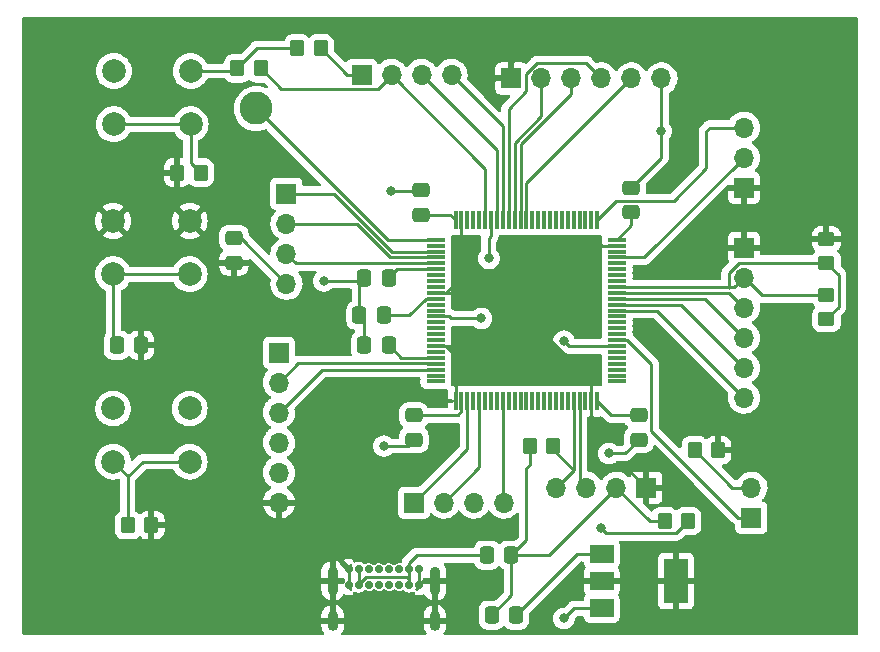
<source format=gbr>
%TF.GenerationSoftware,KiCad,Pcbnew,(6.0.5)*%
%TF.CreationDate,2024-04-02T18:11:07-05:00*%
%TF.ProjectId,final_project,66696e61-6c5f-4707-926f-6a6563742e6b,rev?*%
%TF.SameCoordinates,Original*%
%TF.FileFunction,Copper,L1,Top*%
%TF.FilePolarity,Positive*%
%FSLAX46Y46*%
G04 Gerber Fmt 4.6, Leading zero omitted, Abs format (unit mm)*
G04 Created by KiCad (PCBNEW (6.0.5)) date 2024-04-02 18:11:07*
%MOMM*%
%LPD*%
G01*
G04 APERTURE LIST*
G04 Aperture macros list*
%AMRoundRect*
0 Rectangle with rounded corners*
0 $1 Rounding radius*
0 $2 $3 $4 $5 $6 $7 $8 $9 X,Y pos of 4 corners*
0 Add a 4 corners polygon primitive as box body*
4,1,4,$2,$3,$4,$5,$6,$7,$8,$9,$2,$3,0*
0 Add four circle primitives for the rounded corners*
1,1,$1+$1,$2,$3*
1,1,$1+$1,$4,$5*
1,1,$1+$1,$6,$7*
1,1,$1+$1,$8,$9*
0 Add four rect primitives between the rounded corners*
20,1,$1+$1,$2,$3,$4,$5,0*
20,1,$1+$1,$4,$5,$6,$7,0*
20,1,$1+$1,$6,$7,$8,$9,0*
20,1,$1+$1,$8,$9,$2,$3,0*%
G04 Aperture macros list end*
%TA.AperFunction,ComponentPad*%
%ADD10R,1.700000X1.700000*%
%TD*%
%TA.AperFunction,ComponentPad*%
%ADD11O,1.700000X1.700000*%
%TD*%
%TA.AperFunction,SMDPad,CuDef*%
%ADD12RoundRect,0.250000X-0.337500X-0.475000X0.337500X-0.475000X0.337500X0.475000X-0.337500X0.475000X0*%
%TD*%
%TA.AperFunction,SMDPad,CuDef*%
%ADD13RoundRect,0.250000X-0.350000X-0.450000X0.350000X-0.450000X0.350000X0.450000X-0.350000X0.450000X0*%
%TD*%
%TA.AperFunction,SMDPad,CuDef*%
%ADD14R,2.000000X1.500000*%
%TD*%
%TA.AperFunction,SMDPad,CuDef*%
%ADD15R,2.000000X3.800000*%
%TD*%
%TA.AperFunction,SMDPad,CuDef*%
%ADD16RoundRect,0.250000X-0.475000X0.337500X-0.475000X-0.337500X0.475000X-0.337500X0.475000X0.337500X0*%
%TD*%
%TA.AperFunction,ComponentPad*%
%ADD17C,2.000000*%
%TD*%
%TA.AperFunction,SMDPad,CuDef*%
%ADD18RoundRect,0.250000X0.475000X-0.337500X0.475000X0.337500X-0.475000X0.337500X-0.475000X-0.337500X0*%
%TD*%
%TA.AperFunction,SMDPad,CuDef*%
%ADD19RoundRect,0.075000X-0.725000X-0.075000X0.725000X-0.075000X0.725000X0.075000X-0.725000X0.075000X0*%
%TD*%
%TA.AperFunction,SMDPad,CuDef*%
%ADD20RoundRect,0.075000X-0.075000X-0.725000X0.075000X-0.725000X0.075000X0.725000X-0.075000X0.725000X0*%
%TD*%
%TA.AperFunction,ComponentPad*%
%ADD21C,2.800000*%
%TD*%
%TA.AperFunction,SMDPad,CuDef*%
%ADD22RoundRect,0.250000X0.450000X-0.350000X0.450000X0.350000X-0.450000X0.350000X-0.450000X-0.350000X0*%
%TD*%
%TA.AperFunction,SMDPad,CuDef*%
%ADD23RoundRect,0.250000X0.350000X0.450000X-0.350000X0.450000X-0.350000X-0.450000X0.350000X-0.450000X0*%
%TD*%
%TA.AperFunction,ComponentPad*%
%ADD24C,0.700000*%
%TD*%
%TA.AperFunction,ComponentPad*%
%ADD25O,0.900000X2.400000*%
%TD*%
%TA.AperFunction,ComponentPad*%
%ADD26O,0.900000X1.700000*%
%TD*%
%TA.AperFunction,SMDPad,CuDef*%
%ADD27RoundRect,0.250000X0.337500X0.475000X-0.337500X0.475000X-0.337500X-0.475000X0.337500X-0.475000X0*%
%TD*%
%TA.AperFunction,ViaPad*%
%ADD28C,0.800000*%
%TD*%
%TA.AperFunction,Conductor*%
%ADD29C,0.250000*%
%TD*%
G04 APERTURE END LIST*
D10*
%TO.P,CAM_BOTTOM1,1,Pin_1*%
%TO.N,/HSYNC*%
X135900000Y-110835000D03*
D11*
%TO.P,CAM_BOTTOM1,2,Pin_2*%
%TO.N,/PCLK*%
X138440000Y-110835000D03*
%TO.P,CAM_BOTTOM1,3,Pin_3*%
%TO.N,/CAM_RESET*%
X140980000Y-110835000D03*
%TO.P,CAM_BOTTOM1,4,Pin_4*%
%TO.N,/PWDN*%
X143520000Y-110835000D03*
%TD*%
D12*
%TO.P,C4,1*%
%TO.N,+3V3*%
X131275000Y-94960000D03*
%TO.P,C4,2*%
%TO.N,Net-(C4-Pad2)*%
X133350000Y-94960000D03*
%TD*%
D13*
%TO.P,R5,1*%
%TO.N,+5V*%
X145685000Y-106045000D03*
%TO.P,R5,2*%
%TO.N,/SCL_2*%
X147685000Y-106045000D03*
%TD*%
D14*
%TO.P,U1,1,VI*%
%TO.N,Net-(U1-Pad1)*%
X151790000Y-115175000D03*
%TO.P,U1,2,GND*%
%TO.N,GND*%
X151790000Y-117475000D03*
D15*
X158090000Y-117475000D03*
D14*
%TO.P,U1,3,VO*%
%TO.N,+3V3*%
X151790000Y-119775000D03*
%TD*%
D10*
%TO.P,PGRM1,1,Pin_1*%
%TO.N,GND*%
X163830000Y-84165000D03*
D11*
%TO.P,PGRM1,2,Pin_2*%
%TO.N,/SWDIO*%
X163830000Y-81625000D03*
%TO.P,PGRM1,3,Pin_3*%
%TO.N,/SWCLK*%
X163830000Y-79085000D03*
%TD*%
D13*
%TO.P,R7,1*%
%TO.N,+3V3*%
X120920000Y-74070000D03*
%TO.P,R7,2*%
%TO.N,/SCL_1*%
X122920000Y-74070000D03*
%TD*%
D16*
%TO.P,C7,1*%
%TO.N,+3V3*%
X154305000Y-84165000D03*
%TO.P,C7,2*%
%TO.N,Net-(C7-Pad2)*%
X154305000Y-86240000D03*
%TD*%
D12*
%TO.P,C9,1*%
%TO.N,+3V3*%
X131677500Y-97500000D03*
%TO.P,C9,2*%
%TO.N,Net-(C9-Pad2)*%
X133752500Y-97500000D03*
%TD*%
D17*
%TO.P,BOOT0,1,1*%
%TO.N,+3V3*%
X116990000Y-74295000D03*
X110490000Y-74295000D03*
%TO.P,BOOT0,2,2*%
%TO.N,Net-(BOOT0-Pad2)*%
X110490000Y-78795000D03*
X116990000Y-78795000D03*
%TD*%
D18*
%TO.P,C5,1*%
%TO.N,+3V3*%
X135890000Y-105522500D03*
%TO.P,C5,2*%
%TO.N,Net-(C5-Pad2)*%
X135890000Y-103447500D03*
%TD*%
D19*
%TO.P,U2,1,PE2*%
%TO.N,Net-(TP1-Pad1)*%
X137740000Y-88579000D03*
%TO.P,U2,2,PE3*%
%TO.N,unconnected-(U2-Pad2)*%
X137740000Y-89079000D03*
%TO.P,U2,3,PE4*%
%TO.N,/D4*%
X137740000Y-89579000D03*
%TO.P,U2,4,PE5*%
%TO.N,/D6*%
X137740000Y-90079000D03*
%TO.P,U2,5,PE6*%
%TO.N,/D7*%
X137740000Y-90579000D03*
%TO.P,U2,6,VBAT*%
%TO.N,Net-(C3-Pad2)*%
X137740000Y-91079000D03*
%TO.P,U2,7,PC13*%
%TO.N,unconnected-(U2-Pad7)*%
X137740000Y-91579000D03*
%TO.P,U2,8,PC14*%
%TO.N,unconnected-(U2-Pad8)*%
X137740000Y-92079000D03*
%TO.P,U2,9,PC15*%
%TO.N,unconnected-(U2-Pad9)*%
X137740000Y-92579000D03*
%TO.P,U2,10,VSS*%
%TO.N,GND*%
X137740000Y-93079000D03*
%TO.P,U2,11,VDD*%
%TO.N,Net-(C4-Pad2)*%
X137740000Y-93579000D03*
%TO.P,U2,12,PH0*%
%TO.N,unconnected-(U2-Pad12)*%
X137740000Y-94079000D03*
%TO.P,U2,13,PH1*%
%TO.N,unconnected-(U2-Pad13)*%
X137740000Y-94579000D03*
%TO.P,U2,14,NRST*%
%TO.N,Net-(C2-Pad1)*%
X137740000Y-95079000D03*
%TO.P,U2,15,PC0*%
%TO.N,unconnected-(U2-Pad15)*%
X137740000Y-95579000D03*
%TO.P,U2,16,PC1*%
%TO.N,unconnected-(U2-Pad16)*%
X137740000Y-96079000D03*
%TO.P,U2,17,PC2_C*%
%TO.N,unconnected-(U2-Pad17)*%
X137740000Y-96579000D03*
%TO.P,U2,18,PC3_C*%
%TO.N,unconnected-(U2-Pad18)*%
X137740000Y-97079000D03*
%TO.P,U2,19,VSSA*%
%TO.N,GND*%
X137740000Y-97579000D03*
%TO.P,U2,20,VREF+*%
%TO.N,unconnected-(U2-Pad20)*%
X137740000Y-98079000D03*
%TO.P,U2,21,VDDA*%
%TO.N,Net-(C9-Pad2)*%
X137740000Y-98579000D03*
%TO.P,U2,22,PA0*%
%TO.N,/RX*%
X137740000Y-99079000D03*
%TO.P,U2,23,PA1*%
%TO.N,/TX*%
X137740000Y-99579000D03*
%TO.P,U2,24,PA2*%
%TO.N,unconnected-(U2-Pad24)*%
X137740000Y-100079000D03*
%TO.P,U2,25,PA3*%
%TO.N,unconnected-(U2-Pad25)*%
X137740000Y-100579000D03*
D20*
%TO.P,U2,26,VSS*%
%TO.N,GND*%
X139415000Y-102254000D03*
%TO.P,U2,27,VDD*%
%TO.N,Net-(C5-Pad2)*%
X139915000Y-102254000D03*
%TO.P,U2,28,PA4*%
%TO.N,/HSYNC*%
X140415000Y-102254000D03*
%TO.P,U2,29,PA5*%
%TO.N,unconnected-(U2-Pad29)*%
X140915000Y-102254000D03*
%TO.P,U2,30,PA6*%
%TO.N,/PCLK*%
X141415000Y-102254000D03*
%TO.P,U2,31,PA7*%
%TO.N,unconnected-(U2-Pad31)*%
X141915000Y-102254000D03*
%TO.P,U2,32,PC4*%
%TO.N,unconnected-(U2-Pad32)*%
X142415000Y-102254000D03*
%TO.P,U2,33,PC5*%
%TO.N,/RESET*%
X142915000Y-102254000D03*
%TO.P,U2,34,PB0*%
%TO.N,/PWDN*%
X143415000Y-102254000D03*
%TO.P,U2,35,PB1*%
%TO.N,unconnected-(U2-Pad35)*%
X143915000Y-102254000D03*
%TO.P,U2,36,PB2*%
%TO.N,unconnected-(U2-Pad36)*%
X144415000Y-102254000D03*
%TO.P,U2,37,PE7*%
%TO.N,unconnected-(U2-Pad37)*%
X144915000Y-102254000D03*
%TO.P,U2,38,PE8*%
%TO.N,unconnected-(U2-Pad38)*%
X145415000Y-102254000D03*
%TO.P,U2,39,PE9*%
%TO.N,unconnected-(U2-Pad39)*%
X145915000Y-102254000D03*
%TO.P,U2,40,PE10*%
%TO.N,unconnected-(U2-Pad40)*%
X146415000Y-102254000D03*
%TO.P,U2,41,PE11*%
%TO.N,unconnected-(U2-Pad41)*%
X146915000Y-102254000D03*
%TO.P,U2,42,PE12*%
%TO.N,unconnected-(U2-Pad42)*%
X147415000Y-102254000D03*
%TO.P,U2,43,PE13*%
%TO.N,unconnected-(U2-Pad43)*%
X147915000Y-102254000D03*
%TO.P,U2,44,PE14*%
%TO.N,unconnected-(U2-Pad44)*%
X148415000Y-102254000D03*
%TO.P,U2,45,PE15*%
%TO.N,unconnected-(U2-Pad45)*%
X148915000Y-102254000D03*
%TO.P,U2,46,PB10*%
%TO.N,/SCL_2*%
X149415000Y-102254000D03*
%TO.P,U2,47,PB11*%
%TO.N,/SDA_2*%
X149915000Y-102254000D03*
%TO.P,U2,48,VCAP1*%
%TO.N,unconnected-(U2-Pad48)*%
X150415000Y-102254000D03*
%TO.P,U2,49,VSS*%
%TO.N,GND*%
X150915000Y-102254000D03*
%TO.P,U2,50,VDD*%
%TO.N,Net-(C6-Pad2)*%
X151415000Y-102254000D03*
D19*
%TO.P,U2,51,PB12*%
%TO.N,unconnected-(U2-Pad51)*%
X153090000Y-100579000D03*
%TO.P,U2,52,PB13*%
%TO.N,unconnected-(U2-Pad52)*%
X153090000Y-100079000D03*
%TO.P,U2,53,PB14*%
%TO.N,unconnected-(U2-Pad53)*%
X153090000Y-99579000D03*
%TO.P,U2,54,PB15*%
%TO.N,unconnected-(U2-Pad54)*%
X153090000Y-99079000D03*
%TO.P,U2,55,PD8*%
%TO.N,unconnected-(U2-Pad55)*%
X153090000Y-98579000D03*
%TO.P,U2,56,PD9*%
%TO.N,unconnected-(U2-Pad56)*%
X153090000Y-98079000D03*
%TO.P,U2,57,PD10*%
%TO.N,Net-(Capture_Pic1-Pad2)*%
X153090000Y-97579000D03*
%TO.P,U2,58,PD11*%
%TO.N,Net-(J6-Pad1)*%
X153090000Y-97079000D03*
%TO.P,U2,59,PD12*%
%TO.N,unconnected-(U2-Pad59)*%
X153090000Y-96579000D03*
%TO.P,U2,60,PD13*%
%TO.N,unconnected-(U2-Pad60)*%
X153090000Y-96079000D03*
%TO.P,U2,61,PD14*%
%TO.N,unconnected-(U2-Pad61)*%
X153090000Y-95579000D03*
%TO.P,U2,62,PD15*%
%TO.N,unconnected-(U2-Pad62)*%
X153090000Y-95079000D03*
%TO.P,U2,63,PC6*%
%TO.N,/D0*%
X153090000Y-94579000D03*
%TO.P,U2,64,PC7*%
%TO.N,/D1*%
X153090000Y-94079000D03*
%TO.P,U2,65,PC8*%
%TO.N,/D2*%
X153090000Y-93579000D03*
%TO.P,U2,66,PC9*%
%TO.N,/D3*%
X153090000Y-93079000D03*
%TO.P,U2,67,PA8*%
%TO.N,/XCLK*%
X153090000Y-92579000D03*
%TO.P,U2,68,PA9*%
%TO.N,unconnected-(U2-Pad68)*%
X153090000Y-92079000D03*
%TO.P,U2,69,PA10*%
%TO.N,unconnected-(U2-Pad69)*%
X153090000Y-91579000D03*
%TO.P,U2,70,PA11*%
%TO.N,unconnected-(U2-Pad70)*%
X153090000Y-91079000D03*
%TO.P,U2,71,PA12*%
%TO.N,unconnected-(U2-Pad71)*%
X153090000Y-90579000D03*
%TO.P,U2,72,PA13*%
%TO.N,/SWDIO*%
X153090000Y-90079000D03*
%TO.P,U2,73,VCAP2*%
%TO.N,unconnected-(U2-Pad73)*%
X153090000Y-89579000D03*
%TO.P,U2,74,VSS*%
%TO.N,GND*%
X153090000Y-89079000D03*
%TO.P,U2,75,VDD*%
%TO.N,Net-(C7-Pad2)*%
X153090000Y-88579000D03*
D20*
%TO.P,U2,76,PA14*%
%TO.N,/SWCLK*%
X151415000Y-86904000D03*
%TO.P,U2,77,PA15*%
%TO.N,unconnected-(U2-Pad77)*%
X150915000Y-86904000D03*
%TO.P,U2,78,PC10*%
%TO.N,unconnected-(U2-Pad78)*%
X150415000Y-86904000D03*
%TO.P,U2,79,PC11*%
%TO.N,unconnected-(U2-Pad79)*%
X149915000Y-86904000D03*
%TO.P,U2,80,PC12*%
%TO.N,unconnected-(U2-Pad80)*%
X149415000Y-86904000D03*
%TO.P,U2,81,PD0*%
%TO.N,unconnected-(U2-Pad81)*%
X148915000Y-86904000D03*
%TO.P,U2,82,PD1*%
%TO.N,unconnected-(U2-Pad82)*%
X148415000Y-86904000D03*
%TO.P,U2,83,PD2*%
%TO.N,unconnected-(U2-Pad83)*%
X147915000Y-86904000D03*
%TO.P,U2,84,PD3*%
%TO.N,unconnected-(U2-Pad84)*%
X147415000Y-86904000D03*
%TO.P,U2,85,PD4*%
%TO.N,unconnected-(U2-Pad85)*%
X146915000Y-86904000D03*
%TO.P,U2,86,PD5*%
%TO.N,unconnected-(U2-Pad86)*%
X146415000Y-86904000D03*
%TO.P,U2,87,PD6*%
%TO.N,unconnected-(U2-Pad87)*%
X145915000Y-86904000D03*
%TO.P,U2,88,PD7*%
%TO.N,/CS*%
X145415000Y-86904000D03*
%TO.P,U2,89,PB3*%
%TO.N,/SPI_CLK*%
X144915000Y-86904000D03*
%TO.P,U2,90,PB4*%
%TO.N,/MISO*%
X144415000Y-86904000D03*
%TO.P,U2,91,PB5*%
%TO.N,/MOSI*%
X143915000Y-86904000D03*
%TO.P,U2,92,PB6*%
%TO.N,/D5*%
X143415000Y-86904000D03*
%TO.P,U2,93,PB7*%
%TO.N,/VSYNC*%
X142915000Y-86904000D03*
%TO.P,U2,94,BOOT0*%
%TO.N,Net-(BOOT0-Pad2)*%
X142415000Y-86904000D03*
%TO.P,U2,95,PB8*%
%TO.N,/SCL_1*%
X141915000Y-86904000D03*
%TO.P,U2,96,PB9*%
%TO.N,/SDA_1*%
X141415000Y-86904000D03*
%TO.P,U2,97,PE0*%
%TO.N,unconnected-(U2-Pad97)*%
X140915000Y-86904000D03*
%TO.P,U2,98,PE1*%
%TO.N,unconnected-(U2-Pad98)*%
X140415000Y-86904000D03*
%TO.P,U2,99,VSS*%
%TO.N,GND*%
X139915000Y-86904000D03*
%TO.P,U2,100,VDD*%
%TO.N,Net-(C8-Pad2)*%
X139415000Y-86904000D03*
%TD*%
D21*
%TO.P,TP1,1,1*%
%TO.N,Net-(TP1-Pad1)*%
X122555000Y-77470000D03*
%TD*%
D10*
%TO.P,CAM_TOP1,1,Pin_1*%
%TO.N,/SDA*%
X131455000Y-74640000D03*
D11*
%TO.P,CAM_TOP1,2,Pin_2*%
%TO.N,/SCL_1*%
X133995000Y-74640000D03*
%TO.P,CAM_TOP1,3,Pin_3*%
%TO.N,/VSYNC*%
X136535000Y-74640000D03*
%TO.P,CAM_TOP1,4,Pin_4*%
%TO.N,/D5*%
X139075000Y-74640000D03*
%TD*%
D17*
%TO.P,NRST1,1,1*%
%TO.N,GND*%
X116915000Y-86995000D03*
X110415000Y-86995000D03*
%TO.P,NRST1,2,2*%
%TO.N,Net-(C2-Pad1)*%
X116915000Y-91495000D03*
X110415000Y-91495000D03*
%TD*%
D16*
%TO.P,C1,1*%
%TO.N,+3V3*%
X120650000Y-88440000D03*
%TO.P,C1,2*%
%TO.N,GND*%
X120650000Y-90515000D03*
%TD*%
D10*
%TO.P,J6,1,Pin_1*%
%TO.N,Net-(J6-Pad1)*%
X164465000Y-112110000D03*
D11*
%TO.P,J6,2,Pin_2*%
%TO.N,Net-(J6-Pad2)*%
X164465000Y-109570000D03*
%TD*%
D22*
%TO.P,R8,1*%
%TO.N,/XCLK*%
X170815000Y-90535000D03*
%TO.P,R8,2*%
%TO.N,GND*%
X170815000Y-88535000D03*
%TD*%
D23*
%TO.P,R2,1*%
%TO.N,Net-(BOOT0-Pad2)*%
X117840000Y-82895000D03*
%TO.P,R2,2*%
%TO.N,GND*%
X115840000Y-82895000D03*
%TD*%
D10*
%TO.P,SERIAL1,1,Pin_1*%
%TO.N,unconnected-(SERIAL1-Pad1)*%
X124460000Y-98135000D03*
D11*
%TO.P,SERIAL1,2,Pin_2*%
%TO.N,/RX*%
X124460000Y-100675000D03*
%TO.P,SERIAL1,3,Pin_3*%
%TO.N,/TX*%
X124460000Y-103215000D03*
%TO.P,SERIAL1,4,Pin_4*%
%TO.N,+3V3*%
X124460000Y-105755000D03*
%TO.P,SERIAL1,5,Pin_5*%
%TO.N,unconnected-(SERIAL1-Pad5)*%
X124460000Y-108295000D03*
%TO.P,SERIAL1,6,Pin_6*%
%TO.N,GND*%
X124460000Y-110835000D03*
%TD*%
D10*
%TO.P,LCD1,1,Pin_1*%
%TO.N,GND*%
X155575000Y-109565000D03*
D11*
%TO.P,LCD1,2,Pin_2*%
%TO.N,+5V*%
X153035000Y-109565000D03*
%TO.P,LCD1,3,Pin_3*%
%TO.N,/SDA_2*%
X150495000Y-109565000D03*
%TO.P,LCD1,4,Pin_4*%
%TO.N,/SCL_2*%
X147955000Y-109565000D03*
%TD*%
D13*
%TO.P,R4,1*%
%TO.N,+5V*%
X157115000Y-112395000D03*
%TO.P,R4,2*%
%TO.N,/SDA_2*%
X159115000Y-112395000D03*
%TD*%
%TO.P,R6,1*%
%TO.N,+3V3*%
X126000000Y-72390000D03*
%TO.P,R6,2*%
%TO.N,/SDA*%
X128000000Y-72390000D03*
%TD*%
D16*
%TO.P,C8,1*%
%TO.N,+3V3*%
X136525000Y-84397500D03*
%TO.P,C8,2*%
%TO.N,Net-(C8-Pad2)*%
X136525000Y-86472500D03*
%TD*%
D10*
%TO.P,CAM_LEFT1,1,Pin_1*%
%TO.N,/D4*%
X125095000Y-84683000D03*
D11*
%TO.P,CAM_LEFT1,2,Pin_2*%
%TO.N,/D6*%
X125095000Y-87223000D03*
%TO.P,CAM_LEFT1,3,Pin_3*%
%TO.N,/D7*%
X125095000Y-89763000D03*
%TO.P,CAM_LEFT1,4,Pin_4*%
%TO.N,+3V3*%
X125095000Y-92303000D03*
%TD*%
D13*
%TO.P,R3,1*%
%TO.N,Net-(J6-Pad2)*%
X159655000Y-106390000D03*
%TO.P,R3,2*%
%TO.N,GND*%
X161655000Y-106390000D03*
%TD*%
%TO.P,R1,1*%
%TO.N,Net-(Capture_Pic1-Pad2)*%
X111665000Y-112740000D03*
%TO.P,R1,2*%
%TO.N,GND*%
X113665000Y-112740000D03*
%TD*%
D24*
%TO.P,J1,A1,GND*%
%TO.N,GND*%
X130370000Y-116470000D03*
%TO.P,J1,A4,VBUS*%
%TO.N,Net-(J1-PadA4)*%
X131220000Y-116470000D03*
%TO.P,J1,A5,CC1*%
%TO.N,unconnected-(J1-PadA5)*%
X132070000Y-116470000D03*
%TO.P,J1,A6,D+*%
%TO.N,unconnected-(J1-PadA6)*%
X132920000Y-116470000D03*
%TO.P,J1,A7,D-*%
%TO.N,unconnected-(J1-PadA7)*%
X133770000Y-116470000D03*
%TO.P,J1,A8,SBU1*%
%TO.N,unconnected-(J1-PadA8)*%
X134620000Y-116470000D03*
%TO.P,J1,A9,VBUS*%
%TO.N,Net-(J1-PadA4)*%
X135470000Y-116470000D03*
%TO.P,J1,A12,GND*%
%TO.N,GND*%
X136320000Y-116470000D03*
%TO.P,J1,B1,GND*%
X136320000Y-117820000D03*
%TO.P,J1,B4,VBUS*%
%TO.N,Net-(J1-PadA4)*%
X135470000Y-117820000D03*
%TO.P,J1,B5,CC2*%
%TO.N,unconnected-(J1-PadB5)*%
X134620000Y-117820000D03*
%TO.P,J1,B6,D+*%
%TO.N,unconnected-(J1-PadB6)*%
X133770000Y-117820000D03*
%TO.P,J1,B7,D-*%
%TO.N,unconnected-(J1-PadB7)*%
X132920000Y-117820000D03*
%TO.P,J1,B8,SBU2*%
%TO.N,unconnected-(J1-PadB8)*%
X132070000Y-117820000D03*
%TO.P,J1,B9,VBUS*%
%TO.N,Net-(J1-PadA4)*%
X131220000Y-117820000D03*
%TO.P,J1,B12,GND*%
%TO.N,GND*%
X130370000Y-117820000D03*
D25*
%TO.P,J1,S1,SHIELD*%
X129020000Y-117450000D03*
D26*
X129020000Y-120830000D03*
X137670000Y-120830000D03*
D25*
X137670000Y-117450000D03*
%TD*%
D22*
%TO.P,R9,1*%
%TO.N,/XCLK*%
X170815000Y-95285000D03*
%TO.P,R9,2*%
%TO.N,Net-(CAM_RIGHT1-Pad2)*%
X170815000Y-93285000D03*
%TD*%
D12*
%TO.P,C11,1*%
%TO.N,+5V*%
X142472500Y-120360000D03*
%TO.P,C11,2*%
%TO.N,Net-(U1-Pad1)*%
X144547500Y-120360000D03*
%TD*%
D10*
%TO.P,SD_SPI1,1,Pin_1*%
%TO.N,GND*%
X144145000Y-74930000D03*
D11*
%TO.P,SD_SPI1,2,Pin_2*%
%TO.N,/MISO*%
X146685000Y-74930000D03*
%TO.P,SD_SPI1,3,Pin_3*%
%TO.N,/SPI_CLK*%
X149225000Y-74930000D03*
%TO.P,SD_SPI1,4,Pin_4*%
%TO.N,/MOSI*%
X151765000Y-74930000D03*
%TO.P,SD_SPI1,5,Pin_5*%
%TO.N,/CS*%
X154305000Y-74930000D03*
%TO.P,SD_SPI1,6,Pin_6*%
%TO.N,+3V3*%
X156845000Y-74930000D03*
%TD*%
D12*
%TO.P,C3,1*%
%TO.N,+3V3*%
X131677500Y-91785000D03*
%TO.P,C3,2*%
%TO.N,Net-(C3-Pad2)*%
X133752500Y-91785000D03*
%TD*%
D27*
%TO.P,C10,1*%
%TO.N,+5V*%
X144145000Y-115280000D03*
%TO.P,C10,2*%
%TO.N,Net-(J1-PadA4)*%
X142070000Y-115280000D03*
%TD*%
D18*
%TO.P,C6,1*%
%TO.N,+3V3*%
X154940000Y-105522500D03*
%TO.P,C6,2*%
%TO.N,Net-(C6-Pad2)*%
X154940000Y-103447500D03*
%TD*%
D17*
%TO.P,Capture_Pic1,1,1*%
%TO.N,+3V3*%
X110415000Y-102870000D03*
X116915000Y-102870000D03*
%TO.P,Capture_Pic1,2,2*%
%TO.N,Net-(Capture_Pic1-Pad2)*%
X110415000Y-107370000D03*
X116915000Y-107370000D03*
%TD*%
D12*
%TO.P,C2,1*%
%TO.N,Net-(C2-Pad1)*%
X110722500Y-97500000D03*
%TO.P,C2,2*%
%TO.N,GND*%
X112797500Y-97500000D03*
%TD*%
D10*
%TO.P,CAM_RIGHT1,1,Pin_1*%
%TO.N,GND*%
X163830000Y-89245000D03*
D11*
%TO.P,CAM_RIGHT1,2,Pin_2*%
%TO.N,Net-(CAM_RIGHT1-Pad2)*%
X163830000Y-91785000D03*
%TO.P,CAM_RIGHT1,3,Pin_3*%
%TO.N,/D3*%
X163830000Y-94325000D03*
%TO.P,CAM_RIGHT1,4,Pin_4*%
%TO.N,/D2*%
X163830000Y-96865000D03*
%TO.P,CAM_RIGHT1,5,Pin_5*%
%TO.N,/D1*%
X163830000Y-99405000D03*
%TO.P,CAM_RIGHT1,6,Pin_6*%
%TO.N,/D0*%
X163830000Y-101945000D03*
%TD*%
D28*
%TO.N,+3V3*%
X128270000Y-92075000D03*
X133350000Y-106045000D03*
X133985000Y-84455000D03*
X156845000Y-79375000D03*
X152400000Y-106680000D03*
X148590000Y-120650000D03*
%TO.N,Net-(C2-Pad1)*%
X141605000Y-95250000D03*
%TO.N,/SDA_2*%
X151765000Y-113030000D03*
%TO.N,Net-(BOOT0-Pad2)*%
X142240000Y-90170000D03*
%TO.N,Net-(Capture_Pic1-Pad2)*%
X148590000Y-97155000D03*
%TD*%
D29*
%TO.N,+3V3*%
X153782500Y-106680000D02*
X154940000Y-105522500D01*
X135890000Y-105522500D02*
X135367500Y-106045000D01*
X148590000Y-120650000D02*
X149465000Y-119775000D01*
X131677500Y-91785000D02*
X131275000Y-92187500D01*
X133985000Y-84455000D02*
X136467500Y-84455000D01*
X156845000Y-81625000D02*
X154305000Y-84165000D01*
X149465000Y-119775000D02*
X151790000Y-119775000D01*
X120920000Y-74070000D02*
X122600000Y-72390000D01*
X131677500Y-95362500D02*
X131677500Y-97500000D01*
X121232000Y-88440000D02*
X120650000Y-88440000D01*
X136467500Y-84455000D02*
X136525000Y-84397500D01*
X120695000Y-74295000D02*
X116990000Y-74295000D01*
X131275000Y-94960000D02*
X131677500Y-95362500D01*
X131275000Y-92187500D02*
X131275000Y-94960000D01*
X122600000Y-72390000D02*
X126000000Y-72390000D01*
X128270000Y-92075000D02*
X131387500Y-92075000D01*
X135367500Y-106045000D02*
X133350000Y-106045000D01*
X156845000Y-79375000D02*
X156845000Y-81625000D01*
X120920000Y-74070000D02*
X120695000Y-74295000D01*
X125095000Y-92303000D02*
X121232000Y-88440000D01*
X131387500Y-92075000D02*
X131677500Y-91785000D01*
X152400000Y-106680000D02*
X153782500Y-106680000D01*
X156845000Y-79375000D02*
X156845000Y-74930000D01*
%TO.N,GND*%
X130370000Y-116470000D02*
X130370000Y-117820000D01*
X145415000Y-94615000D02*
X145415000Y-95004614D01*
X145415000Y-94615000D02*
X142451000Y-97579000D01*
X145415000Y-94615000D02*
X143879000Y-93079000D01*
X150951000Y-89079000D02*
X145415000Y-94615000D01*
X138605006Y-93079000D02*
X139915000Y-91769006D01*
X150915000Y-107735000D02*
X150915000Y-102254000D01*
X136690000Y-117450000D02*
X136320000Y-117820000D01*
X137670000Y-117450000D02*
X136690000Y-117450000D01*
X142451000Y-97579000D02*
X137740000Y-97579000D01*
X151130000Y-107950000D02*
X150915000Y-107735000D01*
X139440480Y-98414474D02*
X139440480Y-101600000D01*
X139915000Y-91769006D02*
X139915000Y-86904000D01*
X137740000Y-97579000D02*
X138605006Y-97579000D01*
X153960000Y-107950000D02*
X151130000Y-107950000D01*
X136320000Y-117820000D02*
X136320000Y-116470000D01*
X150915000Y-100504614D02*
X150915000Y-102254000D01*
X143879000Y-93079000D02*
X137740000Y-93079000D01*
X155575000Y-109565000D02*
X153960000Y-107950000D01*
X137740000Y-93079000D02*
X138605006Y-93079000D01*
X138605006Y-97579000D02*
X139440480Y-98414474D01*
X145415000Y-95004614D02*
X150915000Y-100504614D01*
X153090000Y-89079000D02*
X150951000Y-89079000D01*
%TO.N,/VSYNC*%
X142915000Y-86904000D02*
X142915000Y-81020000D01*
X142915000Y-81020000D02*
X136535000Y-74640000D01*
%TO.N,/PCLK*%
X138440000Y-110835000D02*
X141415000Y-107860000D01*
X141415000Y-107860000D02*
X141415000Y-102254000D01*
%TO.N,/XCLK*%
X171839520Y-91559520D02*
X170815000Y-90535000D01*
X163830000Y-91785000D02*
X163010520Y-92604480D01*
X163418990Y-90535000D02*
X162560000Y-91393990D01*
X171839520Y-94260480D02*
X171839520Y-91559520D01*
X162560000Y-91393990D02*
X162560000Y-92629480D01*
X170815000Y-95285000D02*
X171839520Y-94260480D01*
X163010520Y-92604480D02*
X153775520Y-92604480D01*
X170815000Y-90535000D02*
X163418990Y-90535000D01*
%TO.N,/D7*%
X125911000Y-90579000D02*
X125095000Y-89763000D01*
X137740000Y-90579000D02*
X125911000Y-90579000D01*
%TO.N,/D6*%
X133892564Y-90079000D02*
X131036564Y-87223000D01*
X131036564Y-87223000D02*
X125095000Y-87223000D01*
X137740000Y-90079000D02*
X133892564Y-90079000D01*
%TO.N,/D5*%
X143415000Y-78980000D02*
X139075000Y-74640000D01*
X143415000Y-86904000D02*
X143415000Y-78980000D01*
%TO.N,/D4*%
X129132282Y-84683000D02*
X125095000Y-84683000D01*
X134028282Y-89579000D02*
X129132282Y-84683000D01*
X137740000Y-89579000D02*
X134028282Y-89579000D01*
%TO.N,/D3*%
X162584000Y-93079000D02*
X163830000Y-94325000D01*
X153090000Y-93079000D02*
X162584000Y-93079000D01*
%TO.N,/D2*%
X153090000Y-93579000D02*
X160544000Y-93579000D01*
X160544000Y-93579000D02*
X163830000Y-96865000D01*
%TO.N,/D1*%
X158504000Y-94079000D02*
X163830000Y-99405000D01*
X153090000Y-94079000D02*
X158504000Y-94079000D01*
%TO.N,/D0*%
X153090000Y-94579000D02*
X156464000Y-94579000D01*
X156464000Y-94579000D02*
X163830000Y-101945000D01*
%TO.N,/PWDN*%
X143415000Y-110730000D02*
X143520000Y-110835000D01*
X143415000Y-102254000D02*
X143415000Y-110730000D01*
%TO.N,+5V*%
X144145000Y-118687500D02*
X142472500Y-120360000D01*
X153035000Y-109565000D02*
X147320000Y-115280000D01*
X145415000Y-107950000D02*
X145415000Y-114010000D01*
X155865000Y-112395000D02*
X153035000Y-109565000D01*
X144145000Y-115280000D02*
X144145000Y-118687500D01*
X145685000Y-107680000D02*
X145415000Y-107950000D01*
X147320000Y-115280000D02*
X144145000Y-115280000D01*
X145685000Y-106045000D02*
X145685000Y-107680000D01*
X157115000Y-112395000D02*
X155865000Y-112395000D01*
X145415000Y-114010000D02*
X144145000Y-115280000D01*
%TO.N,Net-(J6-Pad2)*%
X162835000Y-109570000D02*
X159655000Y-106390000D01*
X164465000Y-109570000D02*
X162835000Y-109570000D01*
%TO.N,Net-(C2-Pad1)*%
X138894000Y-95079000D02*
X137740000Y-95079000D01*
X110415000Y-97192500D02*
X110415000Y-91495000D01*
X110415000Y-91495000D02*
X116915000Y-91495000D01*
X139065000Y-95250000D02*
X138894000Y-95079000D01*
X110722500Y-97500000D02*
X110415000Y-97192500D01*
X141605000Y-95250000D02*
X139065000Y-95250000D01*
%TO.N,/SWDIO*%
X163830000Y-81625000D02*
X155376000Y-90079000D01*
X155376000Y-90079000D02*
X153090000Y-90079000D01*
%TO.N,/SWCLK*%
X151415000Y-86904000D02*
X152991020Y-85327980D01*
X152991020Y-85327980D02*
X157877020Y-85327980D01*
X160655000Y-79375000D02*
X160945000Y-79085000D01*
X160655000Y-82550000D02*
X160655000Y-79375000D01*
X157877020Y-85327980D02*
X160655000Y-82550000D01*
X160945000Y-79085000D02*
X163830000Y-79085000D01*
%TO.N,/MISO*%
X144415000Y-80375000D02*
X144415000Y-86904000D01*
X146685000Y-74930000D02*
X146685000Y-78105000D01*
X146685000Y-78105000D02*
X144415000Y-80375000D01*
%TO.N,/MOSI*%
X146293990Y-73660000D02*
X150495000Y-73660000D01*
X143915000Y-86904000D02*
X143915000Y-77509022D01*
X145415000Y-74538990D02*
X146293990Y-73660000D01*
X143915000Y-77509022D02*
X145415000Y-76009022D01*
X145415000Y-76009022D02*
X145415000Y-74538990D01*
X150495000Y-73660000D02*
X151765000Y-74930000D01*
%TO.N,/CS*%
X145415000Y-86904000D02*
X145415000Y-83820000D01*
X145415000Y-83820000D02*
X154305000Y-74930000D01*
%TO.N,/RX*%
X124460000Y-100675000D02*
X126075000Y-99060000D01*
X126075000Y-99060000D02*
X137795000Y-99060000D01*
%TO.N,/TX*%
X128096000Y-99579000D02*
X137740000Y-99579000D01*
X124460000Y-103215000D02*
X128096000Y-99579000D01*
%TO.N,Net-(C3-Pad2)*%
X134458500Y-91079000D02*
X137740000Y-91079000D01*
X133752500Y-91785000D02*
X134458500Y-91079000D01*
%TO.N,/SCL_1*%
X132820489Y-75814511D02*
X133995000Y-74640000D01*
X141915000Y-82560000D02*
X133995000Y-74640000D01*
X124664511Y-75814511D02*
X132820489Y-75814511D01*
X141915000Y-86904000D02*
X141915000Y-82560000D01*
X122920000Y-74070000D02*
X124664511Y-75814511D01*
%TO.N,/SDA_2*%
X150495000Y-109565000D02*
X149915000Y-108985000D01*
X152154520Y-113419520D02*
X158090480Y-113419520D01*
X158090480Y-113419520D02*
X159115000Y-112395000D01*
X151765000Y-113030000D02*
X152154520Y-113419520D01*
X149915000Y-108985000D02*
X149915000Y-102254000D01*
%TO.N,/SCL_2*%
X149415000Y-108105000D02*
X149415000Y-102254000D01*
X147685000Y-106375000D02*
X149415000Y-108105000D01*
X147955000Y-109565000D02*
X149415000Y-108105000D01*
X147685000Y-106045000D02*
X147685000Y-106375000D01*
%TO.N,Net-(J1-PadA4)*%
X135470000Y-117325026D02*
X135290463Y-117145489D01*
X135290463Y-117145489D02*
X131790607Y-117145489D01*
X131220000Y-117716096D02*
X131220000Y-117820000D01*
X135470000Y-116470000D02*
X135470000Y-117820000D01*
X136165026Y-115280000D02*
X135470000Y-115975026D01*
X142070000Y-115280000D02*
X136165026Y-115280000D01*
X131220000Y-117820000D02*
X131220000Y-116470000D01*
X131790607Y-117145489D02*
X131220000Y-117716096D01*
X135470000Y-117820000D02*
X135470000Y-117325026D01*
X135470000Y-115975026D02*
X135470000Y-116470000D01*
%TO.N,Net-(U1-Pad1)*%
X149732500Y-115175000D02*
X151790000Y-115175000D01*
X144547500Y-120360000D02*
X149732500Y-115175000D01*
%TO.N,Net-(C4-Pad2)*%
X136874994Y-93579000D02*
X137740000Y-93579000D01*
X135493994Y-94960000D02*
X136874994Y-93579000D01*
X133350000Y-94960000D02*
X135493994Y-94960000D01*
%TO.N,Net-(C9-Pad2)*%
X133752500Y-97500000D02*
X134831500Y-98579000D01*
X134831500Y-98579000D02*
X137740000Y-98579000D01*
%TO.N,Net-(C5-Pad2)*%
X139586506Y-103447500D02*
X139915000Y-103119006D01*
X135890000Y-103447500D02*
X139586506Y-103447500D01*
X139915000Y-103119006D02*
X139915000Y-102254000D01*
%TO.N,Net-(C6-Pad2)*%
X152608500Y-103447500D02*
X151415000Y-102254000D01*
X154940000Y-103447500D02*
X152608500Y-103447500D01*
%TO.N,Net-(C7-Pad2)*%
X154305000Y-86240000D02*
X154305000Y-87364000D01*
X154305000Y-87364000D02*
X153090000Y-88579000D01*
%TO.N,Net-(C8-Pad2)*%
X136525000Y-86472500D02*
X138983500Y-86472500D01*
X138983500Y-86472500D02*
X139415000Y-86904000D01*
%TO.N,Net-(BOOT0-Pad2)*%
X142240000Y-90170000D02*
X142240000Y-88463034D01*
X116990000Y-82045000D02*
X116990000Y-78795000D01*
X142415000Y-88288034D02*
X142415000Y-86904000D01*
X116990000Y-78795000D02*
X110490000Y-78795000D01*
X117840000Y-82895000D02*
X116990000Y-82045000D01*
X142240000Y-88463034D02*
X142415000Y-88288034D01*
%TO.N,/HSYNC*%
X140415000Y-106320000D02*
X140415000Y-102254000D01*
X135900000Y-110835000D02*
X140415000Y-106320000D01*
%TO.N,/SDA*%
X130250000Y-74640000D02*
X131455000Y-74640000D01*
X128000000Y-72390000D02*
X130250000Y-74640000D01*
%TO.N,Net-(J6-Pad1)*%
X155989520Y-104734520D02*
X155989520Y-99113514D01*
X153955006Y-97079000D02*
X153090000Y-97079000D01*
X163365000Y-112110000D02*
X155989520Y-104734520D01*
X164465000Y-112110000D02*
X163365000Y-112110000D01*
X155989520Y-99113514D02*
X153955006Y-97079000D01*
%TO.N,/SPI_CLK*%
X144915000Y-80510718D02*
X149225000Y-76200718D01*
X149225000Y-76200718D02*
X149225000Y-74930000D01*
X144915000Y-86904000D02*
X144915000Y-80510718D01*
%TO.N,Net-(Capture_Pic1-Pad2)*%
X111665000Y-112740000D02*
X111665000Y-108620000D01*
X148590000Y-97155000D02*
X149039480Y-97604480D01*
X112915000Y-107370000D02*
X111665000Y-108620000D01*
X149039480Y-97604480D02*
X152400000Y-97604480D01*
X116915000Y-107370000D02*
X112915000Y-107370000D01*
X111665000Y-108620000D02*
X110415000Y-107370000D01*
%TO.N,Net-(TP1-Pad1)*%
X133664000Y-88579000D02*
X137740000Y-88579000D01*
X122555000Y-77470000D02*
X133664000Y-88579000D01*
%TO.N,/XCLK*%
X165330000Y-93285000D02*
X164147859Y-92102859D01*
X170815000Y-93285000D02*
X165330000Y-93285000D01*
%TD*%
%TA.AperFunction,Conductor*%
%TO.N,GND*%
G36*
X173423621Y-69743502D02*
G01*
X173470114Y-69797158D01*
X173481500Y-69849500D01*
X173481500Y-121920500D01*
X173461498Y-121988621D01*
X173407842Y-122035114D01*
X173355500Y-122046500D01*
X138509840Y-122046500D01*
X138441719Y-122026498D01*
X138395226Y-121972842D01*
X138385122Y-121902568D01*
X138406627Y-121848230D01*
X138506907Y-121705013D01*
X138513108Y-121693919D01*
X138585332Y-121527020D01*
X138589171Y-121514917D01*
X138626675Y-121335400D01*
X138627915Y-121325848D01*
X138628000Y-121322616D01*
X138628000Y-121102115D01*
X138623525Y-121086876D01*
X138622135Y-121085671D01*
X138614452Y-121084000D01*
X136730115Y-121084000D01*
X136714876Y-121088475D01*
X136713671Y-121089865D01*
X136712000Y-121097548D01*
X136712000Y-121275447D01*
X136712323Y-121281822D01*
X136726082Y-121417277D01*
X136728636Y-121429717D01*
X136783016Y-121603244D01*
X136788025Y-121614932D01*
X136876187Y-121773979D01*
X136883434Y-121784406D01*
X136929800Y-121838503D01*
X136958944Y-121903242D01*
X136948460Y-121973461D01*
X136901678Y-122026864D01*
X136834131Y-122046500D01*
X129859840Y-122046500D01*
X129791719Y-122026498D01*
X129745226Y-121972842D01*
X129735122Y-121902568D01*
X129756627Y-121848230D01*
X129856907Y-121705013D01*
X129863108Y-121693919D01*
X129935332Y-121527020D01*
X129939171Y-121514917D01*
X129976675Y-121335400D01*
X129977915Y-121325848D01*
X129978000Y-121322616D01*
X129978000Y-121102115D01*
X129973525Y-121086876D01*
X129972135Y-121085671D01*
X129964452Y-121084000D01*
X128080115Y-121084000D01*
X128064876Y-121088475D01*
X128063671Y-121089865D01*
X128062000Y-121097548D01*
X128062000Y-121275447D01*
X128062323Y-121281822D01*
X128076082Y-121417277D01*
X128078636Y-121429717D01*
X128133016Y-121603244D01*
X128138025Y-121614932D01*
X128226187Y-121773979D01*
X128233434Y-121784406D01*
X128279800Y-121838503D01*
X128308944Y-121903242D01*
X128298460Y-121973461D01*
X128251678Y-122026864D01*
X128184131Y-122046500D01*
X102869500Y-122046500D01*
X102801379Y-122026498D01*
X102754886Y-121972842D01*
X102743500Y-121920500D01*
X102743500Y-120557885D01*
X128062000Y-120557885D01*
X128066475Y-120573124D01*
X128067865Y-120574329D01*
X128075548Y-120576000D01*
X128747885Y-120576000D01*
X128763124Y-120571525D01*
X128764329Y-120570135D01*
X128766000Y-120562452D01*
X128766000Y-120557885D01*
X129274000Y-120557885D01*
X129278475Y-120573124D01*
X129279865Y-120574329D01*
X129287548Y-120576000D01*
X129959885Y-120576000D01*
X129975124Y-120571525D01*
X129976329Y-120570135D01*
X129978000Y-120562452D01*
X129978000Y-120557885D01*
X136712000Y-120557885D01*
X136716475Y-120573124D01*
X136717865Y-120574329D01*
X136725548Y-120576000D01*
X137397885Y-120576000D01*
X137413124Y-120571525D01*
X137414329Y-120570135D01*
X137416000Y-120562452D01*
X137416000Y-120557885D01*
X137924000Y-120557885D01*
X137928475Y-120573124D01*
X137929865Y-120574329D01*
X137937548Y-120576000D01*
X138609885Y-120576000D01*
X138625124Y-120571525D01*
X138626329Y-120570135D01*
X138628000Y-120562452D01*
X138628000Y-120384553D01*
X138627677Y-120378178D01*
X138613918Y-120242723D01*
X138611364Y-120230283D01*
X138556984Y-120056756D01*
X138551975Y-120045068D01*
X138463813Y-119886021D01*
X138456562Y-119875588D01*
X138338215Y-119737509D01*
X138329024Y-119728756D01*
X138185320Y-119617289D01*
X138174560Y-119610565D01*
X138011375Y-119530268D01*
X137999481Y-119525845D01*
X137941530Y-119510749D01*
X137927436Y-119511183D01*
X137924000Y-119519364D01*
X137924000Y-120557885D01*
X137416000Y-120557885D01*
X137416000Y-119520771D01*
X137412027Y-119507240D01*
X137405925Y-119506363D01*
X137253864Y-119562310D01*
X137242451Y-119567877D01*
X137087892Y-119663708D01*
X137077826Y-119671460D01*
X136945697Y-119796408D01*
X136937395Y-119806026D01*
X136833092Y-119954987D01*
X136826892Y-119966081D01*
X136754668Y-120132980D01*
X136750829Y-120145083D01*
X136713325Y-120324600D01*
X136712085Y-120334152D01*
X136712000Y-120337384D01*
X136712000Y-120557885D01*
X129978000Y-120557885D01*
X129978000Y-120384553D01*
X129977677Y-120378178D01*
X129963918Y-120242723D01*
X129961364Y-120230283D01*
X129906984Y-120056756D01*
X129901975Y-120045068D01*
X129813813Y-119886021D01*
X129806562Y-119875588D01*
X129688215Y-119737509D01*
X129679024Y-119728756D01*
X129535320Y-119617289D01*
X129524560Y-119610565D01*
X129361375Y-119530268D01*
X129349481Y-119525845D01*
X129291530Y-119510749D01*
X129277436Y-119511183D01*
X129274000Y-119519364D01*
X129274000Y-120557885D01*
X128766000Y-120557885D01*
X128766000Y-119520771D01*
X128762027Y-119507240D01*
X128755925Y-119506363D01*
X128603864Y-119562310D01*
X128592451Y-119567877D01*
X128437892Y-119663708D01*
X128427826Y-119671460D01*
X128295697Y-119796408D01*
X128287395Y-119806026D01*
X128183092Y-119954987D01*
X128176892Y-119966081D01*
X128104668Y-120132980D01*
X128100829Y-120145083D01*
X128063325Y-120324600D01*
X128062085Y-120334152D01*
X128062000Y-120337384D01*
X128062000Y-120557885D01*
X102743500Y-120557885D01*
X102743500Y-118245447D01*
X128062000Y-118245447D01*
X128062323Y-118251822D01*
X128076082Y-118387277D01*
X128078636Y-118399717D01*
X128133016Y-118573244D01*
X128138025Y-118584932D01*
X128226187Y-118743979D01*
X128233438Y-118754412D01*
X128351785Y-118892491D01*
X128360976Y-118901244D01*
X128504680Y-119012711D01*
X128515440Y-119019435D01*
X128678625Y-119099732D01*
X128690519Y-119104155D01*
X128748470Y-119119251D01*
X128762564Y-119118817D01*
X128766000Y-119110636D01*
X128766000Y-117722115D01*
X128761525Y-117706876D01*
X128760135Y-117705671D01*
X128752452Y-117704000D01*
X128080115Y-117704000D01*
X128064876Y-117708475D01*
X128063671Y-117709865D01*
X128062000Y-117717548D01*
X128062000Y-118245447D01*
X102743500Y-118245447D01*
X102743500Y-117177885D01*
X128062000Y-117177885D01*
X128066475Y-117193124D01*
X128067865Y-117194329D01*
X128075548Y-117196000D01*
X128747885Y-117196000D01*
X128763124Y-117191525D01*
X128764329Y-117190135D01*
X128766000Y-117182452D01*
X128766000Y-115790771D01*
X128762027Y-115777240D01*
X128755925Y-115776363D01*
X128603864Y-115832310D01*
X128592451Y-115837877D01*
X128437892Y-115933708D01*
X128427826Y-115941460D01*
X128295697Y-116066408D01*
X128287395Y-116076026D01*
X128183092Y-116224987D01*
X128176892Y-116236081D01*
X128104668Y-116402980D01*
X128100829Y-116415083D01*
X128063325Y-116594600D01*
X128062085Y-116604152D01*
X128062000Y-116607384D01*
X128062000Y-117177885D01*
X102743500Y-117177885D01*
X102743500Y-107370000D01*
X108901835Y-107370000D01*
X108920465Y-107606711D01*
X108921619Y-107611518D01*
X108921620Y-107611524D01*
X108942875Y-107700057D01*
X108975895Y-107837594D01*
X108977788Y-107842165D01*
X108977789Y-107842167D01*
X109061978Y-108045417D01*
X109066760Y-108056963D01*
X109069346Y-108061183D01*
X109188241Y-108255202D01*
X109188245Y-108255208D01*
X109190824Y-108259416D01*
X109345031Y-108439969D01*
X109525584Y-108594176D01*
X109529792Y-108596755D01*
X109529798Y-108596759D01*
X109711981Y-108708401D01*
X109728037Y-108718240D01*
X109732607Y-108720133D01*
X109732611Y-108720135D01*
X109893945Y-108786961D01*
X109947406Y-108809105D01*
X110027609Y-108828360D01*
X110173476Y-108863380D01*
X110173482Y-108863381D01*
X110178289Y-108864535D01*
X110404204Y-108882315D01*
X110405344Y-108882405D01*
X110415000Y-108883165D01*
X110424657Y-108882405D01*
X110425796Y-108882315D01*
X110651711Y-108864535D01*
X110656518Y-108863381D01*
X110656524Y-108863380D01*
X110860176Y-108814487D01*
X110874951Y-108810940D01*
X110945858Y-108814487D01*
X110993459Y-108844364D01*
X110994595Y-108845500D01*
X111028621Y-108907812D01*
X111031500Y-108934595D01*
X111031500Y-111503219D01*
X111011498Y-111571340D01*
X110971803Y-111610363D01*
X110840652Y-111691522D01*
X110715695Y-111816697D01*
X110711855Y-111822927D01*
X110711854Y-111822928D01*
X110630911Y-111954242D01*
X110622885Y-111967262D01*
X110609316Y-112008173D01*
X110577474Y-112104174D01*
X110567203Y-112135139D01*
X110566503Y-112141975D01*
X110566502Y-112141978D01*
X110563902Y-112167359D01*
X110556500Y-112239600D01*
X110556500Y-113240400D01*
X110556837Y-113243646D01*
X110556837Y-113243650D01*
X110566618Y-113337914D01*
X110567474Y-113346166D01*
X110569655Y-113352702D01*
X110569655Y-113352704D01*
X110598211Y-113438296D01*
X110623450Y-113513946D01*
X110716522Y-113664348D01*
X110841697Y-113789305D01*
X110847927Y-113793145D01*
X110847928Y-113793146D01*
X110985288Y-113877816D01*
X110992262Y-113882115D01*
X111031658Y-113895182D01*
X111153611Y-113935632D01*
X111153613Y-113935632D01*
X111160139Y-113937797D01*
X111166975Y-113938497D01*
X111166978Y-113938498D01*
X111210031Y-113942909D01*
X111264600Y-113948500D01*
X112065400Y-113948500D01*
X112068646Y-113948163D01*
X112068650Y-113948163D01*
X112164308Y-113938238D01*
X112164312Y-113938237D01*
X112171166Y-113937526D01*
X112177702Y-113935345D01*
X112177704Y-113935345D01*
X112328629Y-113884992D01*
X112338946Y-113881550D01*
X112489348Y-113788478D01*
X112530160Y-113747595D01*
X112576138Y-113701537D01*
X112638421Y-113667458D01*
X112709241Y-113672461D01*
X112754329Y-113701382D01*
X112836829Y-113783739D01*
X112848240Y-113792751D01*
X112986243Y-113877816D01*
X112999424Y-113883963D01*
X113153710Y-113935138D01*
X113167086Y-113938005D01*
X113261438Y-113947672D01*
X113267854Y-113948000D01*
X113392885Y-113948000D01*
X113408124Y-113943525D01*
X113409329Y-113942135D01*
X113411000Y-113934452D01*
X113411000Y-113929884D01*
X113919000Y-113929884D01*
X113923475Y-113945123D01*
X113924865Y-113946328D01*
X113932548Y-113947999D01*
X114062095Y-113947999D01*
X114068614Y-113947662D01*
X114164206Y-113937743D01*
X114177600Y-113934851D01*
X114331784Y-113883412D01*
X114344962Y-113877239D01*
X114482807Y-113791937D01*
X114494208Y-113782901D01*
X114608739Y-113668171D01*
X114617751Y-113656760D01*
X114702816Y-113518757D01*
X114708963Y-113505576D01*
X114760138Y-113351290D01*
X114763005Y-113337914D01*
X114772672Y-113243562D01*
X114773000Y-113237146D01*
X114773000Y-113012115D01*
X114768525Y-112996876D01*
X114767135Y-112995671D01*
X114759452Y-112994000D01*
X113937115Y-112994000D01*
X113921876Y-112998475D01*
X113920671Y-112999865D01*
X113919000Y-113007548D01*
X113919000Y-113929884D01*
X113411000Y-113929884D01*
X113411000Y-112467885D01*
X113919000Y-112467885D01*
X113923475Y-112483124D01*
X113924865Y-112484329D01*
X113932548Y-112486000D01*
X114754884Y-112486000D01*
X114770123Y-112481525D01*
X114771328Y-112480135D01*
X114772999Y-112472452D01*
X114772999Y-112242905D01*
X114772662Y-112236386D01*
X114762743Y-112140794D01*
X114759851Y-112127400D01*
X114708412Y-111973216D01*
X114702239Y-111960038D01*
X114616937Y-111822193D01*
X114607901Y-111810792D01*
X114493171Y-111696261D01*
X114481760Y-111687249D01*
X114343757Y-111602184D01*
X114330576Y-111596037D01*
X114176290Y-111544862D01*
X114162914Y-111541995D01*
X114068562Y-111532328D01*
X114062145Y-111532000D01*
X113937115Y-111532000D01*
X113921876Y-111536475D01*
X113920671Y-111537865D01*
X113919000Y-111545548D01*
X113919000Y-112467885D01*
X113411000Y-112467885D01*
X113411000Y-111550116D01*
X113406525Y-111534877D01*
X113405135Y-111533672D01*
X113397452Y-111532001D01*
X113267905Y-111532001D01*
X113261386Y-111532338D01*
X113165794Y-111542257D01*
X113152400Y-111545149D01*
X112998216Y-111596588D01*
X112985038Y-111602761D01*
X112847193Y-111688063D01*
X112835792Y-111697099D01*
X112754570Y-111778462D01*
X112692287Y-111812541D01*
X112621467Y-111807538D01*
X112576380Y-111778617D01*
X112493488Y-111695870D01*
X112493483Y-111695866D01*
X112488303Y-111690695D01*
X112377285Y-111622262D01*
X112358384Y-111610611D01*
X112310890Y-111557838D01*
X112298500Y-111503351D01*
X112298500Y-111102966D01*
X123128257Y-111102966D01*
X123158565Y-111237446D01*
X123161645Y-111247275D01*
X123241770Y-111444603D01*
X123246413Y-111453794D01*
X123357694Y-111635388D01*
X123363777Y-111643699D01*
X123503213Y-111804667D01*
X123510580Y-111811883D01*
X123674434Y-111947916D01*
X123682881Y-111953831D01*
X123866756Y-112061279D01*
X123876042Y-112065729D01*
X124075001Y-112141703D01*
X124084899Y-112144579D01*
X124188250Y-112165606D01*
X124202299Y-112164410D01*
X124206000Y-112154065D01*
X124206000Y-112153517D01*
X124714000Y-112153517D01*
X124718064Y-112167359D01*
X124731478Y-112169393D01*
X124738184Y-112168534D01*
X124748262Y-112166392D01*
X124952255Y-112105191D01*
X124961842Y-112101433D01*
X125153095Y-112007739D01*
X125161945Y-112002464D01*
X125335328Y-111878792D01*
X125343200Y-111872139D01*
X125494052Y-111721812D01*
X125500730Y-111713965D01*
X125625003Y-111541020D01*
X125630313Y-111532183D01*
X125724670Y-111341267D01*
X125728469Y-111331672D01*
X125790377Y-111127910D01*
X125792555Y-111117837D01*
X125793986Y-111106962D01*
X125791775Y-111092778D01*
X125778617Y-111089000D01*
X124732115Y-111089000D01*
X124716876Y-111093475D01*
X124715671Y-111094865D01*
X124714000Y-111102548D01*
X124714000Y-112153517D01*
X124206000Y-112153517D01*
X124206000Y-111107115D01*
X124201525Y-111091876D01*
X124200135Y-111090671D01*
X124192452Y-111089000D01*
X123143225Y-111089000D01*
X123129694Y-111092973D01*
X123128257Y-111102966D01*
X112298500Y-111102966D01*
X112298500Y-108934595D01*
X112318502Y-108866474D01*
X112335405Y-108845499D01*
X113140501Y-108040404D01*
X113202813Y-108006379D01*
X113229596Y-108003500D01*
X115463434Y-108003500D01*
X115531555Y-108023502D01*
X115570867Y-108063665D01*
X115688241Y-108255202D01*
X115688245Y-108255208D01*
X115690824Y-108259416D01*
X115845031Y-108439969D01*
X116025584Y-108594176D01*
X116029792Y-108596755D01*
X116029798Y-108596759D01*
X116211981Y-108708401D01*
X116228037Y-108718240D01*
X116232607Y-108720133D01*
X116232611Y-108720135D01*
X116393945Y-108786961D01*
X116447406Y-108809105D01*
X116527609Y-108828360D01*
X116673476Y-108863380D01*
X116673482Y-108863381D01*
X116678289Y-108864535D01*
X116904204Y-108882315D01*
X116905344Y-108882405D01*
X116915000Y-108883165D01*
X116924657Y-108882405D01*
X116925796Y-108882315D01*
X117151711Y-108864535D01*
X117156518Y-108863381D01*
X117156524Y-108863380D01*
X117302391Y-108828360D01*
X117382594Y-108809105D01*
X117436055Y-108786961D01*
X117597389Y-108720135D01*
X117597393Y-108720133D01*
X117601963Y-108718240D01*
X117618019Y-108708401D01*
X117800202Y-108596759D01*
X117800208Y-108596755D01*
X117804416Y-108594176D01*
X117984969Y-108439969D01*
X118139176Y-108259416D01*
X118141755Y-108255208D01*
X118141759Y-108255202D01*
X118260654Y-108061183D01*
X118263240Y-108056963D01*
X118268023Y-108045417D01*
X118352211Y-107842167D01*
X118352212Y-107842165D01*
X118354105Y-107837594D01*
X118387125Y-107700057D01*
X118408380Y-107611524D01*
X118408381Y-107611518D01*
X118409535Y-107606711D01*
X118428165Y-107370000D01*
X118409535Y-107133289D01*
X118399978Y-107093478D01*
X118368681Y-106963120D01*
X118354105Y-106902406D01*
X118314807Y-106807531D01*
X118265135Y-106687611D01*
X118265133Y-106687607D01*
X118263240Y-106683037D01*
X118259693Y-106677249D01*
X118141759Y-106484798D01*
X118141755Y-106484792D01*
X118139176Y-106480584D01*
X117984969Y-106300031D01*
X117804416Y-106145824D01*
X117800208Y-106143245D01*
X117800202Y-106143241D01*
X117606183Y-106024346D01*
X117601963Y-106021760D01*
X117597393Y-106019867D01*
X117597389Y-106019865D01*
X117387167Y-105932789D01*
X117387165Y-105932788D01*
X117382594Y-105930895D01*
X117283826Y-105907183D01*
X117156524Y-105876620D01*
X117156518Y-105876619D01*
X117151711Y-105875465D01*
X116915000Y-105856835D01*
X116678289Y-105875465D01*
X116673482Y-105876619D01*
X116673476Y-105876620D01*
X116546174Y-105907183D01*
X116447406Y-105930895D01*
X116442835Y-105932788D01*
X116442833Y-105932789D01*
X116232611Y-106019865D01*
X116232607Y-106019867D01*
X116228037Y-106021760D01*
X116223817Y-106024346D01*
X116029798Y-106143241D01*
X116029792Y-106143245D01*
X116025584Y-106145824D01*
X115845031Y-106300031D01*
X115690824Y-106480584D01*
X115688245Y-106484792D01*
X115688241Y-106484798D01*
X115570867Y-106676335D01*
X115518219Y-106723966D01*
X115463434Y-106736500D01*
X112993767Y-106736500D01*
X112982584Y-106735973D01*
X112975091Y-106734298D01*
X112967165Y-106734547D01*
X112967164Y-106734547D01*
X112907001Y-106736438D01*
X112903043Y-106736500D01*
X112875144Y-106736500D01*
X112871154Y-106737004D01*
X112859320Y-106737936D01*
X112815111Y-106739326D01*
X112807497Y-106741538D01*
X112807492Y-106741539D01*
X112795659Y-106744977D01*
X112776296Y-106748988D01*
X112756203Y-106751526D01*
X112748836Y-106754443D01*
X112748831Y-106754444D01*
X112715092Y-106767802D01*
X112703865Y-106771646D01*
X112661407Y-106783982D01*
X112654581Y-106788019D01*
X112643972Y-106794293D01*
X112626224Y-106802988D01*
X112607383Y-106810448D01*
X112600967Y-106815110D01*
X112600966Y-106815110D01*
X112571613Y-106836436D01*
X112561693Y-106842952D01*
X112530465Y-106861420D01*
X112530462Y-106861422D01*
X112523638Y-106865458D01*
X112509317Y-106879779D01*
X112494284Y-106892619D01*
X112477893Y-106904528D01*
X112472843Y-106910632D01*
X112472838Y-106910637D01*
X112449707Y-106938598D01*
X112441717Y-106947378D01*
X112128062Y-107261033D01*
X112065750Y-107295059D01*
X111994935Y-107289994D01*
X111938099Y-107247447D01*
X111913355Y-107181824D01*
X111911133Y-107153594D01*
X111909535Y-107133289D01*
X111899978Y-107093478D01*
X111868681Y-106963120D01*
X111854105Y-106902406D01*
X111814807Y-106807531D01*
X111765135Y-106687611D01*
X111765133Y-106687607D01*
X111763240Y-106683037D01*
X111759693Y-106677249D01*
X111641759Y-106484798D01*
X111641755Y-106484792D01*
X111639176Y-106480584D01*
X111484969Y-106300031D01*
X111304416Y-106145824D01*
X111300208Y-106143245D01*
X111300202Y-106143241D01*
X111106183Y-106024346D01*
X111101963Y-106021760D01*
X111097393Y-106019867D01*
X111097389Y-106019865D01*
X110887167Y-105932789D01*
X110887165Y-105932788D01*
X110882594Y-105930895D01*
X110783826Y-105907183D01*
X110656524Y-105876620D01*
X110656518Y-105876619D01*
X110651711Y-105875465D01*
X110415000Y-105856835D01*
X110178289Y-105875465D01*
X110173482Y-105876619D01*
X110173476Y-105876620D01*
X110046174Y-105907183D01*
X109947406Y-105930895D01*
X109942835Y-105932788D01*
X109942833Y-105932789D01*
X109732611Y-106019865D01*
X109732607Y-106019867D01*
X109728037Y-106021760D01*
X109723817Y-106024346D01*
X109529798Y-106143241D01*
X109529792Y-106143245D01*
X109525584Y-106145824D01*
X109345031Y-106300031D01*
X109190824Y-106480584D01*
X109188245Y-106484792D01*
X109188241Y-106484798D01*
X109070307Y-106677249D01*
X109066760Y-106683037D01*
X109064867Y-106687607D01*
X109064865Y-106687611D01*
X109015193Y-106807531D01*
X108975895Y-106902406D01*
X108961319Y-106963120D01*
X108930023Y-107093478D01*
X108920465Y-107133289D01*
X108901835Y-107370000D01*
X102743500Y-107370000D01*
X102743500Y-102870000D01*
X108901835Y-102870000D01*
X108920465Y-103106711D01*
X108921619Y-103111518D01*
X108921620Y-103111524D01*
X108947271Y-103218365D01*
X108975895Y-103337594D01*
X108977788Y-103342165D01*
X108977789Y-103342167D01*
X109063365Y-103548766D01*
X109066760Y-103556963D01*
X109069346Y-103561183D01*
X109188241Y-103755202D01*
X109188245Y-103755208D01*
X109190824Y-103759416D01*
X109259443Y-103839758D01*
X109329067Y-103921277D01*
X109345031Y-103939969D01*
X109348787Y-103943177D01*
X109366914Y-103958659D01*
X109525584Y-104094176D01*
X109529792Y-104096755D01*
X109529798Y-104096759D01*
X109685609Y-104192240D01*
X109728037Y-104218240D01*
X109732607Y-104220133D01*
X109732611Y-104220135D01*
X109942833Y-104307211D01*
X109947406Y-104309105D01*
X110027472Y-104328327D01*
X110173476Y-104363380D01*
X110173482Y-104363381D01*
X110178289Y-104364535D01*
X110415000Y-104383165D01*
X110651711Y-104364535D01*
X110656518Y-104363381D01*
X110656524Y-104363380D01*
X110802528Y-104328327D01*
X110882594Y-104309105D01*
X110887167Y-104307211D01*
X111097389Y-104220135D01*
X111097393Y-104220133D01*
X111101963Y-104218240D01*
X111144391Y-104192240D01*
X111300202Y-104096759D01*
X111300208Y-104096755D01*
X111304416Y-104094176D01*
X111463086Y-103958659D01*
X111481213Y-103943177D01*
X111484969Y-103939969D01*
X111500934Y-103921277D01*
X111570557Y-103839758D01*
X111639176Y-103759416D01*
X111641755Y-103755208D01*
X111641759Y-103755202D01*
X111760654Y-103561183D01*
X111763240Y-103556963D01*
X111766636Y-103548766D01*
X111852211Y-103342167D01*
X111852212Y-103342165D01*
X111854105Y-103337594D01*
X111882729Y-103218365D01*
X111908380Y-103111524D01*
X111908381Y-103111518D01*
X111909535Y-103106711D01*
X111928165Y-102870000D01*
X115401835Y-102870000D01*
X115420465Y-103106711D01*
X115421619Y-103111518D01*
X115421620Y-103111524D01*
X115447271Y-103218365D01*
X115475895Y-103337594D01*
X115477788Y-103342165D01*
X115477789Y-103342167D01*
X115563365Y-103548766D01*
X115566760Y-103556963D01*
X115569346Y-103561183D01*
X115688241Y-103755202D01*
X115688245Y-103755208D01*
X115690824Y-103759416D01*
X115759443Y-103839758D01*
X115829067Y-103921277D01*
X115845031Y-103939969D01*
X115848787Y-103943177D01*
X115866914Y-103958659D01*
X116025584Y-104094176D01*
X116029792Y-104096755D01*
X116029798Y-104096759D01*
X116185609Y-104192240D01*
X116228037Y-104218240D01*
X116232607Y-104220133D01*
X116232611Y-104220135D01*
X116442833Y-104307211D01*
X116447406Y-104309105D01*
X116527472Y-104328327D01*
X116673476Y-104363380D01*
X116673482Y-104363381D01*
X116678289Y-104364535D01*
X116915000Y-104383165D01*
X117151711Y-104364535D01*
X117156518Y-104363381D01*
X117156524Y-104363380D01*
X117302528Y-104328327D01*
X117382594Y-104309105D01*
X117387167Y-104307211D01*
X117597389Y-104220135D01*
X117597393Y-104220133D01*
X117601963Y-104218240D01*
X117644391Y-104192240D01*
X117800202Y-104096759D01*
X117800208Y-104096755D01*
X117804416Y-104094176D01*
X117963086Y-103958659D01*
X117981213Y-103943177D01*
X117984969Y-103939969D01*
X118000934Y-103921277D01*
X118070557Y-103839758D01*
X118139176Y-103759416D01*
X118141755Y-103755208D01*
X118141759Y-103755202D01*
X118260654Y-103561183D01*
X118263240Y-103556963D01*
X118266636Y-103548766D01*
X118352211Y-103342167D01*
X118352212Y-103342165D01*
X118354105Y-103337594D01*
X118382729Y-103218365D01*
X118408380Y-103111524D01*
X118408381Y-103111518D01*
X118409535Y-103106711D01*
X118428165Y-102870000D01*
X118409535Y-102633289D01*
X118390699Y-102554829D01*
X118363576Y-102441857D01*
X118354105Y-102402406D01*
X118337565Y-102362474D01*
X118265135Y-102187611D01*
X118265133Y-102187607D01*
X118263240Y-102183037D01*
X118213782Y-102102329D01*
X118141759Y-101984798D01*
X118141755Y-101984792D01*
X118139176Y-101980584D01*
X117984969Y-101800031D01*
X117804416Y-101645824D01*
X117800208Y-101643245D01*
X117800202Y-101643241D01*
X117606183Y-101524346D01*
X117601963Y-101521760D01*
X117597393Y-101519867D01*
X117597389Y-101519865D01*
X117387167Y-101432789D01*
X117387165Y-101432788D01*
X117382594Y-101430895D01*
X117302391Y-101411640D01*
X117156524Y-101376620D01*
X117156518Y-101376619D01*
X117151711Y-101375465D01*
X116915000Y-101356835D01*
X116678289Y-101375465D01*
X116673482Y-101376619D01*
X116673476Y-101376620D01*
X116527609Y-101411640D01*
X116447406Y-101430895D01*
X116442835Y-101432788D01*
X116442833Y-101432789D01*
X116232611Y-101519865D01*
X116232607Y-101519867D01*
X116228037Y-101521760D01*
X116223817Y-101524346D01*
X116029798Y-101643241D01*
X116029792Y-101643245D01*
X116025584Y-101645824D01*
X115845031Y-101800031D01*
X115690824Y-101980584D01*
X115688245Y-101984792D01*
X115688241Y-101984798D01*
X115616218Y-102102329D01*
X115566760Y-102183037D01*
X115564867Y-102187607D01*
X115564865Y-102187611D01*
X115492435Y-102362474D01*
X115475895Y-102402406D01*
X115466424Y-102441857D01*
X115439302Y-102554829D01*
X115420465Y-102633289D01*
X115401835Y-102870000D01*
X111928165Y-102870000D01*
X111909535Y-102633289D01*
X111890699Y-102554829D01*
X111863576Y-102441857D01*
X111854105Y-102402406D01*
X111837565Y-102362474D01*
X111765135Y-102187611D01*
X111765133Y-102187607D01*
X111763240Y-102183037D01*
X111713782Y-102102329D01*
X111641759Y-101984798D01*
X111641755Y-101984792D01*
X111639176Y-101980584D01*
X111484969Y-101800031D01*
X111304416Y-101645824D01*
X111300208Y-101643245D01*
X111300202Y-101643241D01*
X111106183Y-101524346D01*
X111101963Y-101521760D01*
X111097393Y-101519867D01*
X111097389Y-101519865D01*
X110887167Y-101432789D01*
X110887165Y-101432788D01*
X110882594Y-101430895D01*
X110802391Y-101411640D01*
X110656524Y-101376620D01*
X110656518Y-101376619D01*
X110651711Y-101375465D01*
X110415000Y-101356835D01*
X110178289Y-101375465D01*
X110173482Y-101376619D01*
X110173476Y-101376620D01*
X110027609Y-101411640D01*
X109947406Y-101430895D01*
X109942835Y-101432788D01*
X109942833Y-101432789D01*
X109732611Y-101519865D01*
X109732607Y-101519867D01*
X109728037Y-101521760D01*
X109723817Y-101524346D01*
X109529798Y-101643241D01*
X109529792Y-101643245D01*
X109525584Y-101645824D01*
X109345031Y-101800031D01*
X109190824Y-101980584D01*
X109188245Y-101984792D01*
X109188241Y-101984798D01*
X109116218Y-102102329D01*
X109066760Y-102183037D01*
X109064867Y-102187607D01*
X109064865Y-102187611D01*
X108992435Y-102362474D01*
X108975895Y-102402406D01*
X108966424Y-102441857D01*
X108939302Y-102554829D01*
X108920465Y-102633289D01*
X108901835Y-102870000D01*
X102743500Y-102870000D01*
X102743500Y-91495000D01*
X108901835Y-91495000D01*
X108920465Y-91731711D01*
X108921619Y-91736518D01*
X108921620Y-91736524D01*
X108942123Y-91821925D01*
X108975895Y-91962594D01*
X108977788Y-91967165D01*
X108977789Y-91967167D01*
X109064637Y-92176837D01*
X109066760Y-92181963D01*
X109069346Y-92186183D01*
X109188241Y-92380202D01*
X109188245Y-92380208D01*
X109190824Y-92384416D01*
X109345031Y-92564969D01*
X109525584Y-92719176D01*
X109529792Y-92721755D01*
X109529798Y-92721759D01*
X109721335Y-92839133D01*
X109768966Y-92891781D01*
X109781500Y-92946566D01*
X109781500Y-96522789D01*
X109762760Y-96588905D01*
X109702449Y-96686747D01*
X109692885Y-96702262D01*
X109668139Y-96776869D01*
X109639686Y-96862654D01*
X109637203Y-96870139D01*
X109626500Y-96974600D01*
X109626500Y-98025400D01*
X109626837Y-98028646D01*
X109626837Y-98028650D01*
X109636618Y-98122914D01*
X109637474Y-98131166D01*
X109639655Y-98137702D01*
X109639655Y-98137704D01*
X109674271Y-98241460D01*
X109693450Y-98298946D01*
X109786522Y-98449348D01*
X109911697Y-98574305D01*
X109917927Y-98578145D01*
X109917928Y-98578146D01*
X110055288Y-98662816D01*
X110062262Y-98667115D01*
X110125597Y-98688122D01*
X110223611Y-98720632D01*
X110223613Y-98720632D01*
X110230139Y-98722797D01*
X110236975Y-98723497D01*
X110236978Y-98723498D01*
X110280031Y-98727909D01*
X110334600Y-98733500D01*
X111110400Y-98733500D01*
X111113646Y-98733163D01*
X111113650Y-98733163D01*
X111209308Y-98723238D01*
X111209312Y-98723237D01*
X111216166Y-98722526D01*
X111222702Y-98720345D01*
X111222704Y-98720345D01*
X111369547Y-98671354D01*
X111383946Y-98666550D01*
X111534348Y-98573478D01*
X111659305Y-98448303D01*
X111662102Y-98443765D01*
X111719353Y-98403176D01*
X111790276Y-98399946D01*
X111851687Y-98435572D01*
X111859062Y-98444068D01*
X111867098Y-98454207D01*
X111981829Y-98568739D01*
X111993240Y-98577751D01*
X112131243Y-98662816D01*
X112144424Y-98668963D01*
X112298710Y-98720138D01*
X112312086Y-98723005D01*
X112406438Y-98732672D01*
X112412854Y-98733000D01*
X112525385Y-98733000D01*
X112540624Y-98728525D01*
X112541829Y-98727135D01*
X112543500Y-98719452D01*
X112543500Y-98714884D01*
X113051500Y-98714884D01*
X113055975Y-98730123D01*
X113057365Y-98731328D01*
X113065048Y-98732999D01*
X113182095Y-98732999D01*
X113188614Y-98732662D01*
X113284206Y-98722743D01*
X113297600Y-98719851D01*
X113451784Y-98668412D01*
X113464962Y-98662239D01*
X113602807Y-98576937D01*
X113614208Y-98567901D01*
X113728739Y-98453171D01*
X113737751Y-98441760D01*
X113822816Y-98303757D01*
X113828963Y-98290576D01*
X113880138Y-98136290D01*
X113883005Y-98122914D01*
X113892672Y-98028562D01*
X113893000Y-98022146D01*
X113893000Y-97772115D01*
X113888525Y-97756876D01*
X113887135Y-97755671D01*
X113879452Y-97754000D01*
X113069615Y-97754000D01*
X113054376Y-97758475D01*
X113053171Y-97759865D01*
X113051500Y-97767548D01*
X113051500Y-98714884D01*
X112543500Y-98714884D01*
X112543500Y-97227885D01*
X113051500Y-97227885D01*
X113055975Y-97243124D01*
X113057365Y-97244329D01*
X113065048Y-97246000D01*
X113874884Y-97246000D01*
X113890123Y-97241525D01*
X113891328Y-97240135D01*
X113892999Y-97232452D01*
X113892999Y-96977905D01*
X113892662Y-96971386D01*
X113882743Y-96875794D01*
X113879851Y-96862400D01*
X113828412Y-96708216D01*
X113822239Y-96695038D01*
X113736937Y-96557193D01*
X113727901Y-96545792D01*
X113613171Y-96431261D01*
X113601760Y-96422249D01*
X113463757Y-96337184D01*
X113450576Y-96331037D01*
X113296290Y-96279862D01*
X113282914Y-96276995D01*
X113188562Y-96267328D01*
X113182145Y-96267000D01*
X113069615Y-96267000D01*
X113054376Y-96271475D01*
X113053171Y-96272865D01*
X113051500Y-96280548D01*
X113051500Y-97227885D01*
X112543500Y-97227885D01*
X112543500Y-96285116D01*
X112539025Y-96269877D01*
X112537635Y-96268672D01*
X112529952Y-96267001D01*
X112412905Y-96267001D01*
X112406386Y-96267338D01*
X112310794Y-96277257D01*
X112297400Y-96280149D01*
X112143216Y-96331588D01*
X112130038Y-96337761D01*
X111992193Y-96423063D01*
X111980792Y-96432099D01*
X111866262Y-96546828D01*
X111859206Y-96555762D01*
X111801288Y-96596823D01*
X111730365Y-96600053D01*
X111668954Y-96564426D01*
X111662154Y-96556593D01*
X111658478Y-96550652D01*
X111533303Y-96425695D01*
X111498307Y-96404123D01*
X111388968Y-96336725D01*
X111388966Y-96336724D01*
X111382738Y-96332885D01*
X111302659Y-96306324D01*
X111221389Y-96279368D01*
X111221387Y-96279368D01*
X111214861Y-96277203D01*
X111208023Y-96276502D01*
X111208021Y-96276502D01*
X111182175Y-96273854D01*
X111161658Y-96271752D01*
X111095931Y-96244911D01*
X111055148Y-96186796D01*
X111048500Y-96146408D01*
X111048500Y-92946566D01*
X111068502Y-92878445D01*
X111108665Y-92839133D01*
X111300202Y-92721759D01*
X111300208Y-92721755D01*
X111304416Y-92719176D01*
X111484969Y-92564969D01*
X111639176Y-92384416D01*
X111641755Y-92380208D01*
X111641759Y-92380202D01*
X111759133Y-92188665D01*
X111811781Y-92141034D01*
X111866566Y-92128500D01*
X115463434Y-92128500D01*
X115531555Y-92148502D01*
X115570867Y-92188665D01*
X115688241Y-92380202D01*
X115688245Y-92380208D01*
X115690824Y-92384416D01*
X115845031Y-92564969D01*
X116025584Y-92719176D01*
X116029792Y-92721755D01*
X116029798Y-92721759D01*
X116213775Y-92834500D01*
X116228037Y-92843240D01*
X116232607Y-92845133D01*
X116232611Y-92845135D01*
X116442833Y-92932211D01*
X116447406Y-92934105D01*
X116520070Y-92951550D01*
X116673476Y-92988380D01*
X116673482Y-92988381D01*
X116678289Y-92989535D01*
X116915000Y-93008165D01*
X117151711Y-92989535D01*
X117156518Y-92988381D01*
X117156524Y-92988380D01*
X117309930Y-92951550D01*
X117382594Y-92934105D01*
X117387167Y-92932211D01*
X117597389Y-92845135D01*
X117597393Y-92845133D01*
X117601963Y-92843240D01*
X117616225Y-92834500D01*
X117800202Y-92721759D01*
X117800208Y-92721755D01*
X117804416Y-92719176D01*
X117984969Y-92564969D01*
X118139176Y-92384416D01*
X118141755Y-92380208D01*
X118141759Y-92380202D01*
X118260654Y-92186183D01*
X118263240Y-92181963D01*
X118265364Y-92176837D01*
X118352211Y-91967167D01*
X118352212Y-91967165D01*
X118354105Y-91962594D01*
X118387877Y-91821925D01*
X118408380Y-91736524D01*
X118408381Y-91736518D01*
X118409535Y-91731711D01*
X118428165Y-91495000D01*
X118409535Y-91258289D01*
X118406462Y-91245486D01*
X118368228Y-91086232D01*
X118354105Y-91027406D01*
X118348465Y-91013790D01*
X118301164Y-90899595D01*
X119417001Y-90899595D01*
X119417338Y-90906114D01*
X119427257Y-91001706D01*
X119430149Y-91015100D01*
X119481588Y-91169284D01*
X119487761Y-91182462D01*
X119573063Y-91320307D01*
X119582099Y-91331708D01*
X119696829Y-91446239D01*
X119708240Y-91455251D01*
X119846243Y-91540316D01*
X119859424Y-91546463D01*
X120013710Y-91597638D01*
X120027086Y-91600505D01*
X120121438Y-91610172D01*
X120127854Y-91610500D01*
X120377885Y-91610500D01*
X120393124Y-91606025D01*
X120394329Y-91604635D01*
X120396000Y-91596952D01*
X120396000Y-91592384D01*
X120904000Y-91592384D01*
X120908475Y-91607623D01*
X120909865Y-91608828D01*
X120917548Y-91610499D01*
X121172095Y-91610499D01*
X121178614Y-91610162D01*
X121274206Y-91600243D01*
X121287600Y-91597351D01*
X121441784Y-91545912D01*
X121454962Y-91539739D01*
X121592807Y-91454437D01*
X121604208Y-91445401D01*
X121718739Y-91330671D01*
X121727751Y-91319260D01*
X121812816Y-91181257D01*
X121818963Y-91168076D01*
X121870138Y-91013790D01*
X121873005Y-91000414D01*
X121882672Y-90906062D01*
X121883000Y-90899646D01*
X121883000Y-90787115D01*
X121878525Y-90771876D01*
X121877135Y-90770671D01*
X121869452Y-90769000D01*
X120922115Y-90769000D01*
X120906876Y-90773475D01*
X120905671Y-90774865D01*
X120904000Y-90782548D01*
X120904000Y-91592384D01*
X120396000Y-91592384D01*
X120396000Y-90787115D01*
X120391525Y-90771876D01*
X120390135Y-90770671D01*
X120382452Y-90769000D01*
X119435116Y-90769000D01*
X119419877Y-90773475D01*
X119418672Y-90774865D01*
X119417001Y-90782548D01*
X119417001Y-90899595D01*
X118301164Y-90899595D01*
X118265135Y-90812611D01*
X118265133Y-90812607D01*
X118263240Y-90808037D01*
X118250419Y-90787115D01*
X118141759Y-90609798D01*
X118141755Y-90609792D01*
X118139176Y-90605584D01*
X117984969Y-90425031D01*
X117804416Y-90270824D01*
X117800208Y-90268245D01*
X117800202Y-90268241D01*
X117606183Y-90149346D01*
X117601963Y-90146760D01*
X117597393Y-90144867D01*
X117597389Y-90144865D01*
X117387167Y-90057789D01*
X117387165Y-90057788D01*
X117382594Y-90055895D01*
X117269877Y-90028834D01*
X117156524Y-90001620D01*
X117156518Y-90001619D01*
X117151711Y-90000465D01*
X116915000Y-89981835D01*
X116678289Y-90000465D01*
X116673482Y-90001619D01*
X116673476Y-90001620D01*
X116560123Y-90028834D01*
X116447406Y-90055895D01*
X116442835Y-90057788D01*
X116442833Y-90057789D01*
X116232611Y-90144865D01*
X116232607Y-90144867D01*
X116228037Y-90146760D01*
X116223817Y-90149346D01*
X116029798Y-90268241D01*
X116029792Y-90268245D01*
X116025584Y-90270824D01*
X115845031Y-90425031D01*
X115690824Y-90605584D01*
X115688245Y-90609792D01*
X115688241Y-90609798D01*
X115570867Y-90801335D01*
X115518219Y-90848966D01*
X115463434Y-90861500D01*
X111866566Y-90861500D01*
X111798445Y-90841498D01*
X111759133Y-90801335D01*
X111641759Y-90609798D01*
X111641755Y-90609792D01*
X111639176Y-90605584D01*
X111484969Y-90425031D01*
X111304416Y-90270824D01*
X111300208Y-90268245D01*
X111300202Y-90268241D01*
X111106183Y-90149346D01*
X111101963Y-90146760D01*
X111097393Y-90144867D01*
X111097389Y-90144865D01*
X110887167Y-90057789D01*
X110887165Y-90057788D01*
X110882594Y-90055895D01*
X110769877Y-90028834D01*
X110656524Y-90001620D01*
X110656518Y-90001619D01*
X110651711Y-90000465D01*
X110415000Y-89981835D01*
X110178289Y-90000465D01*
X110173482Y-90001619D01*
X110173476Y-90001620D01*
X110060123Y-90028834D01*
X109947406Y-90055895D01*
X109942835Y-90057788D01*
X109942833Y-90057789D01*
X109732611Y-90144865D01*
X109732607Y-90144867D01*
X109728037Y-90146760D01*
X109723817Y-90149346D01*
X109529798Y-90268241D01*
X109529792Y-90268245D01*
X109525584Y-90270824D01*
X109345031Y-90425031D01*
X109190824Y-90605584D01*
X109188245Y-90609792D01*
X109188241Y-90609798D01*
X109079581Y-90787115D01*
X109066760Y-90808037D01*
X109064867Y-90812607D01*
X109064865Y-90812611D01*
X108981535Y-91013790D01*
X108975895Y-91027406D01*
X108961772Y-91086232D01*
X108923539Y-91245486D01*
X108920465Y-91258289D01*
X108901835Y-91495000D01*
X102743500Y-91495000D01*
X102743500Y-88227670D01*
X109547160Y-88227670D01*
X109552887Y-88235320D01*
X109724042Y-88340205D01*
X109732837Y-88344687D01*
X109942988Y-88431734D01*
X109952373Y-88434783D01*
X110173554Y-88487885D01*
X110183301Y-88489428D01*
X110410070Y-88507275D01*
X110419930Y-88507275D01*
X110646699Y-88489428D01*
X110656446Y-88487885D01*
X110877627Y-88434783D01*
X110887012Y-88431734D01*
X111097163Y-88344687D01*
X111105958Y-88340205D01*
X111273445Y-88237568D01*
X111282400Y-88227670D01*
X116047160Y-88227670D01*
X116052887Y-88235320D01*
X116224042Y-88340205D01*
X116232837Y-88344687D01*
X116442988Y-88431734D01*
X116452373Y-88434783D01*
X116673554Y-88487885D01*
X116683301Y-88489428D01*
X116910070Y-88507275D01*
X116919930Y-88507275D01*
X117146699Y-88489428D01*
X117156446Y-88487885D01*
X117377627Y-88434783D01*
X117387012Y-88431734D01*
X117597163Y-88344687D01*
X117605958Y-88340205D01*
X117773445Y-88237568D01*
X117782907Y-88227110D01*
X117779124Y-88218334D01*
X116927812Y-87367022D01*
X116913868Y-87359408D01*
X116912035Y-87359539D01*
X116905420Y-87363790D01*
X116053920Y-88215290D01*
X116047160Y-88227670D01*
X111282400Y-88227670D01*
X111282907Y-88227110D01*
X111279124Y-88218334D01*
X110427812Y-87367022D01*
X110413868Y-87359408D01*
X110412035Y-87359539D01*
X110405420Y-87363790D01*
X109553920Y-88215290D01*
X109547160Y-88227670D01*
X102743500Y-88227670D01*
X102743500Y-86999930D01*
X108902725Y-86999930D01*
X108920572Y-87226699D01*
X108922115Y-87236446D01*
X108975217Y-87457627D01*
X108978266Y-87467012D01*
X109065313Y-87677163D01*
X109069795Y-87685958D01*
X109172432Y-87853445D01*
X109182890Y-87862907D01*
X109191666Y-87859124D01*
X110042978Y-87007812D01*
X110049356Y-86996132D01*
X110779408Y-86996132D01*
X110779539Y-86997965D01*
X110783790Y-87004580D01*
X111635290Y-87856080D01*
X111647670Y-87862840D01*
X111655320Y-87857113D01*
X111760205Y-87685958D01*
X111764687Y-87677163D01*
X111851734Y-87467012D01*
X111854783Y-87457627D01*
X111907885Y-87236446D01*
X111909428Y-87226699D01*
X111927275Y-86999930D01*
X115402725Y-86999930D01*
X115420572Y-87226699D01*
X115422115Y-87236446D01*
X115475217Y-87457627D01*
X115478266Y-87467012D01*
X115565313Y-87677163D01*
X115569795Y-87685958D01*
X115672432Y-87853445D01*
X115682890Y-87862907D01*
X115691666Y-87859124D01*
X116542978Y-87007812D01*
X116549356Y-86996132D01*
X117279408Y-86996132D01*
X117279539Y-86997965D01*
X117283790Y-87004580D01*
X118135290Y-87856080D01*
X118147670Y-87862840D01*
X118155320Y-87857113D01*
X118260205Y-87685958D01*
X118264687Y-87677163D01*
X118351734Y-87467012D01*
X118354783Y-87457627D01*
X118407885Y-87236446D01*
X118409428Y-87226699D01*
X118427275Y-86999930D01*
X118427275Y-86990070D01*
X118409428Y-86763301D01*
X118407885Y-86753554D01*
X118354783Y-86532373D01*
X118351734Y-86522988D01*
X118264687Y-86312837D01*
X118260205Y-86304042D01*
X118157568Y-86136555D01*
X118147110Y-86127093D01*
X118138334Y-86130876D01*
X117287022Y-86982188D01*
X117279408Y-86996132D01*
X116549356Y-86996132D01*
X116550592Y-86993868D01*
X116550461Y-86992035D01*
X116546210Y-86985420D01*
X115694710Y-86133920D01*
X115682330Y-86127160D01*
X115674680Y-86132887D01*
X115569795Y-86304042D01*
X115565313Y-86312837D01*
X115478266Y-86522988D01*
X115475217Y-86532373D01*
X115422115Y-86753554D01*
X115420572Y-86763301D01*
X115402725Y-86990070D01*
X115402725Y-86999930D01*
X111927275Y-86999930D01*
X111927275Y-86990070D01*
X111909428Y-86763301D01*
X111907885Y-86753554D01*
X111854783Y-86532373D01*
X111851734Y-86522988D01*
X111764687Y-86312837D01*
X111760205Y-86304042D01*
X111657568Y-86136555D01*
X111647110Y-86127093D01*
X111638334Y-86130876D01*
X110787022Y-86982188D01*
X110779408Y-86996132D01*
X110049356Y-86996132D01*
X110050592Y-86993868D01*
X110050461Y-86992035D01*
X110046210Y-86985420D01*
X109194710Y-86133920D01*
X109182330Y-86127160D01*
X109174680Y-86132887D01*
X109069795Y-86304042D01*
X109065313Y-86312837D01*
X108978266Y-86522988D01*
X108975217Y-86532373D01*
X108922115Y-86753554D01*
X108920572Y-86763301D01*
X108902725Y-86990070D01*
X108902725Y-86999930D01*
X102743500Y-86999930D01*
X102743500Y-85762890D01*
X109547093Y-85762890D01*
X109550876Y-85771666D01*
X110402188Y-86622978D01*
X110416132Y-86630592D01*
X110417965Y-86630461D01*
X110424580Y-86626210D01*
X111276080Y-85774710D01*
X111282534Y-85762890D01*
X116047093Y-85762890D01*
X116050876Y-85771666D01*
X116902188Y-86622978D01*
X116916132Y-86630592D01*
X116917965Y-86630461D01*
X116924580Y-86626210D01*
X117776080Y-85774710D01*
X117782840Y-85762330D01*
X117777113Y-85754680D01*
X117605958Y-85649795D01*
X117597163Y-85645313D01*
X117387012Y-85558266D01*
X117377627Y-85555217D01*
X117156446Y-85502115D01*
X117146699Y-85500572D01*
X116919930Y-85482725D01*
X116910070Y-85482725D01*
X116683301Y-85500572D01*
X116673554Y-85502115D01*
X116452373Y-85555217D01*
X116442988Y-85558266D01*
X116232837Y-85645313D01*
X116224042Y-85649795D01*
X116056555Y-85752432D01*
X116047093Y-85762890D01*
X111282534Y-85762890D01*
X111282840Y-85762330D01*
X111277113Y-85754680D01*
X111105958Y-85649795D01*
X111097163Y-85645313D01*
X110887012Y-85558266D01*
X110877627Y-85555217D01*
X110656446Y-85502115D01*
X110646699Y-85500572D01*
X110419930Y-85482725D01*
X110410070Y-85482725D01*
X110183301Y-85500572D01*
X110173554Y-85502115D01*
X109952373Y-85555217D01*
X109942988Y-85558266D01*
X109732837Y-85645313D01*
X109724042Y-85649795D01*
X109556555Y-85752432D01*
X109547093Y-85762890D01*
X102743500Y-85762890D01*
X102743500Y-83392095D01*
X114732001Y-83392095D01*
X114732338Y-83398614D01*
X114742257Y-83494206D01*
X114745149Y-83507600D01*
X114796588Y-83661784D01*
X114802761Y-83674962D01*
X114888063Y-83812807D01*
X114897099Y-83824208D01*
X115011829Y-83938739D01*
X115023240Y-83947751D01*
X115161243Y-84032816D01*
X115174424Y-84038963D01*
X115328710Y-84090138D01*
X115342086Y-84093005D01*
X115436438Y-84102672D01*
X115442854Y-84103000D01*
X115567885Y-84103000D01*
X115583124Y-84098525D01*
X115584329Y-84097135D01*
X115586000Y-84089452D01*
X115586000Y-83167115D01*
X115581525Y-83151876D01*
X115580135Y-83150671D01*
X115572452Y-83149000D01*
X114750116Y-83149000D01*
X114734877Y-83153475D01*
X114733672Y-83154865D01*
X114732001Y-83162548D01*
X114732001Y-83392095D01*
X102743500Y-83392095D01*
X102743500Y-82622885D01*
X114732000Y-82622885D01*
X114736475Y-82638124D01*
X114737865Y-82639329D01*
X114745548Y-82641000D01*
X115567885Y-82641000D01*
X115583124Y-82636525D01*
X115584329Y-82635135D01*
X115586000Y-82627452D01*
X115586000Y-81705116D01*
X115581525Y-81689877D01*
X115580135Y-81688672D01*
X115572452Y-81687001D01*
X115442905Y-81687001D01*
X115436386Y-81687338D01*
X115340794Y-81697257D01*
X115327400Y-81700149D01*
X115173216Y-81751588D01*
X115160038Y-81757761D01*
X115022193Y-81843063D01*
X115010792Y-81852099D01*
X114896261Y-81966829D01*
X114887249Y-81978240D01*
X114802184Y-82116243D01*
X114796037Y-82129424D01*
X114744862Y-82283710D01*
X114741995Y-82297086D01*
X114732328Y-82391438D01*
X114732000Y-82397855D01*
X114732000Y-82622885D01*
X102743500Y-82622885D01*
X102743500Y-78795000D01*
X108976835Y-78795000D01*
X108995465Y-79031711D01*
X108996619Y-79036518D01*
X108996620Y-79036524D01*
X109012147Y-79101198D01*
X109050895Y-79262594D01*
X109052788Y-79267165D01*
X109052789Y-79267167D01*
X109124807Y-79441034D01*
X109141760Y-79481963D01*
X109144346Y-79486183D01*
X109263241Y-79680202D01*
X109263245Y-79680208D01*
X109265824Y-79684416D01*
X109420031Y-79864969D01*
X109600584Y-80019176D01*
X109604792Y-80021755D01*
X109604798Y-80021759D01*
X109796335Y-80139133D01*
X109803037Y-80143240D01*
X109807607Y-80145133D01*
X109807611Y-80145135D01*
X110017833Y-80232211D01*
X110022406Y-80234105D01*
X110074310Y-80246566D01*
X110248476Y-80288380D01*
X110248482Y-80288381D01*
X110253289Y-80289535D01*
X110490000Y-80308165D01*
X110726711Y-80289535D01*
X110731518Y-80288381D01*
X110731524Y-80288380D01*
X110905690Y-80246566D01*
X110957594Y-80234105D01*
X110962167Y-80232211D01*
X111172389Y-80145135D01*
X111172393Y-80145133D01*
X111176963Y-80143240D01*
X111183665Y-80139133D01*
X111375202Y-80021759D01*
X111375208Y-80021755D01*
X111379416Y-80019176D01*
X111559969Y-79864969D01*
X111714176Y-79684416D01*
X111716755Y-79680208D01*
X111716759Y-79680202D01*
X111834133Y-79488665D01*
X111886781Y-79441034D01*
X111941566Y-79428500D01*
X115538434Y-79428500D01*
X115606555Y-79448502D01*
X115645867Y-79488665D01*
X115763241Y-79680202D01*
X115763245Y-79680208D01*
X115765824Y-79684416D01*
X115920031Y-79864969D01*
X116100584Y-80019176D01*
X116104792Y-80021755D01*
X116104798Y-80021759D01*
X116296335Y-80139133D01*
X116343966Y-80191781D01*
X116356500Y-80246566D01*
X116356500Y-81561000D01*
X116336498Y-81629121D01*
X116282842Y-81675614D01*
X116230500Y-81687000D01*
X116112115Y-81687000D01*
X116096876Y-81691475D01*
X116095671Y-81692865D01*
X116094000Y-81700548D01*
X116094000Y-84084884D01*
X116098475Y-84100123D01*
X116099865Y-84101328D01*
X116107548Y-84102999D01*
X116237095Y-84102999D01*
X116243614Y-84102662D01*
X116339206Y-84092743D01*
X116352600Y-84089851D01*
X116506784Y-84038412D01*
X116519962Y-84032239D01*
X116657807Y-83946937D01*
X116669208Y-83937901D01*
X116750430Y-83856538D01*
X116812713Y-83822459D01*
X116883533Y-83827462D01*
X116928620Y-83856383D01*
X117011512Y-83939130D01*
X117011517Y-83939134D01*
X117016697Y-83944305D01*
X117022927Y-83948145D01*
X117022928Y-83948146D01*
X117160288Y-84032816D01*
X117167262Y-84037115D01*
X117203634Y-84049179D01*
X117328611Y-84090632D01*
X117328613Y-84090632D01*
X117335139Y-84092797D01*
X117341975Y-84093497D01*
X117341978Y-84093498D01*
X117385031Y-84097909D01*
X117439600Y-84103500D01*
X118240400Y-84103500D01*
X118243646Y-84103163D01*
X118243650Y-84103163D01*
X118339308Y-84093238D01*
X118339312Y-84093237D01*
X118346166Y-84092526D01*
X118352702Y-84090345D01*
X118352704Y-84090345D01*
X118487123Y-84045499D01*
X118513946Y-84036550D01*
X118664348Y-83943478D01*
X118789305Y-83818303D01*
X118793515Y-83811473D01*
X118878275Y-83673968D01*
X118878276Y-83673966D01*
X118882115Y-83667738D01*
X118937797Y-83499861D01*
X118942204Y-83456854D01*
X118942909Y-83449969D01*
X118948500Y-83395400D01*
X118948500Y-82394600D01*
X118941494Y-82327077D01*
X118938238Y-82295692D01*
X118938237Y-82295688D01*
X118937526Y-82288834D01*
X118881550Y-82121054D01*
X118788478Y-81970652D01*
X118663303Y-81845695D01*
X118654781Y-81840442D01*
X118518968Y-81756725D01*
X118518966Y-81756724D01*
X118512738Y-81752885D01*
X118432903Y-81726405D01*
X118351389Y-81699368D01*
X118351387Y-81699368D01*
X118344861Y-81697203D01*
X118338025Y-81696503D01*
X118338022Y-81696502D01*
X118290078Y-81691590D01*
X118240400Y-81686500D01*
X117749500Y-81686500D01*
X117681379Y-81666498D01*
X117634886Y-81612842D01*
X117623500Y-81560500D01*
X117623500Y-80246566D01*
X117643502Y-80178445D01*
X117683665Y-80139133D01*
X117875202Y-80021759D01*
X117875208Y-80021755D01*
X117879416Y-80019176D01*
X118059969Y-79864969D01*
X118214176Y-79684416D01*
X118216755Y-79680208D01*
X118216759Y-79680202D01*
X118335654Y-79486183D01*
X118338240Y-79481963D01*
X118355194Y-79441034D01*
X118427211Y-79267167D01*
X118427212Y-79267165D01*
X118429105Y-79262594D01*
X118467853Y-79101198D01*
X118483380Y-79036524D01*
X118483381Y-79036518D01*
X118484535Y-79031711D01*
X118503165Y-78795000D01*
X118484535Y-78558289D01*
X118475951Y-78522531D01*
X118430260Y-78332218D01*
X118429105Y-78327406D01*
X118387573Y-78227138D01*
X118340135Y-78112611D01*
X118340133Y-78112607D01*
X118338240Y-78108037D01*
X118310353Y-78062530D01*
X118216759Y-77909798D01*
X118216755Y-77909792D01*
X118214176Y-77905584D01*
X118059969Y-77725031D01*
X117879416Y-77570824D01*
X117875208Y-77568245D01*
X117875202Y-77568241D01*
X117681183Y-77449346D01*
X117676963Y-77446760D01*
X117672393Y-77444867D01*
X117672389Y-77444865D01*
X117462167Y-77357789D01*
X117462165Y-77357788D01*
X117457594Y-77355895D01*
X117377391Y-77336640D01*
X117231524Y-77301620D01*
X117231518Y-77301619D01*
X117226711Y-77300465D01*
X116990000Y-77281835D01*
X116753289Y-77300465D01*
X116748482Y-77301619D01*
X116748476Y-77301620D01*
X116602609Y-77336640D01*
X116522406Y-77355895D01*
X116517835Y-77357788D01*
X116517833Y-77357789D01*
X116307611Y-77444865D01*
X116307607Y-77444867D01*
X116303037Y-77446760D01*
X116298817Y-77449346D01*
X116104798Y-77568241D01*
X116104792Y-77568245D01*
X116100584Y-77570824D01*
X115920031Y-77725031D01*
X115765824Y-77905584D01*
X115763245Y-77909792D01*
X115763241Y-77909798D01*
X115645867Y-78101335D01*
X115593219Y-78148966D01*
X115538434Y-78161500D01*
X111941566Y-78161500D01*
X111873445Y-78141498D01*
X111834133Y-78101335D01*
X111716759Y-77909798D01*
X111716755Y-77909792D01*
X111714176Y-77905584D01*
X111559969Y-77725031D01*
X111379416Y-77570824D01*
X111375208Y-77568245D01*
X111375202Y-77568241D01*
X111181183Y-77449346D01*
X111176963Y-77446760D01*
X111172393Y-77444867D01*
X111172389Y-77444865D01*
X110962167Y-77357789D01*
X110962165Y-77357788D01*
X110957594Y-77355895D01*
X110877391Y-77336640D01*
X110731524Y-77301620D01*
X110731518Y-77301619D01*
X110726711Y-77300465D01*
X110490000Y-77281835D01*
X110253289Y-77300465D01*
X110248482Y-77301619D01*
X110248476Y-77301620D01*
X110102609Y-77336640D01*
X110022406Y-77355895D01*
X110017835Y-77357788D01*
X110017833Y-77357789D01*
X109807611Y-77444865D01*
X109807607Y-77444867D01*
X109803037Y-77446760D01*
X109798817Y-77449346D01*
X109604798Y-77568241D01*
X109604792Y-77568245D01*
X109600584Y-77570824D01*
X109420031Y-77725031D01*
X109265824Y-77905584D01*
X109263245Y-77909792D01*
X109263241Y-77909798D01*
X109169647Y-78062530D01*
X109141760Y-78108037D01*
X109139867Y-78112607D01*
X109139865Y-78112611D01*
X109092427Y-78227138D01*
X109050895Y-78327406D01*
X109049740Y-78332218D01*
X109004050Y-78522531D01*
X108995465Y-78558289D01*
X108976835Y-78795000D01*
X102743500Y-78795000D01*
X102743500Y-74295000D01*
X108976835Y-74295000D01*
X108995465Y-74531711D01*
X108996619Y-74536518D01*
X108996620Y-74536524D01*
X109021463Y-74640000D01*
X109050895Y-74762594D01*
X109052788Y-74767165D01*
X109052789Y-74767167D01*
X109136635Y-74969589D01*
X109141760Y-74981963D01*
X109144346Y-74986183D01*
X109263241Y-75180202D01*
X109263245Y-75180208D01*
X109265824Y-75184416D01*
X109420031Y-75364969D01*
X109600584Y-75519176D01*
X109604792Y-75521755D01*
X109604798Y-75521759D01*
X109798086Y-75640206D01*
X109803037Y-75643240D01*
X109807607Y-75645133D01*
X109807611Y-75645135D01*
X110017833Y-75732211D01*
X110022406Y-75734105D01*
X110102609Y-75753360D01*
X110248476Y-75788380D01*
X110248482Y-75788381D01*
X110253289Y-75789535D01*
X110490000Y-75808165D01*
X110726711Y-75789535D01*
X110731518Y-75788381D01*
X110731524Y-75788380D01*
X110877391Y-75753360D01*
X110957594Y-75734105D01*
X110962167Y-75732211D01*
X111172389Y-75645135D01*
X111172393Y-75645133D01*
X111176963Y-75643240D01*
X111181914Y-75640206D01*
X111375202Y-75521759D01*
X111375208Y-75521755D01*
X111379416Y-75519176D01*
X111559969Y-75364969D01*
X111714176Y-75184416D01*
X111716755Y-75180208D01*
X111716759Y-75180202D01*
X111835654Y-74986183D01*
X111838240Y-74981963D01*
X111843366Y-74969589D01*
X111927211Y-74767167D01*
X111927212Y-74767165D01*
X111929105Y-74762594D01*
X111958537Y-74640000D01*
X111983380Y-74536524D01*
X111983381Y-74536518D01*
X111984535Y-74531711D01*
X112003165Y-74295000D01*
X115476835Y-74295000D01*
X115495465Y-74531711D01*
X115496619Y-74536518D01*
X115496620Y-74536524D01*
X115521463Y-74640000D01*
X115550895Y-74762594D01*
X115552788Y-74767165D01*
X115552789Y-74767167D01*
X115636635Y-74969589D01*
X115641760Y-74981963D01*
X115644346Y-74986183D01*
X115763241Y-75180202D01*
X115763245Y-75180208D01*
X115765824Y-75184416D01*
X115920031Y-75364969D01*
X116100584Y-75519176D01*
X116104792Y-75521755D01*
X116104798Y-75521759D01*
X116298086Y-75640206D01*
X116303037Y-75643240D01*
X116307607Y-75645133D01*
X116307611Y-75645135D01*
X116517833Y-75732211D01*
X116522406Y-75734105D01*
X116602609Y-75753360D01*
X116748476Y-75788380D01*
X116748482Y-75788381D01*
X116753289Y-75789535D01*
X116990000Y-75808165D01*
X117226711Y-75789535D01*
X117231518Y-75788381D01*
X117231524Y-75788380D01*
X117377391Y-75753360D01*
X117457594Y-75734105D01*
X117462167Y-75732211D01*
X117672389Y-75645135D01*
X117672393Y-75645133D01*
X117676963Y-75643240D01*
X117681914Y-75640206D01*
X117875202Y-75521759D01*
X117875208Y-75521755D01*
X117879416Y-75519176D01*
X118059969Y-75364969D01*
X118214176Y-75184416D01*
X118216755Y-75180208D01*
X118216759Y-75180202D01*
X118334133Y-74988665D01*
X118386781Y-74941034D01*
X118441566Y-74928500D01*
X119860572Y-74928500D01*
X119928693Y-74948502D01*
X119962495Y-74982888D01*
X119963125Y-74982388D01*
X119967668Y-74988120D01*
X119971522Y-74994348D01*
X120096697Y-75119305D01*
X120102927Y-75123145D01*
X120102928Y-75123146D01*
X120240090Y-75207694D01*
X120247262Y-75212115D01*
X120265213Y-75218069D01*
X120408611Y-75265632D01*
X120408613Y-75265632D01*
X120415139Y-75267797D01*
X120421975Y-75268497D01*
X120421978Y-75268498D01*
X120465031Y-75272909D01*
X120519600Y-75278500D01*
X121320400Y-75278500D01*
X121323646Y-75278163D01*
X121323650Y-75278163D01*
X121419308Y-75268238D01*
X121419312Y-75268237D01*
X121426166Y-75267526D01*
X121432702Y-75265345D01*
X121432704Y-75265345D01*
X121574406Y-75218069D01*
X121593946Y-75211550D01*
X121744348Y-75118478D01*
X121830784Y-75031891D01*
X121893066Y-74997812D01*
X121963886Y-75002815D01*
X122008976Y-75031736D01*
X122096697Y-75119305D01*
X122102927Y-75123145D01*
X122102928Y-75123146D01*
X122240090Y-75207694D01*
X122247262Y-75212115D01*
X122265213Y-75218069D01*
X122408611Y-75265632D01*
X122408613Y-75265632D01*
X122415139Y-75267797D01*
X122421975Y-75268497D01*
X122421978Y-75268498D01*
X122465031Y-75272909D01*
X122519600Y-75278500D01*
X123180405Y-75278500D01*
X123248526Y-75298502D01*
X123269500Y-75315405D01*
X123474845Y-75520750D01*
X123508871Y-75583062D01*
X123503806Y-75653877D01*
X123461259Y-75710713D01*
X123394739Y-75735524D01*
X123340288Y-75727358D01*
X123150351Y-75653877D01*
X123117609Y-75641210D01*
X123113284Y-75640207D01*
X123113279Y-75640206D01*
X123007748Y-75615746D01*
X122854318Y-75580182D01*
X122585054Y-75556861D01*
X122580619Y-75557105D01*
X122580615Y-75557105D01*
X122319634Y-75571468D01*
X122319627Y-75571469D01*
X122315191Y-75571713D01*
X122183622Y-75597883D01*
X122054484Y-75623570D01*
X122054479Y-75623571D01*
X122050112Y-75624440D01*
X122045909Y-75625916D01*
X121799315Y-75712513D01*
X121799312Y-75712514D01*
X121795107Y-75713991D01*
X121791154Y-75716044D01*
X121791148Y-75716047D01*
X121655846Y-75786332D01*
X121555264Y-75838580D01*
X121551649Y-75841163D01*
X121551643Y-75841167D01*
X121338990Y-75993131D01*
X121338986Y-75993134D01*
X121335369Y-75995719D01*
X121244623Y-76082286D01*
X121173462Y-76150171D01*
X121139808Y-76182275D01*
X121043271Y-76304732D01*
X120975880Y-76390218D01*
X120972485Y-76394524D01*
X120970253Y-76398366D01*
X120970250Y-76398371D01*
X120838974Y-76624377D01*
X120838971Y-76624384D01*
X120836736Y-76628231D01*
X120735272Y-76878735D01*
X120734201Y-76883048D01*
X120734199Y-76883053D01*
X120671189Y-77136714D01*
X120670116Y-77141035D01*
X120669662Y-77145463D01*
X120669662Y-77145465D01*
X120661558Y-77224559D01*
X120642569Y-77409899D01*
X120642744Y-77414351D01*
X120651862Y-77646406D01*
X120653180Y-77679963D01*
X120669088Y-77767069D01*
X120694386Y-77905584D01*
X120701737Y-77945837D01*
X120787272Y-78202217D01*
X120908078Y-78443987D01*
X120922969Y-78465533D01*
X121006277Y-78586069D01*
X121061744Y-78666324D01*
X121245205Y-78864790D01*
X121454799Y-79035427D01*
X121458617Y-79037726D01*
X121458619Y-79037727D01*
X121479659Y-79050394D01*
X121686346Y-79174830D01*
X121690441Y-79176564D01*
X121690443Y-79176565D01*
X121931124Y-79278480D01*
X121931131Y-79278482D01*
X121935225Y-79280216D01*
X121990870Y-79294970D01*
X122192172Y-79348345D01*
X122192177Y-79348346D01*
X122196469Y-79349484D01*
X122200878Y-79350006D01*
X122200884Y-79350007D01*
X122350210Y-79367680D01*
X122464868Y-79381251D01*
X122735064Y-79374883D01*
X122739459Y-79374151D01*
X122739464Y-79374151D01*
X122997267Y-79331241D01*
X122997271Y-79331240D01*
X123001669Y-79330508D01*
X123216411Y-79262594D01*
X123255114Y-79250354D01*
X123255116Y-79250353D01*
X123259360Y-79249011D01*
X123299625Y-79229676D01*
X123369691Y-79218220D01*
X123434828Y-79246463D01*
X123443261Y-79254165D01*
X128023501Y-83834405D01*
X128057527Y-83896717D01*
X128052462Y-83967532D01*
X128009915Y-84024368D01*
X127943395Y-84049179D01*
X127934406Y-84049500D01*
X126579500Y-84049500D01*
X126511379Y-84029498D01*
X126464886Y-83975842D01*
X126453500Y-83923500D01*
X126453500Y-83784866D01*
X126446745Y-83722684D01*
X126395615Y-83586295D01*
X126308261Y-83469739D01*
X126191705Y-83382385D01*
X126055316Y-83331255D01*
X125993134Y-83324500D01*
X124196866Y-83324500D01*
X124134684Y-83331255D01*
X123998295Y-83382385D01*
X123881739Y-83469739D01*
X123794385Y-83586295D01*
X123743255Y-83722684D01*
X123736500Y-83784866D01*
X123736500Y-85581134D01*
X123743255Y-85643316D01*
X123794385Y-85779705D01*
X123881739Y-85896261D01*
X123998295Y-85983615D01*
X124006704Y-85986767D01*
X124006705Y-85986768D01*
X124115451Y-86027535D01*
X124172216Y-86070176D01*
X124196916Y-86136738D01*
X124181709Y-86206087D01*
X124162316Y-86232568D01*
X124035629Y-86365138D01*
X124032715Y-86369410D01*
X124032714Y-86369411D01*
X123979381Y-86447595D01*
X123909743Y-86549680D01*
X123891408Y-86589179D01*
X123824946Y-86732361D01*
X123815688Y-86752305D01*
X123755989Y-86967570D01*
X123732251Y-87189695D01*
X123732548Y-87194848D01*
X123732548Y-87194851D01*
X123737947Y-87288483D01*
X123745110Y-87412715D01*
X123746247Y-87417761D01*
X123746248Y-87417767D01*
X123765687Y-87504022D01*
X123794222Y-87630639D01*
X123827616Y-87712878D01*
X123864984Y-87804905D01*
X123878266Y-87837616D01*
X123914363Y-87896521D01*
X123941253Y-87940401D01*
X123994987Y-88028088D01*
X124141250Y-88196938D01*
X124313126Y-88339632D01*
X124333737Y-88351676D01*
X124386445Y-88382476D01*
X124435169Y-88434114D01*
X124448240Y-88503897D01*
X124421509Y-88569669D01*
X124381055Y-88603027D01*
X124368607Y-88609507D01*
X124364474Y-88612610D01*
X124364471Y-88612612D01*
X124258411Y-88692244D01*
X124189965Y-88743635D01*
X124186393Y-88747373D01*
X124086719Y-88851676D01*
X124035629Y-88905138D01*
X124032715Y-88909410D01*
X124032714Y-88909411D01*
X124006208Y-88948267D01*
X123909743Y-89089680D01*
X123815688Y-89292305D01*
X123755989Y-89507570D01*
X123732251Y-89729695D01*
X123732548Y-89734853D01*
X123732422Y-89740024D01*
X123730914Y-89739987D01*
X123716410Y-89802485D01*
X123665518Y-89851988D01*
X123595942Y-89866118D01*
X123529771Y-89840389D01*
X123517574Y-89829670D01*
X122825970Y-89138065D01*
X121920405Y-88232500D01*
X121886379Y-88170188D01*
X121883500Y-88143405D01*
X121883500Y-88052100D01*
X121882780Y-88045157D01*
X121873238Y-87953192D01*
X121873237Y-87953188D01*
X121872526Y-87946334D01*
X121866836Y-87929277D01*
X121818868Y-87785502D01*
X121816550Y-87778554D01*
X121723478Y-87628152D01*
X121598303Y-87503195D01*
X121590656Y-87498481D01*
X121453968Y-87414225D01*
X121453966Y-87414224D01*
X121447738Y-87410385D01*
X121307258Y-87363790D01*
X121286389Y-87356868D01*
X121286387Y-87356868D01*
X121279861Y-87354703D01*
X121273025Y-87354003D01*
X121273022Y-87354002D01*
X121229969Y-87349591D01*
X121175400Y-87344000D01*
X120124600Y-87344000D01*
X120121354Y-87344337D01*
X120121350Y-87344337D01*
X120025692Y-87354262D01*
X120025688Y-87354263D01*
X120018834Y-87354974D01*
X120012298Y-87357155D01*
X120012296Y-87357155D01*
X119931662Y-87384057D01*
X119851054Y-87410950D01*
X119700652Y-87504022D01*
X119575695Y-87629197D01*
X119571856Y-87635425D01*
X119571854Y-87635428D01*
X119534945Y-87695306D01*
X119482885Y-87779762D01*
X119474072Y-87806333D01*
X119429604Y-87940401D01*
X119427203Y-87947639D01*
X119416500Y-88052100D01*
X119416500Y-88827900D01*
X119416837Y-88831146D01*
X119416837Y-88831150D01*
X119426598Y-88925222D01*
X119427474Y-88933666D01*
X119429655Y-88940202D01*
X119429655Y-88940204D01*
X119472464Y-89068516D01*
X119483450Y-89101446D01*
X119576522Y-89251848D01*
X119701697Y-89376805D01*
X119706235Y-89379602D01*
X119746824Y-89436853D01*
X119750054Y-89507776D01*
X119714428Y-89569187D01*
X119705932Y-89576562D01*
X119695793Y-89584598D01*
X119581261Y-89699329D01*
X119572249Y-89710740D01*
X119487184Y-89848743D01*
X119481037Y-89861924D01*
X119429862Y-90016210D01*
X119426995Y-90029586D01*
X119417328Y-90123938D01*
X119417000Y-90130355D01*
X119417000Y-90242885D01*
X119421475Y-90258124D01*
X119422865Y-90259329D01*
X119430548Y-90261000D01*
X121864884Y-90261000D01*
X121880123Y-90256525D01*
X121884704Y-90251239D01*
X121914525Y-90196623D01*
X121976837Y-90162597D01*
X122047653Y-90167661D01*
X122092717Y-90196622D01*
X123744777Y-91848682D01*
X123778803Y-91910994D01*
X123777100Y-91971446D01*
X123755989Y-92047570D01*
X123732251Y-92269695D01*
X123732548Y-92274848D01*
X123732548Y-92274851D01*
X123743556Y-92465756D01*
X123745110Y-92492715D01*
X123746247Y-92497761D01*
X123746248Y-92497767D01*
X123760001Y-92558791D01*
X123794222Y-92710639D01*
X123833144Y-92806493D01*
X123867776Y-92891781D01*
X123878266Y-92917616D01*
X123894308Y-92943794D01*
X123987453Y-93095793D01*
X123994987Y-93108088D01*
X124141250Y-93276938D01*
X124313126Y-93419632D01*
X124506000Y-93532338D01*
X124714692Y-93612030D01*
X124719760Y-93613061D01*
X124719763Y-93613062D01*
X124827017Y-93634883D01*
X124933597Y-93656567D01*
X124938772Y-93656757D01*
X124938774Y-93656757D01*
X125151673Y-93664564D01*
X125151677Y-93664564D01*
X125156837Y-93664753D01*
X125161957Y-93664097D01*
X125161959Y-93664097D01*
X125373288Y-93637025D01*
X125373289Y-93637025D01*
X125378416Y-93636368D01*
X125383366Y-93634883D01*
X125587429Y-93573661D01*
X125587434Y-93573659D01*
X125592384Y-93572174D01*
X125792994Y-93473896D01*
X125974860Y-93344173D01*
X126012842Y-93306324D01*
X126092225Y-93227217D01*
X126133096Y-93186489D01*
X126157755Y-93152173D01*
X126260435Y-93009277D01*
X126263453Y-93005077D01*
X126265950Y-93000026D01*
X126360136Y-92809453D01*
X126360137Y-92809451D01*
X126362430Y-92804811D01*
X126415087Y-92631498D01*
X126425865Y-92596023D01*
X126425865Y-92596021D01*
X126427370Y-92591069D01*
X126456529Y-92369590D01*
X126456972Y-92351473D01*
X126458074Y-92306365D01*
X126458074Y-92306361D01*
X126458156Y-92303000D01*
X126439852Y-92080361D01*
X126385431Y-91863702D01*
X126296354Y-91658840D01*
X126243484Y-91577115D01*
X126177822Y-91475617D01*
X126177820Y-91475614D01*
X126175014Y-91471277D01*
X126171540Y-91467459D01*
X126171533Y-91467450D01*
X126131359Y-91423300D01*
X126100307Y-91359454D01*
X126108701Y-91288956D01*
X126153878Y-91234187D01*
X126224552Y-91212500D01*
X127541092Y-91212500D01*
X127609213Y-91232502D01*
X127655706Y-91286158D01*
X127665810Y-91356432D01*
X127634728Y-91422810D01*
X127530960Y-91538056D01*
X127489324Y-91610172D01*
X127448775Y-91680405D01*
X127435473Y-91703444D01*
X127376458Y-91885072D01*
X127375768Y-91891633D01*
X127375768Y-91891635D01*
X127359901Y-92042599D01*
X127356496Y-92075000D01*
X127357186Y-92081565D01*
X127374201Y-92243450D01*
X127376458Y-92264928D01*
X127435473Y-92446556D01*
X127438776Y-92452278D01*
X127438777Y-92452279D01*
X127444215Y-92461697D01*
X127530960Y-92611944D01*
X127535378Y-92616851D01*
X127535379Y-92616852D01*
X127635909Y-92728502D01*
X127658747Y-92753866D01*
X127735256Y-92809453D01*
X127803871Y-92859305D01*
X127813248Y-92866118D01*
X127819276Y-92868802D01*
X127819278Y-92868803D01*
X127965950Y-92934105D01*
X127987712Y-92943794D01*
X128071807Y-92961669D01*
X128168056Y-92982128D01*
X128168061Y-92982128D01*
X128174513Y-92983500D01*
X128365487Y-92983500D01*
X128371939Y-92982128D01*
X128371944Y-92982128D01*
X128468193Y-92961669D01*
X128552288Y-92943794D01*
X128574050Y-92934105D01*
X128720722Y-92868803D01*
X128720724Y-92868802D01*
X128726752Y-92866118D01*
X128736130Y-92859305D01*
X128859671Y-92769546D01*
X128881253Y-92753866D01*
X128885668Y-92748963D01*
X128890580Y-92744540D01*
X128891705Y-92745789D01*
X128945014Y-92712949D01*
X128978200Y-92708500D01*
X130515500Y-92708500D01*
X130583621Y-92728502D01*
X130630114Y-92782158D01*
X130641500Y-92834500D01*
X130641500Y-93705954D01*
X130621498Y-93774075D01*
X130581803Y-93813098D01*
X130463152Y-93886522D01*
X130338195Y-94011697D01*
X130334355Y-94017927D01*
X130334354Y-94017928D01*
X130282309Y-94102361D01*
X130245385Y-94162262D01*
X130224688Y-94224661D01*
X130196271Y-94310338D01*
X130189703Y-94330139D01*
X130179000Y-94434600D01*
X130179000Y-95485400D01*
X130179337Y-95488646D01*
X130179337Y-95488650D01*
X130189050Y-95582256D01*
X130189974Y-95591166D01*
X130245950Y-95758946D01*
X130339022Y-95909348D01*
X130464197Y-96034305D01*
X130470427Y-96038145D01*
X130470428Y-96038146D01*
X130603489Y-96120166D01*
X130614762Y-96127115D01*
X130672929Y-96146408D01*
X130776111Y-96180632D01*
X130776113Y-96180632D01*
X130782639Y-96182797D01*
X130789477Y-96183498D01*
X130789479Y-96183498D01*
X130823572Y-96186991D01*
X130889300Y-96213832D01*
X130930082Y-96271947D01*
X130932970Y-96342885D01*
X130897049Y-96404123D01*
X130877034Y-96419478D01*
X130873195Y-96421854D01*
X130865652Y-96426522D01*
X130860479Y-96431704D01*
X130820003Y-96472251D01*
X130740695Y-96551697D01*
X130736855Y-96557927D01*
X130736854Y-96557928D01*
X130657449Y-96686747D01*
X130647885Y-96702262D01*
X130623139Y-96776869D01*
X130594686Y-96862654D01*
X130592203Y-96870139D01*
X130581500Y-96974600D01*
X130581500Y-98025400D01*
X130581837Y-98028646D01*
X130581837Y-98028650D01*
X130591618Y-98122914D01*
X130592474Y-98131166D01*
X130594657Y-98137708D01*
X130594657Y-98137710D01*
X130635664Y-98260623D01*
X130638249Y-98331573D01*
X130602066Y-98392657D01*
X130538602Y-98424482D01*
X130516141Y-98426500D01*
X126153767Y-98426500D01*
X126142584Y-98425973D01*
X126135091Y-98424298D01*
X126127165Y-98424547D01*
X126127164Y-98424547D01*
X126067001Y-98426438D01*
X126063043Y-98426500D01*
X126035144Y-98426500D01*
X126031154Y-98427004D01*
X126019320Y-98427936D01*
X125975111Y-98429326D01*
X125967503Y-98431536D01*
X125964210Y-98432058D01*
X125893799Y-98422958D01*
X125839485Y-98377235D01*
X125818500Y-98307609D01*
X125818500Y-97236866D01*
X125818021Y-97232452D01*
X125817524Y-97227885D01*
X125811745Y-97174684D01*
X125760615Y-97038295D01*
X125673261Y-96921739D01*
X125556705Y-96834385D01*
X125420316Y-96783255D01*
X125358134Y-96776500D01*
X123561866Y-96776500D01*
X123499684Y-96783255D01*
X123363295Y-96834385D01*
X123246739Y-96921739D01*
X123159385Y-97038295D01*
X123108255Y-97174684D01*
X123102476Y-97227885D01*
X123101980Y-97232452D01*
X123101500Y-97236866D01*
X123101500Y-99033134D01*
X123108255Y-99095316D01*
X123159385Y-99231705D01*
X123246739Y-99348261D01*
X123363295Y-99435615D01*
X123371704Y-99438767D01*
X123371705Y-99438768D01*
X123480451Y-99479535D01*
X123537216Y-99522176D01*
X123561916Y-99588738D01*
X123546709Y-99658087D01*
X123527316Y-99684568D01*
X123400629Y-99817138D01*
X123274743Y-100001680D01*
X123272564Y-100006375D01*
X123186287Y-100192244D01*
X123180688Y-100204305D01*
X123120989Y-100419570D01*
X123097251Y-100641695D01*
X123097548Y-100646848D01*
X123097548Y-100646851D01*
X123106854Y-100808247D01*
X123110110Y-100864715D01*
X123111247Y-100869761D01*
X123111248Y-100869767D01*
X123134915Y-100974784D01*
X123159222Y-101082639D01*
X123243266Y-101289616D01*
X123294942Y-101373944D01*
X123329842Y-101430895D01*
X123359987Y-101480088D01*
X123363367Y-101483990D01*
X123369164Y-101490682D01*
X123506250Y-101648938D01*
X123678126Y-101791632D01*
X123698927Y-101803787D01*
X123751445Y-101834476D01*
X123800169Y-101886114D01*
X123813240Y-101955897D01*
X123786509Y-102021669D01*
X123746055Y-102055027D01*
X123733607Y-102061507D01*
X123729474Y-102064610D01*
X123729471Y-102064612D01*
X123571744Y-102183037D01*
X123554965Y-102195635D01*
X123551393Y-102199373D01*
X123409748Y-102347596D01*
X123400629Y-102357138D01*
X123274743Y-102541680D01*
X123180688Y-102744305D01*
X123120989Y-102959570D01*
X123097251Y-103181695D01*
X123097548Y-103186848D01*
X123097548Y-103186851D01*
X123108894Y-103383633D01*
X123110110Y-103404715D01*
X123111247Y-103409761D01*
X123111248Y-103409767D01*
X123124395Y-103468103D01*
X123159222Y-103622639D01*
X123243266Y-103829616D01*
X123248802Y-103838650D01*
X123347838Y-104000262D01*
X123359987Y-104020088D01*
X123506250Y-104188938D01*
X123678126Y-104331632D01*
X123734433Y-104364535D01*
X123751445Y-104374476D01*
X123800169Y-104426114D01*
X123813240Y-104495897D01*
X123786509Y-104561669D01*
X123746055Y-104595027D01*
X123733607Y-104601507D01*
X123729474Y-104604610D01*
X123729471Y-104604612D01*
X123559100Y-104732530D01*
X123554965Y-104735635D01*
X123551393Y-104739373D01*
X123427319Y-104869209D01*
X123400629Y-104897138D01*
X123397715Y-104901410D01*
X123397714Y-104901411D01*
X123336018Y-104991854D01*
X123274743Y-105081680D01*
X123248660Y-105137872D01*
X123197594Y-105247885D01*
X123180688Y-105284305D01*
X123120989Y-105499570D01*
X123097251Y-105721695D01*
X123097548Y-105726848D01*
X123097548Y-105726851D01*
X123107118Y-105892817D01*
X123110110Y-105944715D01*
X123111247Y-105949761D01*
X123111248Y-105949767D01*
X123133049Y-106046500D01*
X123159222Y-106162639D01*
X123243266Y-106369616D01*
X123245965Y-106374020D01*
X123334196Y-106518000D01*
X123359987Y-106560088D01*
X123506250Y-106728938D01*
X123678126Y-106871632D01*
X123704071Y-106886793D01*
X123751445Y-106914476D01*
X123800169Y-106966114D01*
X123813240Y-107035897D01*
X123786509Y-107101669D01*
X123746055Y-107135027D01*
X123733607Y-107141507D01*
X123729474Y-107144610D01*
X123729471Y-107144612D01*
X123559100Y-107272530D01*
X123554965Y-107275635D01*
X123400629Y-107437138D01*
X123397715Y-107441410D01*
X123397714Y-107441411D01*
X123334955Y-107533412D01*
X123274743Y-107621680D01*
X123180688Y-107824305D01*
X123120989Y-108039570D01*
X123097251Y-108261695D01*
X123097548Y-108266848D01*
X123097548Y-108266851D01*
X123102877Y-108359276D01*
X123110110Y-108484715D01*
X123111247Y-108489761D01*
X123111248Y-108489767D01*
X123129753Y-108571876D01*
X123159222Y-108702639D01*
X123243266Y-108909616D01*
X123294019Y-108992438D01*
X123345475Y-109076406D01*
X123359987Y-109100088D01*
X123506250Y-109268938D01*
X123678126Y-109411632D01*
X123725979Y-109439595D01*
X123751955Y-109454774D01*
X123800679Y-109506412D01*
X123813750Y-109576195D01*
X123787019Y-109641967D01*
X123746562Y-109675327D01*
X123738457Y-109679546D01*
X123729738Y-109685036D01*
X123559433Y-109812905D01*
X123551726Y-109819748D01*
X123404590Y-109973717D01*
X123398104Y-109981727D01*
X123278098Y-110157649D01*
X123273000Y-110166623D01*
X123183338Y-110359783D01*
X123179775Y-110369470D01*
X123124389Y-110569183D01*
X123125912Y-110577607D01*
X123138292Y-110581000D01*
X125778344Y-110581000D01*
X125791875Y-110577027D01*
X125793180Y-110567947D01*
X125751214Y-110400875D01*
X125747894Y-110391124D01*
X125662972Y-110195814D01*
X125658105Y-110186739D01*
X125542426Y-110007926D01*
X125536136Y-109999757D01*
X125392806Y-109842240D01*
X125385273Y-109835215D01*
X125218139Y-109703222D01*
X125209556Y-109697520D01*
X125172602Y-109677120D01*
X125122631Y-109626687D01*
X125107859Y-109557245D01*
X125132975Y-109490839D01*
X125160327Y-109464232D01*
X125194867Y-109439595D01*
X125339860Y-109336173D01*
X125498096Y-109178489D01*
X125528829Y-109135720D01*
X125625435Y-109001277D01*
X125628453Y-108997077D01*
X125659334Y-108934595D01*
X125725136Y-108801453D01*
X125725137Y-108801451D01*
X125727430Y-108796811D01*
X125788211Y-108596759D01*
X125790865Y-108588023D01*
X125790865Y-108588021D01*
X125792370Y-108583069D01*
X125821529Y-108361590D01*
X125821763Y-108352000D01*
X125823074Y-108298365D01*
X125823074Y-108298361D01*
X125823156Y-108295000D01*
X125804852Y-108072361D01*
X125750431Y-107855702D01*
X125661354Y-107650840D01*
X125596225Y-107550166D01*
X125542822Y-107467617D01*
X125542820Y-107467614D01*
X125540014Y-107463277D01*
X125389670Y-107298051D01*
X125385619Y-107294852D01*
X125385615Y-107294848D01*
X125218414Y-107162800D01*
X125218410Y-107162798D01*
X125214359Y-107159598D01*
X125173053Y-107136796D01*
X125123084Y-107086364D01*
X125108312Y-107016921D01*
X125133428Y-106950516D01*
X125160780Y-106923909D01*
X125227657Y-106876206D01*
X125339860Y-106796173D01*
X125354314Y-106781770D01*
X125459388Y-106677062D01*
X125498096Y-106638489D01*
X125503465Y-106631018D01*
X125625435Y-106461277D01*
X125628453Y-106457077D01*
X125687066Y-106338483D01*
X125725136Y-106261453D01*
X125725137Y-106261451D01*
X125727430Y-106256811D01*
X125777684Y-106091405D01*
X125790865Y-106048023D01*
X125790865Y-106048021D01*
X125792370Y-106043069D01*
X125821529Y-105821590D01*
X125821816Y-105809834D01*
X125823074Y-105758365D01*
X125823074Y-105758361D01*
X125823156Y-105755000D01*
X125804852Y-105532361D01*
X125750431Y-105315702D01*
X125661354Y-105110840D01*
X125584905Y-104992668D01*
X125542822Y-104927617D01*
X125542820Y-104927614D01*
X125540014Y-104923277D01*
X125389670Y-104758051D01*
X125385619Y-104754852D01*
X125385615Y-104754848D01*
X125218414Y-104622800D01*
X125218410Y-104622798D01*
X125214359Y-104619598D01*
X125173053Y-104596796D01*
X125123084Y-104546364D01*
X125108312Y-104476921D01*
X125133428Y-104410516D01*
X125160780Y-104383909D01*
X125204603Y-104352650D01*
X125339860Y-104256173D01*
X125343976Y-104252072D01*
X125447111Y-104149296D01*
X125498096Y-104098489D01*
X125507272Y-104085720D01*
X125625435Y-103921277D01*
X125628453Y-103917077D01*
X125634967Y-103903898D01*
X125725136Y-103721453D01*
X125725137Y-103721451D01*
X125727430Y-103716811D01*
X125778486Y-103548766D01*
X125790865Y-103508023D01*
X125790865Y-103508021D01*
X125792370Y-103503069D01*
X125821529Y-103281590D01*
X125822177Y-103255062D01*
X125823074Y-103218365D01*
X125823074Y-103218361D01*
X125823156Y-103215000D01*
X125804852Y-102992361D01*
X125776821Y-102880765D01*
X125779625Y-102809823D01*
X125809930Y-102760974D01*
X128321499Y-100249405D01*
X128383811Y-100215379D01*
X128410594Y-100212500D01*
X136321166Y-100212500D01*
X136389287Y-100232502D01*
X136435780Y-100286158D01*
X136446088Y-100354946D01*
X136436904Y-100424707D01*
X136431500Y-100465756D01*
X136431500Y-100692244D01*
X136446519Y-100806324D01*
X136505314Y-100948268D01*
X136598843Y-101070157D01*
X136605393Y-101075183D01*
X136605394Y-101075184D01*
X136610611Y-101079187D01*
X136720733Y-101163686D01*
X136862676Y-101222481D01*
X136933847Y-101231851D01*
X136972669Y-101236962D01*
X136972670Y-101236962D01*
X136976756Y-101237500D01*
X138503244Y-101237500D01*
X138507330Y-101236962D01*
X138507331Y-101236962D01*
X138546153Y-101231851D01*
X138617324Y-101222481D01*
X138621152Y-101220895D01*
X138690223Y-101222542D01*
X138749018Y-101262338D01*
X138776963Y-101327603D01*
X138773560Y-101375171D01*
X138770928Y-101384992D01*
X138757538Y-101486700D01*
X138757000Y-101494908D01*
X138757000Y-102085885D01*
X138761475Y-102101124D01*
X138762865Y-102102329D01*
X138770548Y-102104000D01*
X139130500Y-102104000D01*
X139198621Y-102124002D01*
X139245114Y-102177658D01*
X139256500Y-102230000D01*
X139256500Y-102278000D01*
X139236498Y-102346121D01*
X139182842Y-102392614D01*
X139130500Y-102404000D01*
X138775115Y-102404000D01*
X138759876Y-102408475D01*
X138758671Y-102409865D01*
X138757000Y-102417548D01*
X138757000Y-102688000D01*
X138736998Y-102756121D01*
X138683342Y-102802614D01*
X138631000Y-102814000D01*
X137144046Y-102814000D01*
X137075925Y-102793998D01*
X137036902Y-102754303D01*
X136967332Y-102641880D01*
X136963478Y-102635652D01*
X136956290Y-102628476D01*
X136843483Y-102515866D01*
X136838303Y-102510695D01*
X136742195Y-102451453D01*
X136693968Y-102421725D01*
X136693966Y-102421724D01*
X136687738Y-102417885D01*
X136527254Y-102364655D01*
X136526389Y-102364368D01*
X136526387Y-102364368D01*
X136519861Y-102362203D01*
X136513025Y-102361503D01*
X136513022Y-102361502D01*
X136469969Y-102357091D01*
X136415400Y-102351500D01*
X135364600Y-102351500D01*
X135361354Y-102351837D01*
X135361350Y-102351837D01*
X135265692Y-102361762D01*
X135265688Y-102361763D01*
X135258834Y-102362474D01*
X135252298Y-102364655D01*
X135252296Y-102364655D01*
X135134366Y-102404000D01*
X135091054Y-102418450D01*
X134940652Y-102511522D01*
X134815695Y-102636697D01*
X134811855Y-102642927D01*
X134811854Y-102642928D01*
X134742081Y-102756121D01*
X134722885Y-102787262D01*
X134667203Y-102955139D01*
X134666503Y-102961975D01*
X134666502Y-102961978D01*
X134663716Y-102989171D01*
X134656500Y-103059600D01*
X134656500Y-103835400D01*
X134656837Y-103838646D01*
X134656837Y-103838650D01*
X134666712Y-103933820D01*
X134667474Y-103941166D01*
X134669655Y-103947702D01*
X134669655Y-103947704D01*
X134709965Y-104068527D01*
X134723450Y-104108946D01*
X134816522Y-104259348D01*
X134821704Y-104264521D01*
X134866366Y-104309105D01*
X134941697Y-104384305D01*
X134945916Y-104386906D01*
X134986417Y-104444030D01*
X134989649Y-104514953D01*
X134954024Y-104576365D01*
X134946470Y-104582922D01*
X134940652Y-104586522D01*
X134935479Y-104591704D01*
X134910123Y-104617104D01*
X134815695Y-104711697D01*
X134811855Y-104717927D01*
X134811854Y-104717928D01*
X134732168Y-104847203D01*
X134722885Y-104862262D01*
X134709900Y-104901411D01*
X134678628Y-104995695D01*
X134667203Y-105030139D01*
X134656500Y-105134600D01*
X134656500Y-105285500D01*
X134636498Y-105353621D01*
X134582842Y-105400114D01*
X134530500Y-105411500D01*
X134058200Y-105411500D01*
X133990079Y-105391498D01*
X133970853Y-105375157D01*
X133970580Y-105375460D01*
X133965668Y-105371037D01*
X133961253Y-105366134D01*
X133885305Y-105310954D01*
X133812094Y-105257763D01*
X133812093Y-105257762D01*
X133806752Y-105253882D01*
X133800724Y-105251198D01*
X133800722Y-105251197D01*
X133638319Y-105178891D01*
X133638318Y-105178891D01*
X133632288Y-105176206D01*
X133538887Y-105156353D01*
X133451944Y-105137872D01*
X133451939Y-105137872D01*
X133445487Y-105136500D01*
X133254513Y-105136500D01*
X133248061Y-105137872D01*
X133248056Y-105137872D01*
X133161113Y-105156353D01*
X133067712Y-105176206D01*
X133061682Y-105178891D01*
X133061681Y-105178891D01*
X132899278Y-105251197D01*
X132899276Y-105251198D01*
X132893248Y-105253882D01*
X132887907Y-105257762D01*
X132887906Y-105257763D01*
X132849730Y-105285500D01*
X132738747Y-105366134D01*
X132734326Y-105371044D01*
X132734325Y-105371045D01*
X132623087Y-105494588D01*
X132610960Y-105508056D01*
X132515473Y-105673444D01*
X132456458Y-105855072D01*
X132455768Y-105861633D01*
X132455768Y-105861635D01*
X132452051Y-105897000D01*
X132436496Y-106045000D01*
X132437186Y-106051565D01*
X132454482Y-106216123D01*
X132456458Y-106234928D01*
X132515473Y-106416556D01*
X132518776Y-106422278D01*
X132518777Y-106422279D01*
X132536685Y-106453296D01*
X132610960Y-106581944D01*
X132615378Y-106586851D01*
X132615379Y-106586852D01*
X132697452Y-106678003D01*
X132738747Y-106723866D01*
X132802228Y-106769988D01*
X132878188Y-106825176D01*
X132893248Y-106836118D01*
X132899276Y-106838802D01*
X132899278Y-106838803D01*
X133042134Y-106902406D01*
X133067712Y-106913794D01*
X133161113Y-106933647D01*
X133248056Y-106952128D01*
X133248061Y-106952128D01*
X133254513Y-106953500D01*
X133445487Y-106953500D01*
X133451939Y-106952128D01*
X133451944Y-106952128D01*
X133538888Y-106933647D01*
X133632288Y-106913794D01*
X133657866Y-106902406D01*
X133800722Y-106838803D01*
X133800724Y-106838802D01*
X133806752Y-106836118D01*
X133821813Y-106825176D01*
X133954272Y-106728938D01*
X133961253Y-106723866D01*
X133965668Y-106718963D01*
X133970580Y-106714540D01*
X133971705Y-106715789D01*
X134025014Y-106682949D01*
X134058200Y-106678500D01*
X135288733Y-106678500D01*
X135299916Y-106679027D01*
X135307409Y-106680702D01*
X135315335Y-106680453D01*
X135315336Y-106680453D01*
X135375486Y-106678562D01*
X135379445Y-106678500D01*
X135407356Y-106678500D01*
X135411291Y-106678003D01*
X135411356Y-106677995D01*
X135423193Y-106677062D01*
X135455451Y-106676048D01*
X135459470Y-106675922D01*
X135467389Y-106675673D01*
X135486843Y-106670021D01*
X135506200Y-106666013D01*
X135518430Y-106664468D01*
X135518431Y-106664468D01*
X135526297Y-106663474D01*
X135533668Y-106660555D01*
X135533670Y-106660555D01*
X135567412Y-106647196D01*
X135578642Y-106643351D01*
X135613479Y-106633230D01*
X135621093Y-106631018D01*
X135625367Y-106628491D01*
X135673612Y-106618500D01*
X136415400Y-106618500D01*
X136418646Y-106618163D01*
X136418650Y-106618163D01*
X136514308Y-106608238D01*
X136514312Y-106608237D01*
X136521166Y-106607526D01*
X136527702Y-106605345D01*
X136527704Y-106605345D01*
X136681998Y-106553868D01*
X136688946Y-106551550D01*
X136839348Y-106458478D01*
X136845378Y-106452438D01*
X136959134Y-106338483D01*
X136964305Y-106333303D01*
X136975754Y-106314729D01*
X137053275Y-106188968D01*
X137053276Y-106188966D01*
X137057115Y-106182738D01*
X137102303Y-106046500D01*
X137110632Y-106021389D01*
X137110632Y-106021387D01*
X137112797Y-106014861D01*
X137113701Y-106006045D01*
X137119984Y-105944715D01*
X137123500Y-105910400D01*
X137123500Y-105134600D01*
X137122053Y-105120652D01*
X137113238Y-105035692D01*
X137113237Y-105035688D01*
X137112526Y-105028834D01*
X137100189Y-104991854D01*
X137058868Y-104868002D01*
X137056550Y-104861054D01*
X136963478Y-104710652D01*
X136838303Y-104585695D01*
X136834084Y-104583094D01*
X136793583Y-104525970D01*
X136790351Y-104455047D01*
X136825976Y-104393635D01*
X136833530Y-104387078D01*
X136839348Y-104383478D01*
X136964305Y-104258303D01*
X137036684Y-104140883D01*
X137089455Y-104093391D01*
X137143943Y-104081000D01*
X139507739Y-104081000D01*
X139518922Y-104081527D01*
X139526415Y-104083202D01*
X139534341Y-104082953D01*
X139534342Y-104082953D01*
X139594492Y-104081062D01*
X139598451Y-104081000D01*
X139626362Y-104081000D01*
X139630297Y-104080503D01*
X139630362Y-104080495D01*
X139642209Y-104079562D01*
X139643853Y-104079510D01*
X139651548Y-104079269D01*
X139720263Y-104097125D01*
X139768416Y-104149296D01*
X139781500Y-104205207D01*
X139781500Y-106005405D01*
X139761498Y-106073526D01*
X139744595Y-106094500D01*
X136399500Y-109439595D01*
X136337188Y-109473621D01*
X136310405Y-109476500D01*
X135001866Y-109476500D01*
X134939684Y-109483255D01*
X134803295Y-109534385D01*
X134686739Y-109621739D01*
X134599385Y-109738295D01*
X134548255Y-109874684D01*
X134541500Y-109936866D01*
X134541500Y-111733134D01*
X134548255Y-111795316D01*
X134599385Y-111931705D01*
X134686739Y-112048261D01*
X134803295Y-112135615D01*
X134939684Y-112186745D01*
X135001866Y-112193500D01*
X136798134Y-112193500D01*
X136860316Y-112186745D01*
X136996705Y-112135615D01*
X137113261Y-112048261D01*
X137200615Y-111931705D01*
X137214525Y-111894600D01*
X137244598Y-111814382D01*
X137287240Y-111757618D01*
X137353802Y-111732918D01*
X137423150Y-111748126D01*
X137457817Y-111776114D01*
X137486250Y-111808938D01*
X137658126Y-111951632D01*
X137851000Y-112064338D01*
X138059692Y-112144030D01*
X138064760Y-112145061D01*
X138064763Y-112145062D01*
X138144114Y-112161206D01*
X138278597Y-112188567D01*
X138283772Y-112188757D01*
X138283774Y-112188757D01*
X138496673Y-112196564D01*
X138496677Y-112196564D01*
X138501837Y-112196753D01*
X138506957Y-112196097D01*
X138506959Y-112196097D01*
X138718288Y-112169025D01*
X138718289Y-112169025D01*
X138723416Y-112168368D01*
X138728366Y-112166883D01*
X138932429Y-112105661D01*
X138932434Y-112105659D01*
X138937384Y-112104174D01*
X139137994Y-112005896D01*
X139319860Y-111876173D01*
X139478096Y-111718489D01*
X139552587Y-111614824D01*
X139608453Y-111537077D01*
X139609776Y-111538028D01*
X139656645Y-111494857D01*
X139726580Y-111482625D01*
X139792026Y-111510144D01*
X139819875Y-111541994D01*
X139822053Y-111545548D01*
X139879987Y-111640088D01*
X140026250Y-111808938D01*
X140198126Y-111951632D01*
X140391000Y-112064338D01*
X140599692Y-112144030D01*
X140604760Y-112145061D01*
X140604763Y-112145062D01*
X140684114Y-112161206D01*
X140818597Y-112188567D01*
X140823772Y-112188757D01*
X140823774Y-112188757D01*
X141036673Y-112196564D01*
X141036677Y-112196564D01*
X141041837Y-112196753D01*
X141046957Y-112196097D01*
X141046959Y-112196097D01*
X141258288Y-112169025D01*
X141258289Y-112169025D01*
X141263416Y-112168368D01*
X141268366Y-112166883D01*
X141472429Y-112105661D01*
X141472434Y-112105659D01*
X141477384Y-112104174D01*
X141677994Y-112005896D01*
X141859860Y-111876173D01*
X142018096Y-111718489D01*
X142092587Y-111614824D01*
X142148453Y-111537077D01*
X142149776Y-111538028D01*
X142196645Y-111494857D01*
X142266580Y-111482625D01*
X142332026Y-111510144D01*
X142359875Y-111541994D01*
X142362053Y-111545548D01*
X142419987Y-111640088D01*
X142566250Y-111808938D01*
X142738126Y-111951632D01*
X142931000Y-112064338D01*
X143139692Y-112144030D01*
X143144760Y-112145061D01*
X143144763Y-112145062D01*
X143224114Y-112161206D01*
X143358597Y-112188567D01*
X143363772Y-112188757D01*
X143363774Y-112188757D01*
X143576673Y-112196564D01*
X143576677Y-112196564D01*
X143581837Y-112196753D01*
X143586957Y-112196097D01*
X143586959Y-112196097D01*
X143798288Y-112169025D01*
X143798289Y-112169025D01*
X143803416Y-112168368D01*
X143808366Y-112166883D01*
X144012429Y-112105661D01*
X144012434Y-112105659D01*
X144017384Y-112104174D01*
X144217994Y-112005896D01*
X144399860Y-111876173D01*
X144558096Y-111718489D01*
X144560007Y-111715830D01*
X144618930Y-111677219D01*
X144689924Y-111676589D01*
X144749988Y-111714440D01*
X144780053Y-111778757D01*
X144781500Y-111797795D01*
X144781500Y-113695405D01*
X144761498Y-113763526D01*
X144744595Y-113784500D01*
X144519500Y-114009595D01*
X144457188Y-114043621D01*
X144430405Y-114046500D01*
X143757100Y-114046500D01*
X143753854Y-114046837D01*
X143753850Y-114046837D01*
X143658192Y-114056762D01*
X143658188Y-114056763D01*
X143651334Y-114057474D01*
X143644798Y-114059655D01*
X143644796Y-114059655D01*
X143577518Y-114082101D01*
X143483554Y-114113450D01*
X143333152Y-114206522D01*
X143208195Y-114331697D01*
X143205594Y-114335916D01*
X143148470Y-114376417D01*
X143077547Y-114379649D01*
X143016135Y-114344024D01*
X143009578Y-114336470D01*
X143005978Y-114330652D01*
X142880803Y-114205695D01*
X142874572Y-114201854D01*
X142736468Y-114116725D01*
X142736466Y-114116724D01*
X142730238Y-114112885D01*
X142569754Y-114059655D01*
X142568889Y-114059368D01*
X142568887Y-114059368D01*
X142562361Y-114057203D01*
X142555525Y-114056503D01*
X142555522Y-114056502D01*
X142507500Y-114051582D01*
X142457900Y-114046500D01*
X141682100Y-114046500D01*
X141678854Y-114046837D01*
X141678850Y-114046837D01*
X141583192Y-114056762D01*
X141583188Y-114056763D01*
X141576334Y-114057474D01*
X141569798Y-114059655D01*
X141569796Y-114059655D01*
X141502518Y-114082101D01*
X141408554Y-114113450D01*
X141258152Y-114206522D01*
X141133195Y-114331697D01*
X141129355Y-114337927D01*
X141129354Y-114337928D01*
X141072742Y-114429770D01*
X141040385Y-114482262D01*
X141024513Y-114530114D01*
X141014545Y-114560167D01*
X140974114Y-114618527D01*
X140908550Y-114645764D01*
X140894952Y-114646500D01*
X136243793Y-114646500D01*
X136232610Y-114645973D01*
X136225117Y-114644298D01*
X136217191Y-114644547D01*
X136217190Y-114644547D01*
X136157040Y-114646438D01*
X136153081Y-114646500D01*
X136125170Y-114646500D01*
X136121236Y-114646997D01*
X136121235Y-114646997D01*
X136121170Y-114647005D01*
X136109333Y-114647938D01*
X136077516Y-114648938D01*
X136073055Y-114649078D01*
X136065136Y-114649327D01*
X136047480Y-114654456D01*
X136045684Y-114654978D01*
X136026332Y-114658986D01*
X136019261Y-114659880D01*
X136006229Y-114661526D01*
X135998860Y-114664443D01*
X135998858Y-114664444D01*
X135965123Y-114677800D01*
X135953895Y-114681645D01*
X135911433Y-114693982D01*
X135904611Y-114698016D01*
X135904605Y-114698019D01*
X135893994Y-114704294D01*
X135876244Y-114712990D01*
X135864782Y-114717528D01*
X135864777Y-114717531D01*
X135857409Y-114720448D01*
X135850994Y-114725109D01*
X135821651Y-114746427D01*
X135811733Y-114752943D01*
X135793045Y-114763995D01*
X135773663Y-114775458D01*
X135759339Y-114789782D01*
X135744307Y-114802621D01*
X135727919Y-114814528D01*
X135699738Y-114848593D01*
X135691748Y-114857373D01*
X135077747Y-115471374D01*
X135069461Y-115478914D01*
X135062982Y-115483026D01*
X135057557Y-115488803D01*
X135016357Y-115532677D01*
X135013602Y-115535519D01*
X134993865Y-115555256D01*
X134991385Y-115558453D01*
X134983682Y-115567473D01*
X134953414Y-115599705D01*
X134949595Y-115606651D01*
X134949593Y-115606654D01*
X134943652Y-115617460D01*
X134932801Y-115633979D01*
X134920386Y-115649985D01*
X134917241Y-115657254D01*
X134917238Y-115657258D01*
X134902826Y-115690563D01*
X134897609Y-115701213D01*
X134876305Y-115739966D01*
X134874334Y-115747641D01*
X134874334Y-115747642D01*
X134871267Y-115759588D01*
X134864863Y-115778292D01*
X134862159Y-115784542D01*
X134856819Y-115796881D01*
X134855580Y-115804704D01*
X134855577Y-115804714D01*
X134849901Y-115840550D01*
X134847495Y-115852169D01*
X134840684Y-115878699D01*
X134804371Y-115939706D01*
X134740840Y-115971396D01*
X134701601Y-115971959D01*
X134694739Y-115969907D01*
X134685767Y-115969852D01*
X134685766Y-115969852D01*
X134620745Y-115969455D01*
X134551376Y-115969031D01*
X134413529Y-116008428D01*
X134292280Y-116084930D01*
X134286337Y-116091659D01*
X134279501Y-116097477D01*
X134277725Y-116095390D01*
X134229617Y-116125672D01*
X134158623Y-116125006D01*
X134112429Y-116099400D01*
X134108258Y-116095761D01*
X134102400Y-116088963D01*
X134094869Y-116084082D01*
X134094866Y-116084079D01*
X134002938Y-116024495D01*
X133982095Y-116010985D01*
X133844739Y-115969907D01*
X133835763Y-115969852D01*
X133835762Y-115969852D01*
X133775555Y-115969484D01*
X133701376Y-115969031D01*
X133563529Y-116008428D01*
X133442280Y-116084930D01*
X133436337Y-116091659D01*
X133429501Y-116097477D01*
X133427725Y-116095390D01*
X133379617Y-116125672D01*
X133308623Y-116125006D01*
X133262429Y-116099400D01*
X133258258Y-116095761D01*
X133252400Y-116088963D01*
X133244869Y-116084082D01*
X133244866Y-116084079D01*
X133152938Y-116024495D01*
X133132095Y-116010985D01*
X132994739Y-115969907D01*
X132985763Y-115969852D01*
X132985762Y-115969852D01*
X132925555Y-115969484D01*
X132851376Y-115969031D01*
X132713529Y-116008428D01*
X132592280Y-116084930D01*
X132586337Y-116091659D01*
X132579501Y-116097477D01*
X132577725Y-116095390D01*
X132529617Y-116125672D01*
X132458623Y-116125006D01*
X132412429Y-116099400D01*
X132408258Y-116095761D01*
X132402400Y-116088963D01*
X132394869Y-116084082D01*
X132394866Y-116084079D01*
X132302938Y-116024495D01*
X132282095Y-116010985D01*
X132144739Y-115969907D01*
X132135763Y-115969852D01*
X132135762Y-115969852D01*
X132075555Y-115969484D01*
X132001376Y-115969031D01*
X131863529Y-116008428D01*
X131855942Y-116013215D01*
X131855940Y-116013216D01*
X131835752Y-116025954D01*
X131823436Y-116033725D01*
X131822946Y-116034034D01*
X131754662Y-116053468D01*
X131686710Y-116032899D01*
X131675395Y-116024556D01*
X131568253Y-115935920D01*
X131568249Y-115935917D01*
X131562144Y-115930867D01*
X131554977Y-115927494D01*
X131554973Y-115927492D01*
X131469536Y-115887289D01*
X131417318Y-115862717D01*
X131285695Y-115837609D01*
X131267879Y-115834210D01*
X131267878Y-115834210D01*
X131260094Y-115832725D01*
X131171600Y-115838292D01*
X131108262Y-115842277D01*
X131108260Y-115842277D01*
X131100350Y-115842775D01*
X131092814Y-115845224D01*
X131092812Y-115845224D01*
X130955667Y-115889785D01*
X130955664Y-115889786D01*
X130948125Y-115892236D01*
X130927645Y-115905233D01*
X130859414Y-115924844D01*
X130791409Y-115904453D01*
X130745223Y-115850532D01*
X130735521Y-115780202D01*
X130753954Y-115740443D01*
X130749820Y-115738186D01*
X130765260Y-115709910D01*
X130761749Y-115705220D01*
X130642628Y-115652184D01*
X130630140Y-115648127D01*
X130466636Y-115613372D01*
X130453576Y-115612000D01*
X130286424Y-115612000D01*
X130273364Y-115613372D01*
X130109860Y-115648127D01*
X130097372Y-115652184D01*
X129985237Y-115702110D01*
X129974493Y-115711242D01*
X129976090Y-115716880D01*
X130357188Y-116097978D01*
X130371132Y-116105592D01*
X130372965Y-116105461D01*
X130379580Y-116101210D01*
X130464828Y-116015962D01*
X130527140Y-115981936D01*
X130597955Y-115987001D01*
X130654791Y-116029548D01*
X130679602Y-116096068D01*
X130664338Y-116165758D01*
X130626305Y-116234940D01*
X130586500Y-116389970D01*
X130586500Y-116560520D01*
X130566498Y-116628641D01*
X130549595Y-116649615D01*
X130459095Y-116740115D01*
X130396783Y-116774141D01*
X130325968Y-116769076D01*
X130280905Y-116740115D01*
X129636827Y-116096037D01*
X129602801Y-116033725D01*
X129607866Y-115962910D01*
X129612757Y-115952200D01*
X129604465Y-115940923D01*
X129535320Y-115887289D01*
X129524560Y-115880565D01*
X129361375Y-115800268D01*
X129349481Y-115795845D01*
X129291530Y-115780749D01*
X129277436Y-115781183D01*
X129274000Y-115789364D01*
X129274000Y-117177885D01*
X129278475Y-117193124D01*
X129279865Y-117194329D01*
X129287548Y-117196000D01*
X129892000Y-117196000D01*
X129960121Y-117216002D01*
X130006614Y-117269658D01*
X130018000Y-117322000D01*
X130018000Y-117578000D01*
X129997998Y-117646121D01*
X129944342Y-117692614D01*
X129892000Y-117704000D01*
X129292115Y-117704000D01*
X129276876Y-117708475D01*
X129275671Y-117709865D01*
X129274000Y-117717548D01*
X129274000Y-119109229D01*
X129277973Y-119122760D01*
X129284075Y-119123637D01*
X129436136Y-119067690D01*
X129447549Y-119062123D01*
X129602108Y-118966292D01*
X129612174Y-118958540D01*
X129744303Y-118833592D01*
X129752605Y-118823974D01*
X129856913Y-118675006D01*
X129865341Y-118659927D01*
X129916036Y-118610223D01*
X129985556Y-118595818D01*
X130026574Y-118606295D01*
X130097367Y-118637814D01*
X130109863Y-118641874D01*
X130273364Y-118676628D01*
X130286424Y-118678000D01*
X130453576Y-118678000D01*
X130466636Y-118676628D01*
X130630140Y-118641873D01*
X130642628Y-118637816D01*
X130754763Y-118587890D01*
X130765507Y-118578758D01*
X130763642Y-118572175D01*
X130761926Y-118570024D01*
X130762829Y-118569303D01*
X130761445Y-118564419D01*
X130734921Y-118515845D01*
X130739986Y-118445030D01*
X130782533Y-118388194D01*
X130849053Y-118363383D01*
X130911690Y-118375054D01*
X131022682Y-118427283D01*
X131179906Y-118457275D01*
X131268400Y-118451708D01*
X131331738Y-118447723D01*
X131331740Y-118447723D01*
X131339650Y-118447225D01*
X131347186Y-118444776D01*
X131347188Y-118444776D01*
X131484333Y-118400215D01*
X131484336Y-118400214D01*
X131491875Y-118397764D01*
X131560709Y-118354081D01*
X131620319Y-118316252D01*
X131620323Y-118316249D01*
X131627018Y-118312000D01*
X131661303Y-118275490D01*
X131722513Y-118239526D01*
X131793453Y-118242363D01*
X131822971Y-118256858D01*
X131852313Y-118276390D01*
X131989157Y-118319142D01*
X131998129Y-118319306D01*
X131998132Y-118319307D01*
X132063463Y-118320504D01*
X132132499Y-118321770D01*
X132141533Y-118319307D01*
X132262158Y-118286421D01*
X132262160Y-118286420D01*
X132270817Y-118284060D01*
X132392991Y-118209045D01*
X132399012Y-118202393D01*
X132399018Y-118202388D01*
X132400839Y-118200376D01*
X132403134Y-118198971D01*
X132405923Y-118196655D01*
X132406257Y-118197058D01*
X132461384Y-118163298D01*
X132532364Y-118164839D01*
X132577737Y-118190723D01*
X132582970Y-118196948D01*
X132590441Y-118201921D01*
X132590442Y-118201922D01*
X132694836Y-118271413D01*
X132702313Y-118276390D01*
X132839157Y-118319142D01*
X132848129Y-118319306D01*
X132848132Y-118319307D01*
X132913463Y-118320504D01*
X132982499Y-118321770D01*
X132991533Y-118319307D01*
X133112158Y-118286421D01*
X133112160Y-118286420D01*
X133120817Y-118284060D01*
X133242991Y-118209045D01*
X133249012Y-118202393D01*
X133249018Y-118202388D01*
X133250839Y-118200376D01*
X133253134Y-118198971D01*
X133255923Y-118196655D01*
X133256257Y-118197058D01*
X133311384Y-118163298D01*
X133382364Y-118164839D01*
X133427737Y-118190723D01*
X133432970Y-118196948D01*
X133440441Y-118201921D01*
X133440442Y-118201922D01*
X133544836Y-118271413D01*
X133552313Y-118276390D01*
X133689157Y-118319142D01*
X133698129Y-118319306D01*
X133698132Y-118319307D01*
X133763463Y-118320504D01*
X133832499Y-118321770D01*
X133841533Y-118319307D01*
X133962158Y-118286421D01*
X133962160Y-118286420D01*
X133970817Y-118284060D01*
X134092991Y-118209045D01*
X134099012Y-118202393D01*
X134099018Y-118202388D01*
X134100839Y-118200376D01*
X134103134Y-118198971D01*
X134105923Y-118196655D01*
X134106257Y-118197058D01*
X134161384Y-118163298D01*
X134232364Y-118164839D01*
X134277737Y-118190723D01*
X134282970Y-118196948D01*
X134290441Y-118201921D01*
X134290442Y-118201922D01*
X134394836Y-118271413D01*
X134402313Y-118276390D01*
X134539157Y-118319142D01*
X134548129Y-118319306D01*
X134548132Y-118319307D01*
X134613463Y-118320504D01*
X134682499Y-118321770D01*
X134691533Y-118319307D01*
X134812158Y-118286421D01*
X134812160Y-118286420D01*
X134820817Y-118284060D01*
X134868162Y-118254990D01*
X134936680Y-118236392D01*
X135004375Y-118257789D01*
X135014406Y-118265280D01*
X135121748Y-118354081D01*
X135121753Y-118354084D01*
X135127856Y-118359133D01*
X135135023Y-118362506D01*
X135135027Y-118362508D01*
X135187665Y-118387277D01*
X135272682Y-118427283D01*
X135429906Y-118457275D01*
X135518400Y-118451708D01*
X135581738Y-118447723D01*
X135581740Y-118447723D01*
X135589650Y-118447225D01*
X135597186Y-118444776D01*
X135597188Y-118444776D01*
X135734333Y-118400215D01*
X135734336Y-118400214D01*
X135741875Y-118397764D01*
X135762355Y-118384767D01*
X135830586Y-118365156D01*
X135898591Y-118385547D01*
X135944777Y-118439468D01*
X135954479Y-118509798D01*
X135936046Y-118549557D01*
X135940180Y-118551814D01*
X135924740Y-118580090D01*
X135928251Y-118584780D01*
X136047372Y-118637816D01*
X136059860Y-118641873D01*
X136223364Y-118676628D01*
X136236424Y-118678000D01*
X136403576Y-118678000D01*
X136416636Y-118676628D01*
X136580137Y-118641874D01*
X136592629Y-118637815D01*
X136667383Y-118604532D01*
X136737750Y-118595098D01*
X136802047Y-118625204D01*
X136828834Y-118658553D01*
X136876187Y-118743979D01*
X136883438Y-118754412D01*
X137001785Y-118892491D01*
X137010976Y-118901244D01*
X137154680Y-119012711D01*
X137165440Y-119019435D01*
X137328625Y-119099732D01*
X137340519Y-119104155D01*
X137398470Y-119119251D01*
X137412564Y-119118817D01*
X137416000Y-119110636D01*
X137416000Y-119109229D01*
X137924000Y-119109229D01*
X137927973Y-119122760D01*
X137934075Y-119123637D01*
X138086136Y-119067690D01*
X138097549Y-119062123D01*
X138252108Y-118966292D01*
X138262174Y-118958540D01*
X138394303Y-118833592D01*
X138402605Y-118823974D01*
X138506908Y-118675013D01*
X138513108Y-118663919D01*
X138585332Y-118497020D01*
X138589171Y-118484917D01*
X138626675Y-118305400D01*
X138627915Y-118295848D01*
X138628000Y-118292616D01*
X138628000Y-117722115D01*
X138623525Y-117706876D01*
X138622135Y-117705671D01*
X138614452Y-117704000D01*
X137942115Y-117704000D01*
X137926876Y-117708475D01*
X137925671Y-117709865D01*
X137924000Y-117717548D01*
X137924000Y-119109229D01*
X137416000Y-119109229D01*
X137416000Y-117722115D01*
X137411525Y-117706876D01*
X137410135Y-117705671D01*
X137402452Y-117704000D01*
X136798000Y-117704000D01*
X136729879Y-117683998D01*
X136683386Y-117630342D01*
X136672000Y-117578000D01*
X136672000Y-117322000D01*
X136692002Y-117253879D01*
X136745658Y-117207386D01*
X136798000Y-117196000D01*
X138609885Y-117196000D01*
X138625124Y-117191525D01*
X138626329Y-117190135D01*
X138628000Y-117182452D01*
X138628000Y-116654553D01*
X138627677Y-116648178D01*
X138613918Y-116512723D01*
X138611364Y-116500283D01*
X138556984Y-116326756D01*
X138551975Y-116315068D01*
X138463813Y-116156021D01*
X138456562Y-116145588D01*
X138435913Y-116121496D01*
X138406769Y-116056757D01*
X138417253Y-115986539D01*
X138464035Y-115933135D01*
X138531582Y-115913500D01*
X140894962Y-115913500D01*
X140963083Y-115933502D01*
X141009576Y-115987158D01*
X141014486Y-115999624D01*
X141025863Y-116033725D01*
X141040950Y-116078946D01*
X141134022Y-116229348D01*
X141259197Y-116354305D01*
X141265427Y-116358145D01*
X141265428Y-116358146D01*
X141402590Y-116442694D01*
X141409762Y-116447115D01*
X141466473Y-116465925D01*
X141571111Y-116500632D01*
X141571113Y-116500632D01*
X141577639Y-116502797D01*
X141584475Y-116503497D01*
X141584478Y-116503498D01*
X141627531Y-116507909D01*
X141682100Y-116513500D01*
X142457900Y-116513500D01*
X142461146Y-116513163D01*
X142461150Y-116513163D01*
X142556808Y-116503238D01*
X142556812Y-116503237D01*
X142563666Y-116502526D01*
X142570202Y-116500345D01*
X142570204Y-116500345D01*
X142703499Y-116455874D01*
X142731446Y-116446550D01*
X142881848Y-116353478D01*
X143006805Y-116228303D01*
X143009406Y-116224084D01*
X143066530Y-116183583D01*
X143137453Y-116180351D01*
X143198865Y-116215976D01*
X143205422Y-116223530D01*
X143209022Y-116229348D01*
X143334197Y-116354305D01*
X143451617Y-116426684D01*
X143499109Y-116479455D01*
X143511500Y-116533943D01*
X143511500Y-118372905D01*
X143491498Y-118441026D01*
X143474595Y-118462000D01*
X142847000Y-119089595D01*
X142784688Y-119123621D01*
X142757905Y-119126500D01*
X142084600Y-119126500D01*
X142081354Y-119126837D01*
X142081350Y-119126837D01*
X141985692Y-119136762D01*
X141985688Y-119136763D01*
X141978834Y-119137474D01*
X141972298Y-119139655D01*
X141972296Y-119139655D01*
X141840194Y-119183728D01*
X141811054Y-119193450D01*
X141660652Y-119286522D01*
X141535695Y-119411697D01*
X141531855Y-119417927D01*
X141531854Y-119417928D01*
X141468461Y-119520771D01*
X141442885Y-119562262D01*
X141420866Y-119628649D01*
X141395676Y-119704595D01*
X141387203Y-119730139D01*
X141376500Y-119834600D01*
X141376500Y-120885400D01*
X141376837Y-120888646D01*
X141376837Y-120888650D01*
X141386188Y-120978767D01*
X141387474Y-120991166D01*
X141389655Y-120997702D01*
X141389655Y-120997704D01*
X141401598Y-121033500D01*
X141443450Y-121158946D01*
X141536522Y-121309348D01*
X141661697Y-121434305D01*
X141667927Y-121438145D01*
X141667928Y-121438146D01*
X141805090Y-121522694D01*
X141812262Y-121527115D01*
X141892005Y-121553564D01*
X141973611Y-121580632D01*
X141973613Y-121580632D01*
X141980139Y-121582797D01*
X141986975Y-121583497D01*
X141986978Y-121583498D01*
X142030031Y-121587909D01*
X142084600Y-121593500D01*
X142860400Y-121593500D01*
X142863646Y-121593163D01*
X142863650Y-121593163D01*
X142959308Y-121583238D01*
X142959312Y-121583237D01*
X142966166Y-121582526D01*
X142972702Y-121580345D01*
X142972704Y-121580345D01*
X143104806Y-121536272D01*
X143133946Y-121526550D01*
X143284348Y-121433478D01*
X143409305Y-121308303D01*
X143411906Y-121304084D01*
X143469030Y-121263583D01*
X143539953Y-121260351D01*
X143601365Y-121295976D01*
X143607922Y-121303530D01*
X143611522Y-121309348D01*
X143736697Y-121434305D01*
X143742927Y-121438145D01*
X143742928Y-121438146D01*
X143880090Y-121522694D01*
X143887262Y-121527115D01*
X143967005Y-121553564D01*
X144048611Y-121580632D01*
X144048613Y-121580632D01*
X144055139Y-121582797D01*
X144061975Y-121583497D01*
X144061978Y-121583498D01*
X144105031Y-121587909D01*
X144159600Y-121593500D01*
X144935400Y-121593500D01*
X144938646Y-121593163D01*
X144938650Y-121593163D01*
X145034308Y-121583238D01*
X145034312Y-121583237D01*
X145041166Y-121582526D01*
X145047702Y-121580345D01*
X145047704Y-121580345D01*
X145179806Y-121536272D01*
X145208946Y-121526550D01*
X145359348Y-121433478D01*
X145484305Y-121308303D01*
X145577115Y-121157738D01*
X145632797Y-120989861D01*
X145634809Y-120970229D01*
X145637909Y-120939969D01*
X145643500Y-120885400D01*
X145643500Y-120650000D01*
X147676496Y-120650000D01*
X147677186Y-120656565D01*
X147689288Y-120771705D01*
X147696458Y-120839928D01*
X147755473Y-121021556D01*
X147850960Y-121186944D01*
X147855378Y-121191851D01*
X147855379Y-121191852D01*
X147955565Y-121303120D01*
X147978747Y-121328866D01*
X148077843Y-121400864D01*
X148123871Y-121434305D01*
X148133248Y-121441118D01*
X148139276Y-121443802D01*
X148139278Y-121443803D01*
X148299004Y-121514917D01*
X148307712Y-121518794D01*
X148401113Y-121538647D01*
X148488056Y-121557128D01*
X148488061Y-121557128D01*
X148494513Y-121558500D01*
X148685487Y-121558500D01*
X148691939Y-121557128D01*
X148691944Y-121557128D01*
X148778887Y-121538647D01*
X148872288Y-121518794D01*
X148880996Y-121514917D01*
X149040722Y-121443803D01*
X149040724Y-121443802D01*
X149046752Y-121441118D01*
X149056130Y-121434305D01*
X149102157Y-121400864D01*
X149201253Y-121328866D01*
X149224435Y-121303120D01*
X149324621Y-121191852D01*
X149324622Y-121191851D01*
X149329040Y-121186944D01*
X149424527Y-121021556D01*
X149483542Y-120839928D01*
X149490713Y-120771705D01*
X149500907Y-120674708D01*
X149527920Y-120609051D01*
X149537122Y-120598782D01*
X149690501Y-120445404D01*
X149752813Y-120411379D01*
X149779596Y-120408500D01*
X150155500Y-120408500D01*
X150223621Y-120428502D01*
X150270114Y-120482158D01*
X150281500Y-120534500D01*
X150281500Y-120573134D01*
X150288255Y-120635316D01*
X150339385Y-120771705D01*
X150426739Y-120888261D01*
X150543295Y-120975615D01*
X150679684Y-121026745D01*
X150741866Y-121033500D01*
X152838134Y-121033500D01*
X152900316Y-121026745D01*
X153036705Y-120975615D01*
X153153261Y-120888261D01*
X153240615Y-120771705D01*
X153291745Y-120635316D01*
X153298500Y-120573134D01*
X153298500Y-119419669D01*
X156582001Y-119419669D01*
X156582371Y-119426490D01*
X156587895Y-119477352D01*
X156591521Y-119492604D01*
X156636676Y-119613054D01*
X156645214Y-119628649D01*
X156721715Y-119730724D01*
X156734276Y-119743285D01*
X156836351Y-119819786D01*
X156851946Y-119828324D01*
X156972394Y-119873478D01*
X156987649Y-119877105D01*
X157038514Y-119882631D01*
X157045328Y-119883000D01*
X157817885Y-119883000D01*
X157833124Y-119878525D01*
X157834329Y-119877135D01*
X157836000Y-119869452D01*
X157836000Y-119864884D01*
X158344000Y-119864884D01*
X158348475Y-119880123D01*
X158349865Y-119881328D01*
X158357548Y-119882999D01*
X159134669Y-119882999D01*
X159141490Y-119882629D01*
X159192352Y-119877105D01*
X159207604Y-119873479D01*
X159328054Y-119828324D01*
X159343649Y-119819786D01*
X159445724Y-119743285D01*
X159458285Y-119730724D01*
X159534786Y-119628649D01*
X159543324Y-119613054D01*
X159588478Y-119492606D01*
X159592105Y-119477351D01*
X159597631Y-119426486D01*
X159598000Y-119419672D01*
X159598000Y-117747115D01*
X159593525Y-117731876D01*
X159592135Y-117730671D01*
X159584452Y-117729000D01*
X158362115Y-117729000D01*
X158346876Y-117733475D01*
X158345671Y-117734865D01*
X158344000Y-117742548D01*
X158344000Y-119864884D01*
X157836000Y-119864884D01*
X157836000Y-117747115D01*
X157831525Y-117731876D01*
X157830135Y-117730671D01*
X157822452Y-117729000D01*
X156600116Y-117729000D01*
X156584877Y-117733475D01*
X156583672Y-117734865D01*
X156582001Y-117742548D01*
X156582001Y-119419669D01*
X153298500Y-119419669D01*
X153298500Y-118976866D01*
X153291745Y-118914684D01*
X153240615Y-118778295D01*
X153182047Y-118700148D01*
X153157199Y-118633642D01*
X153172252Y-118564259D01*
X153182047Y-118549018D01*
X153234786Y-118478648D01*
X153243324Y-118463054D01*
X153288478Y-118342606D01*
X153292105Y-118327351D01*
X153297631Y-118276486D01*
X153298000Y-118269672D01*
X153298000Y-117747115D01*
X153293525Y-117731876D01*
X153292135Y-117730671D01*
X153284452Y-117729000D01*
X150300116Y-117729000D01*
X150284877Y-117733475D01*
X150283672Y-117734865D01*
X150282001Y-117742548D01*
X150282001Y-118269669D01*
X150282371Y-118276490D01*
X150287895Y-118327352D01*
X150291521Y-118342604D01*
X150336676Y-118463054D01*
X150345214Y-118478648D01*
X150397953Y-118549018D01*
X150422801Y-118615524D01*
X150407748Y-118684907D01*
X150397953Y-118700148D01*
X150339385Y-118778295D01*
X150288255Y-118914684D01*
X150281500Y-118976866D01*
X150281500Y-119015500D01*
X150261498Y-119083621D01*
X150207842Y-119130114D01*
X150155500Y-119141500D01*
X149543767Y-119141500D01*
X149532584Y-119140973D01*
X149525091Y-119139298D01*
X149517165Y-119139547D01*
X149517164Y-119139547D01*
X149457001Y-119141438D01*
X149453043Y-119141500D01*
X149425144Y-119141500D01*
X149421154Y-119142004D01*
X149409320Y-119142936D01*
X149365111Y-119144326D01*
X149357497Y-119146538D01*
X149357492Y-119146539D01*
X149345659Y-119149977D01*
X149326296Y-119153988D01*
X149306203Y-119156526D01*
X149298836Y-119159443D01*
X149298831Y-119159444D01*
X149265092Y-119172802D01*
X149253865Y-119176646D01*
X149211407Y-119188982D01*
X149204581Y-119193019D01*
X149193972Y-119199293D01*
X149176224Y-119207988D01*
X149157383Y-119215448D01*
X149150967Y-119220110D01*
X149150966Y-119220110D01*
X149121613Y-119241436D01*
X149111693Y-119247952D01*
X149080465Y-119266420D01*
X149080462Y-119266422D01*
X149073638Y-119270458D01*
X149059317Y-119284779D01*
X149044284Y-119297619D01*
X149027893Y-119309528D01*
X149022842Y-119315633D01*
X149022837Y-119315638D01*
X148999706Y-119343598D01*
X148991719Y-119352376D01*
X148813828Y-119530268D01*
X148639501Y-119704595D01*
X148577188Y-119738620D01*
X148550405Y-119741500D01*
X148494513Y-119741500D01*
X148488061Y-119742872D01*
X148488056Y-119742872D01*
X148401112Y-119761353D01*
X148307712Y-119781206D01*
X148301682Y-119783891D01*
X148301681Y-119783891D01*
X148139278Y-119856197D01*
X148139276Y-119856198D01*
X148133248Y-119858882D01*
X148127907Y-119862762D01*
X148127906Y-119862763D01*
X148077843Y-119899136D01*
X147978747Y-119971134D01*
X147974326Y-119976044D01*
X147974325Y-119976045D01*
X147912177Y-120045068D01*
X147850960Y-120113056D01*
X147839457Y-120132980D01*
X147776097Y-120242723D01*
X147755473Y-120278444D01*
X147696458Y-120460072D01*
X147695768Y-120466633D01*
X147695768Y-120466635D01*
X147684934Y-120569717D01*
X147676496Y-120650000D01*
X145643500Y-120650000D01*
X145643500Y-120212094D01*
X145663502Y-120143973D01*
X145680405Y-120122999D01*
X149957999Y-115845405D01*
X150020311Y-115811379D01*
X150047094Y-115808500D01*
X150155500Y-115808500D01*
X150223621Y-115828502D01*
X150270114Y-115882158D01*
X150281500Y-115934500D01*
X150281500Y-115973134D01*
X150288255Y-116035316D01*
X150339385Y-116171705D01*
X150378934Y-116224475D01*
X150397953Y-116249852D01*
X150422801Y-116316358D01*
X150407748Y-116385741D01*
X150397953Y-116400982D01*
X150345214Y-116471352D01*
X150336676Y-116486946D01*
X150291522Y-116607394D01*
X150287895Y-116622649D01*
X150282369Y-116673514D01*
X150282000Y-116680328D01*
X150282000Y-117202885D01*
X150286475Y-117218124D01*
X150287865Y-117219329D01*
X150295548Y-117221000D01*
X153279884Y-117221000D01*
X153295123Y-117216525D01*
X153296328Y-117215135D01*
X153297999Y-117207452D01*
X153297999Y-117202885D01*
X156582000Y-117202885D01*
X156586475Y-117218124D01*
X156587865Y-117219329D01*
X156595548Y-117221000D01*
X157817885Y-117221000D01*
X157833124Y-117216525D01*
X157834329Y-117215135D01*
X157836000Y-117207452D01*
X157836000Y-117202885D01*
X158344000Y-117202885D01*
X158348475Y-117218124D01*
X158349865Y-117219329D01*
X158357548Y-117221000D01*
X159579884Y-117221000D01*
X159595123Y-117216525D01*
X159596328Y-117215135D01*
X159597999Y-117207452D01*
X159597999Y-115530331D01*
X159597629Y-115523510D01*
X159592105Y-115472648D01*
X159588479Y-115457396D01*
X159543324Y-115336946D01*
X159534786Y-115321351D01*
X159458285Y-115219276D01*
X159445724Y-115206715D01*
X159343649Y-115130214D01*
X159328054Y-115121676D01*
X159207606Y-115076522D01*
X159192351Y-115072895D01*
X159141486Y-115067369D01*
X159134672Y-115067000D01*
X158362115Y-115067000D01*
X158346876Y-115071475D01*
X158345671Y-115072865D01*
X158344000Y-115080548D01*
X158344000Y-117202885D01*
X157836000Y-117202885D01*
X157836000Y-115085116D01*
X157831525Y-115069877D01*
X157830135Y-115068672D01*
X157822452Y-115067001D01*
X157045331Y-115067001D01*
X157038510Y-115067371D01*
X156987648Y-115072895D01*
X156972396Y-115076521D01*
X156851946Y-115121676D01*
X156836351Y-115130214D01*
X156734276Y-115206715D01*
X156721715Y-115219276D01*
X156645214Y-115321351D01*
X156636676Y-115336946D01*
X156591522Y-115457394D01*
X156587895Y-115472649D01*
X156582369Y-115523514D01*
X156582000Y-115530328D01*
X156582000Y-117202885D01*
X153297999Y-117202885D01*
X153297999Y-116680331D01*
X153297629Y-116673510D01*
X153292105Y-116622648D01*
X153288479Y-116607396D01*
X153243324Y-116486946D01*
X153234786Y-116471352D01*
X153182047Y-116400982D01*
X153157199Y-116334476D01*
X153172252Y-116265093D01*
X153182047Y-116249852D01*
X153201066Y-116224475D01*
X153240615Y-116171705D01*
X153291745Y-116035316D01*
X153298500Y-115973134D01*
X153298500Y-114376866D01*
X153291745Y-114314684D01*
X153288973Y-114307288D01*
X153288971Y-114307282D01*
X153257468Y-114223249D01*
X153252285Y-114152442D01*
X153286206Y-114090073D01*
X153348461Y-114055944D01*
X153375450Y-114053020D01*
X158011713Y-114053020D01*
X158022896Y-114053547D01*
X158030389Y-114055222D01*
X158038315Y-114054973D01*
X158038316Y-114054973D01*
X158098466Y-114053082D01*
X158102425Y-114053020D01*
X158130336Y-114053020D01*
X158134271Y-114052523D01*
X158134336Y-114052515D01*
X158146173Y-114051582D01*
X158178431Y-114050568D01*
X158182450Y-114050442D01*
X158190369Y-114050193D01*
X158209823Y-114044541D01*
X158229180Y-114040533D01*
X158241410Y-114038988D01*
X158241411Y-114038988D01*
X158249277Y-114037994D01*
X158256648Y-114035075D01*
X158256650Y-114035075D01*
X158290392Y-114021716D01*
X158301622Y-114017871D01*
X158336463Y-114007749D01*
X158336464Y-114007749D01*
X158344073Y-114005538D01*
X158350892Y-114001505D01*
X158350897Y-114001503D01*
X158361508Y-113995227D01*
X158379256Y-113986532D01*
X158398097Y-113979072D01*
X158433867Y-113953084D01*
X158443787Y-113946568D01*
X158475015Y-113928100D01*
X158475018Y-113928098D01*
X158481842Y-113924062D01*
X158496163Y-113909741D01*
X158511197Y-113896900D01*
X158521174Y-113889651D01*
X158527587Y-113884992D01*
X158555778Y-113850915D01*
X158563768Y-113842136D01*
X158765499Y-113640405D01*
X158827811Y-113606379D01*
X158854594Y-113603500D01*
X159515400Y-113603500D01*
X159518646Y-113603163D01*
X159518650Y-113603163D01*
X159614308Y-113593238D01*
X159614312Y-113593237D01*
X159621166Y-113592526D01*
X159627702Y-113590345D01*
X159627704Y-113590345D01*
X159781998Y-113538868D01*
X159788946Y-113536550D01*
X159939348Y-113443478D01*
X160064305Y-113318303D01*
X160110376Y-113243562D01*
X160153275Y-113173968D01*
X160153276Y-113173966D01*
X160157115Y-113167738D01*
X160200623Y-113036565D01*
X160210632Y-113006389D01*
X160210632Y-113006387D01*
X160212797Y-112999861D01*
X160223500Y-112895400D01*
X160223500Y-111894600D01*
X160216064Y-111822928D01*
X160213238Y-111795692D01*
X160213237Y-111795688D01*
X160212526Y-111788834D01*
X160209118Y-111778617D01*
X160158868Y-111628002D01*
X160156550Y-111621054D01*
X160063478Y-111470652D01*
X159938303Y-111345695D01*
X159932072Y-111341854D01*
X159793968Y-111256725D01*
X159793966Y-111256724D01*
X159787738Y-111252885D01*
X159664069Y-111211866D01*
X159626389Y-111199368D01*
X159626387Y-111199368D01*
X159619861Y-111197203D01*
X159613025Y-111196503D01*
X159613022Y-111196502D01*
X159569969Y-111192091D01*
X159515400Y-111186500D01*
X158714600Y-111186500D01*
X158711354Y-111186837D01*
X158711350Y-111186837D01*
X158615692Y-111196762D01*
X158615688Y-111196763D01*
X158608834Y-111197474D01*
X158602298Y-111199655D01*
X158602296Y-111199655D01*
X158555454Y-111215283D01*
X158441054Y-111253450D01*
X158290652Y-111346522D01*
X158285479Y-111351704D01*
X158204216Y-111433109D01*
X158141934Y-111467188D01*
X158071114Y-111462185D01*
X158026025Y-111433264D01*
X157943483Y-111350866D01*
X157938303Y-111345695D01*
X157932072Y-111341854D01*
X157793968Y-111256725D01*
X157793966Y-111256724D01*
X157787738Y-111252885D01*
X157664069Y-111211866D01*
X157626389Y-111199368D01*
X157626387Y-111199368D01*
X157619861Y-111197203D01*
X157613025Y-111196503D01*
X157613022Y-111196502D01*
X157569969Y-111192091D01*
X157515400Y-111186500D01*
X156714600Y-111186500D01*
X156711354Y-111186837D01*
X156711350Y-111186837D01*
X156615692Y-111196762D01*
X156615688Y-111196763D01*
X156608834Y-111197474D01*
X156602298Y-111199655D01*
X156602296Y-111199655D01*
X156555454Y-111215283D01*
X156441054Y-111253450D01*
X156290652Y-111346522D01*
X156165695Y-111471697D01*
X156161856Y-111477925D01*
X156161852Y-111477930D01*
X156124219Y-111538982D01*
X156071447Y-111586475D01*
X156001375Y-111597897D01*
X155936252Y-111569623D01*
X155927865Y-111561960D01*
X155357905Y-110992000D01*
X155323879Y-110929688D01*
X155321213Y-110904884D01*
X155829000Y-110904884D01*
X155833475Y-110920123D01*
X155834865Y-110921328D01*
X155842548Y-110922999D01*
X156469669Y-110922999D01*
X156476490Y-110922629D01*
X156527352Y-110917105D01*
X156542604Y-110913479D01*
X156663054Y-110868324D01*
X156678649Y-110859786D01*
X156780724Y-110783285D01*
X156793285Y-110770724D01*
X156869786Y-110668649D01*
X156878324Y-110653054D01*
X156923478Y-110532606D01*
X156927105Y-110517351D01*
X156932631Y-110466486D01*
X156933000Y-110459672D01*
X156933000Y-109837115D01*
X156928525Y-109821876D01*
X156927135Y-109820671D01*
X156919452Y-109819000D01*
X155847115Y-109819000D01*
X155831876Y-109823475D01*
X155830671Y-109824865D01*
X155829000Y-109832548D01*
X155829000Y-110904884D01*
X155321213Y-110904884D01*
X155321000Y-110902905D01*
X155321000Y-109292885D01*
X155829000Y-109292885D01*
X155833475Y-109308124D01*
X155834865Y-109309329D01*
X155842548Y-109311000D01*
X156914884Y-109311000D01*
X156930123Y-109306525D01*
X156931328Y-109305135D01*
X156932999Y-109297452D01*
X156932999Y-108670331D01*
X156932629Y-108663510D01*
X156927105Y-108612648D01*
X156923479Y-108597396D01*
X156878324Y-108476946D01*
X156869786Y-108461351D01*
X156793285Y-108359276D01*
X156780724Y-108346715D01*
X156678649Y-108270214D01*
X156663054Y-108261676D01*
X156542606Y-108216522D01*
X156527351Y-108212895D01*
X156476486Y-108207369D01*
X156469672Y-108207000D01*
X155847115Y-108207000D01*
X155831876Y-108211475D01*
X155830671Y-108212865D01*
X155829000Y-108220548D01*
X155829000Y-109292885D01*
X155321000Y-109292885D01*
X155321000Y-108225116D01*
X155316525Y-108209877D01*
X155315135Y-108208672D01*
X155307452Y-108207001D01*
X154680331Y-108207001D01*
X154673510Y-108207371D01*
X154622648Y-108212895D01*
X154607396Y-108216521D01*
X154486946Y-108261676D01*
X154471351Y-108270214D01*
X154369276Y-108346715D01*
X154356715Y-108359276D01*
X154280214Y-108461351D01*
X154271676Y-108476946D01*
X154230297Y-108587322D01*
X154187655Y-108644087D01*
X154121093Y-108668786D01*
X154051744Y-108653578D01*
X154019121Y-108627891D01*
X153968151Y-108571876D01*
X153968145Y-108571870D01*
X153964670Y-108568051D01*
X153960619Y-108564852D01*
X153960615Y-108564848D01*
X153793414Y-108432800D01*
X153793410Y-108432798D01*
X153789359Y-108429598D01*
X153771270Y-108419612D01*
X153737135Y-108400769D01*
X153593789Y-108321638D01*
X153588920Y-108319914D01*
X153588916Y-108319912D01*
X153388087Y-108248795D01*
X153388083Y-108248794D01*
X153383212Y-108247069D01*
X153378119Y-108246162D01*
X153378116Y-108246161D01*
X153168373Y-108208800D01*
X153168367Y-108208799D01*
X153163284Y-108207894D01*
X153088472Y-108206980D01*
X152945081Y-108205228D01*
X152945079Y-108205228D01*
X152939911Y-108205165D01*
X152719091Y-108238955D01*
X152506756Y-108308357D01*
X152476443Y-108324137D01*
X152404497Y-108361590D01*
X152308607Y-108411507D01*
X152304474Y-108414610D01*
X152304471Y-108414612D01*
X152204374Y-108489767D01*
X152129965Y-108545635D01*
X152103766Y-108573051D01*
X151984748Y-108697596D01*
X151975629Y-108707138D01*
X151868201Y-108864621D01*
X151813293Y-108909621D01*
X151742768Y-108917792D01*
X151679021Y-108886538D01*
X151658324Y-108862054D01*
X151577822Y-108737617D01*
X151577820Y-108737614D01*
X151575014Y-108733277D01*
X151424670Y-108568051D01*
X151420619Y-108564852D01*
X151420615Y-108564848D01*
X151253414Y-108432800D01*
X151253410Y-108432798D01*
X151249359Y-108429598D01*
X151231270Y-108419612D01*
X151197135Y-108400769D01*
X151053789Y-108321638D01*
X151048920Y-108319914D01*
X151048916Y-108319912D01*
X150848087Y-108248795D01*
X150848083Y-108248794D01*
X150843212Y-108247069D01*
X150838119Y-108246162D01*
X150838116Y-108246161D01*
X150652404Y-108213081D01*
X150588846Y-108181443D01*
X150552483Y-108120466D01*
X150548500Y-108089034D01*
X150548500Y-103672330D01*
X150568502Y-103604209D01*
X150622158Y-103557716D01*
X150690946Y-103547408D01*
X150747039Y-103554793D01*
X150761222Y-103552581D01*
X150766783Y-103533216D01*
X150804811Y-103473263D01*
X150811184Y-103468033D01*
X150838296Y-103447229D01*
X150904516Y-103421628D01*
X150974065Y-103435892D01*
X150991705Y-103447229D01*
X151018908Y-103468103D01*
X151060775Y-103525442D01*
X151063099Y-103532567D01*
X151069044Y-103552813D01*
X151082583Y-103554842D01*
X151142194Y-103546994D01*
X151142427Y-103548765D01*
X151187507Y-103548766D01*
X151187676Y-103547481D01*
X151297669Y-103561962D01*
X151297670Y-103561962D01*
X151301756Y-103562500D01*
X151528244Y-103562500D01*
X151532330Y-103561962D01*
X151532331Y-103561962D01*
X151586784Y-103554793D01*
X151642324Y-103547481D01*
X151649952Y-103544321D01*
X151649957Y-103544320D01*
X151684928Y-103529834D01*
X151755518Y-103522244D01*
X151822243Y-103557147D01*
X151976952Y-103711857D01*
X152104853Y-103839758D01*
X152112387Y-103848037D01*
X152116500Y-103854518D01*
X152166151Y-103901143D01*
X152168993Y-103903898D01*
X152188730Y-103923635D01*
X152191927Y-103926115D01*
X152200947Y-103933818D01*
X152233179Y-103964086D01*
X152240125Y-103967905D01*
X152240128Y-103967907D01*
X152250934Y-103973848D01*
X152267453Y-103984699D01*
X152283459Y-103997114D01*
X152290728Y-104000259D01*
X152290732Y-104000262D01*
X152324037Y-104014674D01*
X152334687Y-104019891D01*
X152373440Y-104041195D01*
X152381115Y-104043166D01*
X152381116Y-104043166D01*
X152393062Y-104046233D01*
X152411767Y-104052637D01*
X152430355Y-104060681D01*
X152438178Y-104061920D01*
X152438188Y-104061923D01*
X152474024Y-104067599D01*
X152485644Y-104070005D01*
X152517459Y-104078173D01*
X152528470Y-104081000D01*
X152548724Y-104081000D01*
X152568434Y-104082551D01*
X152588443Y-104085720D01*
X152596335Y-104084974D01*
X152615080Y-104083202D01*
X152632462Y-104081559D01*
X152644319Y-104081000D01*
X153685954Y-104081000D01*
X153754075Y-104101002D01*
X153793098Y-104140697D01*
X153866522Y-104259348D01*
X153871704Y-104264521D01*
X153916366Y-104309105D01*
X153991697Y-104384305D01*
X153995916Y-104386906D01*
X154036417Y-104444030D01*
X154039649Y-104514953D01*
X154004024Y-104576365D01*
X153996470Y-104582922D01*
X153990652Y-104586522D01*
X153985479Y-104591704D01*
X153960123Y-104617104D01*
X153865695Y-104711697D01*
X153861855Y-104717927D01*
X153861854Y-104717928D01*
X153782168Y-104847203D01*
X153772885Y-104862262D01*
X153759900Y-104901411D01*
X153728628Y-104995695D01*
X153717203Y-105030139D01*
X153706500Y-105134600D01*
X153706500Y-105807905D01*
X153686498Y-105876026D01*
X153669595Y-105897000D01*
X153557000Y-106009595D01*
X153494688Y-106043621D01*
X153467905Y-106046500D01*
X153108200Y-106046500D01*
X153040079Y-106026498D01*
X153020853Y-106010157D01*
X153020580Y-106010460D01*
X153015668Y-106006037D01*
X153011253Y-106001134D01*
X152881941Y-105907183D01*
X152862094Y-105892763D01*
X152862093Y-105892762D01*
X152856752Y-105888882D01*
X152850724Y-105886198D01*
X152850722Y-105886197D01*
X152688319Y-105813891D01*
X152688318Y-105813891D01*
X152682288Y-105811206D01*
X152586258Y-105790794D01*
X152501944Y-105772872D01*
X152501939Y-105772872D01*
X152495487Y-105771500D01*
X152304513Y-105771500D01*
X152298061Y-105772872D01*
X152298056Y-105772872D01*
X152213742Y-105790794D01*
X152117712Y-105811206D01*
X152111682Y-105813891D01*
X152111681Y-105813891D01*
X151949278Y-105886197D01*
X151949276Y-105886198D01*
X151943248Y-105888882D01*
X151937907Y-105892762D01*
X151937906Y-105892763D01*
X151918059Y-105907183D01*
X151788747Y-106001134D01*
X151784326Y-106006044D01*
X151784325Y-106006045D01*
X151671343Y-106131525D01*
X151660960Y-106143056D01*
X151565473Y-106308444D01*
X151506458Y-106490072D01*
X151505768Y-106496633D01*
X151505768Y-106496635D01*
X151490348Y-106643351D01*
X151486496Y-106680000D01*
X151487186Y-106686565D01*
X151503187Y-106838803D01*
X151506458Y-106869928D01*
X151565473Y-107051556D01*
X151568776Y-107057278D01*
X151568777Y-107057279D01*
X151585569Y-107086364D01*
X151660960Y-107216944D01*
X151665378Y-107221851D01*
X151665379Y-107221852D01*
X151747452Y-107313003D01*
X151788747Y-107358866D01*
X151869580Y-107417595D01*
X151925193Y-107458000D01*
X151943248Y-107471118D01*
X151949276Y-107473802D01*
X151949278Y-107473803D01*
X152110100Y-107545405D01*
X152117712Y-107548794D01*
X152211113Y-107568647D01*
X152298056Y-107587128D01*
X152298061Y-107587128D01*
X152304513Y-107588500D01*
X152495487Y-107588500D01*
X152501939Y-107587128D01*
X152501944Y-107587128D01*
X152588888Y-107568647D01*
X152682288Y-107548794D01*
X152689900Y-107545405D01*
X152850722Y-107473803D01*
X152850724Y-107473802D01*
X152856752Y-107471118D01*
X152874808Y-107458000D01*
X153004191Y-107363997D01*
X153011253Y-107358866D01*
X153015668Y-107353963D01*
X153020580Y-107349540D01*
X153021705Y-107350789D01*
X153075014Y-107317949D01*
X153108200Y-107313500D01*
X153703733Y-107313500D01*
X153714916Y-107314027D01*
X153722409Y-107315702D01*
X153730335Y-107315453D01*
X153730336Y-107315453D01*
X153790486Y-107313562D01*
X153794445Y-107313500D01*
X153822356Y-107313500D01*
X153826291Y-107313003D01*
X153826356Y-107312995D01*
X153838193Y-107312062D01*
X153870451Y-107311048D01*
X153874470Y-107310922D01*
X153882389Y-107310673D01*
X153901843Y-107305021D01*
X153921200Y-107301013D01*
X153933430Y-107299468D01*
X153933431Y-107299468D01*
X153941297Y-107298474D01*
X153948668Y-107295555D01*
X153948670Y-107295555D01*
X153982412Y-107282196D01*
X153993642Y-107278351D01*
X154028483Y-107268229D01*
X154028484Y-107268229D01*
X154036093Y-107266018D01*
X154042912Y-107261985D01*
X154042917Y-107261983D01*
X154053528Y-107255707D01*
X154071276Y-107247012D01*
X154090117Y-107239552D01*
X154125887Y-107213564D01*
X154135807Y-107207048D01*
X154167035Y-107188580D01*
X154167038Y-107188578D01*
X154173862Y-107184542D01*
X154188183Y-107170221D01*
X154203217Y-107157380D01*
X154213194Y-107150131D01*
X154219607Y-107145472D01*
X154247798Y-107111395D01*
X154255788Y-107102616D01*
X154702999Y-106655405D01*
X154765311Y-106621379D01*
X154792094Y-106618500D01*
X155465400Y-106618500D01*
X155468646Y-106618163D01*
X155468650Y-106618163D01*
X155564308Y-106608238D01*
X155564312Y-106608237D01*
X155571166Y-106607526D01*
X155577702Y-106605345D01*
X155577704Y-106605345D01*
X155731998Y-106553868D01*
X155738946Y-106551550D01*
X155889348Y-106458478D01*
X155895378Y-106452438D01*
X156009134Y-106338483D01*
X156014305Y-106333303D01*
X156025754Y-106314729D01*
X156103275Y-106188968D01*
X156103276Y-106188966D01*
X156107115Y-106182738D01*
X156151102Y-106050122D01*
X156191533Y-105991762D01*
X156257097Y-105964525D01*
X156326979Y-105977059D01*
X156359790Y-106000694D01*
X159620544Y-109261449D01*
X162861348Y-112502253D01*
X162868888Y-112510539D01*
X162873000Y-112517018D01*
X162878777Y-112522443D01*
X162922651Y-112563643D01*
X162925493Y-112566398D01*
X162945230Y-112586135D01*
X162948427Y-112588615D01*
X162957447Y-112596318D01*
X162989679Y-112626586D01*
X162996625Y-112630405D01*
X162996628Y-112630407D01*
X163007434Y-112636348D01*
X163023953Y-112647199D01*
X163039959Y-112659614D01*
X163045283Y-112661918D01*
X163093091Y-112713119D01*
X163106500Y-112769681D01*
X163106500Y-113008134D01*
X163113255Y-113070316D01*
X163164385Y-113206705D01*
X163251739Y-113323261D01*
X163368295Y-113410615D01*
X163504684Y-113461745D01*
X163566866Y-113468500D01*
X165363134Y-113468500D01*
X165425316Y-113461745D01*
X165561705Y-113410615D01*
X165678261Y-113323261D01*
X165765615Y-113206705D01*
X165816745Y-113070316D01*
X165823500Y-113008134D01*
X165823500Y-111211866D01*
X165816745Y-111149684D01*
X165765615Y-111013295D01*
X165678261Y-110896739D01*
X165561705Y-110809385D01*
X165549132Y-110804672D01*
X165443203Y-110764960D01*
X165386439Y-110722318D01*
X165361739Y-110655756D01*
X165376947Y-110586408D01*
X165398493Y-110557727D01*
X165417348Y-110538938D01*
X165503096Y-110453489D01*
X165544009Y-110396553D01*
X165630435Y-110276277D01*
X165633453Y-110272077D01*
X165637611Y-110263665D01*
X165730136Y-110076453D01*
X165730137Y-110076451D01*
X165732430Y-110071811D01*
X165797370Y-109858069D01*
X165826529Y-109636590D01*
X165826651Y-109631590D01*
X165828074Y-109573365D01*
X165828074Y-109573361D01*
X165828156Y-109570000D01*
X165809852Y-109347361D01*
X165755431Y-109130702D01*
X165666354Y-108925840D01*
X165613645Y-108844364D01*
X165547822Y-108742617D01*
X165547820Y-108742614D01*
X165545014Y-108738277D01*
X165394670Y-108573051D01*
X165390619Y-108569852D01*
X165390615Y-108569848D01*
X165223414Y-108437800D01*
X165223410Y-108437798D01*
X165219359Y-108434598D01*
X165210302Y-108429598D01*
X165090849Y-108363657D01*
X165023789Y-108326638D01*
X165018920Y-108324914D01*
X165018916Y-108324912D01*
X164818087Y-108253795D01*
X164818083Y-108253794D01*
X164813212Y-108252069D01*
X164808119Y-108251162D01*
X164808116Y-108251161D01*
X164598373Y-108213800D01*
X164598367Y-108213799D01*
X164593284Y-108212894D01*
X164519452Y-108211992D01*
X164375081Y-108210228D01*
X164375079Y-108210228D01*
X164369911Y-108210165D01*
X164149091Y-108243955D01*
X163936756Y-108313357D01*
X163738607Y-108416507D01*
X163734474Y-108419610D01*
X163734471Y-108419612D01*
X163566624Y-108545635D01*
X163559965Y-108550635D01*
X163405629Y-108712138D01*
X163402715Y-108716410D01*
X163402714Y-108716411D01*
X163290095Y-108881504D01*
X163235184Y-108926507D01*
X163186007Y-108936500D01*
X163149594Y-108936500D01*
X163081473Y-108916498D01*
X163060499Y-108899595D01*
X161973618Y-107812714D01*
X161939592Y-107750402D01*
X161944657Y-107679587D01*
X161987204Y-107622751D01*
X162055371Y-107598084D01*
X162055362Y-107597999D01*
X162055705Y-107597963D01*
X162056190Y-107597788D01*
X162058600Y-107597663D01*
X162154206Y-107587743D01*
X162167600Y-107584851D01*
X162321784Y-107533412D01*
X162334962Y-107527239D01*
X162472807Y-107441937D01*
X162484208Y-107432901D01*
X162598739Y-107318171D01*
X162607751Y-107306760D01*
X162692816Y-107168757D01*
X162698963Y-107155576D01*
X162750138Y-107001290D01*
X162753005Y-106987914D01*
X162762672Y-106893562D01*
X162763000Y-106887146D01*
X162763000Y-106662115D01*
X162758525Y-106646876D01*
X162757135Y-106645671D01*
X162749452Y-106644000D01*
X161527000Y-106644000D01*
X161458879Y-106623998D01*
X161412386Y-106570342D01*
X161401000Y-106518000D01*
X161401000Y-106117885D01*
X161909000Y-106117885D01*
X161913475Y-106133124D01*
X161914865Y-106134329D01*
X161922548Y-106136000D01*
X162744884Y-106136000D01*
X162760123Y-106131525D01*
X162761328Y-106130135D01*
X162762999Y-106122452D01*
X162762999Y-105892905D01*
X162762662Y-105886386D01*
X162752743Y-105790794D01*
X162749851Y-105777400D01*
X162698412Y-105623216D01*
X162692239Y-105610038D01*
X162606937Y-105472193D01*
X162597901Y-105460792D01*
X162483171Y-105346261D01*
X162471760Y-105337249D01*
X162333757Y-105252184D01*
X162320576Y-105246037D01*
X162166290Y-105194862D01*
X162152914Y-105191995D01*
X162058562Y-105182328D01*
X162052145Y-105182000D01*
X161927115Y-105182000D01*
X161911876Y-105186475D01*
X161910671Y-105187865D01*
X161909000Y-105195548D01*
X161909000Y-106117885D01*
X161401000Y-106117885D01*
X161401000Y-105200116D01*
X161396525Y-105184877D01*
X161395135Y-105183672D01*
X161387452Y-105182001D01*
X161257905Y-105182001D01*
X161251386Y-105182338D01*
X161155794Y-105192257D01*
X161142400Y-105195149D01*
X160988216Y-105246588D01*
X160975038Y-105252761D01*
X160837193Y-105338063D01*
X160825792Y-105347099D01*
X160744570Y-105428462D01*
X160682287Y-105462541D01*
X160611467Y-105457538D01*
X160566380Y-105428617D01*
X160483488Y-105345870D01*
X160483483Y-105345866D01*
X160478303Y-105340695D01*
X160437757Y-105315702D01*
X160333968Y-105251725D01*
X160333966Y-105251724D01*
X160327738Y-105247885D01*
X160195202Y-105203925D01*
X160166389Y-105194368D01*
X160166387Y-105194368D01*
X160159861Y-105192203D01*
X160153025Y-105191503D01*
X160153022Y-105191502D01*
X160109969Y-105187091D01*
X160055400Y-105181500D01*
X159254600Y-105181500D01*
X159251354Y-105181837D01*
X159251350Y-105181837D01*
X159155692Y-105191762D01*
X159155688Y-105191763D01*
X159148834Y-105192474D01*
X159142298Y-105194655D01*
X159142296Y-105194655D01*
X159125928Y-105200116D01*
X158981054Y-105248450D01*
X158830652Y-105341522D01*
X158705695Y-105466697D01*
X158701855Y-105472927D01*
X158701854Y-105472928D01*
X158657675Y-105544600D01*
X158612885Y-105617262D01*
X158610581Y-105624209D01*
X158567200Y-105755000D01*
X158557203Y-105785139D01*
X158556503Y-105791975D01*
X158556502Y-105791978D01*
X158553811Y-105818240D01*
X158546500Y-105889600D01*
X158546500Y-106091405D01*
X158526498Y-106159526D01*
X158472842Y-106206019D01*
X158402568Y-106216123D01*
X158337988Y-106186629D01*
X158331405Y-106180500D01*
X156659925Y-104509020D01*
X156625899Y-104446708D01*
X156623020Y-104419925D01*
X156623020Y-99192281D01*
X156623547Y-99181098D01*
X156625222Y-99173605D01*
X156624467Y-99149570D01*
X156623082Y-99105528D01*
X156623020Y-99101569D01*
X156623020Y-99073658D01*
X156622515Y-99069658D01*
X156621582Y-99057815D01*
X156620442Y-99021543D01*
X156620193Y-99013624D01*
X156614542Y-98994172D01*
X156610534Y-98974820D01*
X156608987Y-98962577D01*
X156607994Y-98954717D01*
X156605076Y-98947346D01*
X156591720Y-98913611D01*
X156587875Y-98902384D01*
X156587241Y-98900201D01*
X156575538Y-98859921D01*
X156571504Y-98853099D01*
X156571501Y-98853093D01*
X156565226Y-98842482D01*
X156556530Y-98824732D01*
X156551992Y-98813270D01*
X156551989Y-98813265D01*
X156549072Y-98805897D01*
X156523093Y-98770139D01*
X156516577Y-98760221D01*
X156499489Y-98731328D01*
X156494062Y-98722151D01*
X156479738Y-98707827D01*
X156466896Y-98692792D01*
X156463503Y-98688122D01*
X156454992Y-98676407D01*
X156420926Y-98648225D01*
X156412147Y-98640236D01*
X154458658Y-96686747D01*
X154451118Y-96678461D01*
X154447006Y-96671982D01*
X154438248Y-96663757D01*
X154436617Y-96660983D01*
X154436175Y-96660448D01*
X154436261Y-96660377D01*
X154402282Y-96602546D01*
X154398500Y-96571907D01*
X154398500Y-96465756D01*
X154383481Y-96351676D01*
X154385026Y-96351473D01*
X154385026Y-96306527D01*
X154383481Y-96306324D01*
X154397962Y-96196331D01*
X154397962Y-96196330D01*
X154398500Y-96192244D01*
X154398500Y-95965756D01*
X154397604Y-95958946D01*
X154383481Y-95851676D01*
X154385026Y-95851473D01*
X154385026Y-95806527D01*
X154383481Y-95806324D01*
X154397962Y-95696331D01*
X154397962Y-95696330D01*
X154398500Y-95692244D01*
X154398500Y-95465756D01*
X154397962Y-95461669D01*
X154383912Y-95354946D01*
X154394852Y-95284797D01*
X154441980Y-95231699D01*
X154508834Y-95212500D01*
X156149406Y-95212500D01*
X156217527Y-95232502D01*
X156238501Y-95249405D01*
X162479777Y-101490682D01*
X162513803Y-101552994D01*
X162512100Y-101613446D01*
X162490989Y-101689570D01*
X162467251Y-101911695D01*
X162467548Y-101916848D01*
X162467548Y-101916851D01*
X162478173Y-102101124D01*
X162480110Y-102134715D01*
X162481247Y-102139761D01*
X162481248Y-102139767D01*
X162501119Y-102227939D01*
X162529222Y-102352639D01*
X162613266Y-102559616D01*
X162615965Y-102564020D01*
X162691940Y-102688000D01*
X162729987Y-102750088D01*
X162876250Y-102918938D01*
X163048126Y-103061632D01*
X163241000Y-103174338D01*
X163449692Y-103254030D01*
X163454760Y-103255061D01*
X163454763Y-103255062D01*
X163562017Y-103276883D01*
X163668597Y-103298567D01*
X163673772Y-103298757D01*
X163673774Y-103298757D01*
X163886673Y-103306564D01*
X163886677Y-103306564D01*
X163891837Y-103306753D01*
X163896957Y-103306097D01*
X163896959Y-103306097D01*
X164108288Y-103279025D01*
X164108289Y-103279025D01*
X164113416Y-103278368D01*
X164118366Y-103276883D01*
X164322429Y-103215661D01*
X164322434Y-103215659D01*
X164327384Y-103214174D01*
X164527994Y-103115896D01*
X164709860Y-102986173D01*
X164747554Y-102948611D01*
X164864435Y-102832137D01*
X164868096Y-102828489D01*
X164897721Y-102787262D01*
X164995435Y-102651277D01*
X164998453Y-102647077D01*
X165005268Y-102633289D01*
X165095136Y-102451453D01*
X165095137Y-102451451D01*
X165097430Y-102446811D01*
X165162370Y-102233069D01*
X165191529Y-102011590D01*
X165192287Y-101980584D01*
X165193074Y-101948365D01*
X165193074Y-101948361D01*
X165193156Y-101945000D01*
X165174852Y-101722361D01*
X165120431Y-101505702D01*
X165031354Y-101300840D01*
X164991906Y-101239862D01*
X164912822Y-101117617D01*
X164912820Y-101117614D01*
X164910014Y-101113277D01*
X164759670Y-100948051D01*
X164755619Y-100944852D01*
X164755615Y-100944848D01*
X164588414Y-100812800D01*
X164588410Y-100812798D01*
X164584359Y-100809598D01*
X164543053Y-100786796D01*
X164493084Y-100736364D01*
X164478312Y-100666921D01*
X164503428Y-100600516D01*
X164530780Y-100573909D01*
X164574603Y-100542650D01*
X164709860Y-100446173D01*
X164868096Y-100288489D01*
X164881508Y-100269825D01*
X164995435Y-100111277D01*
X164998453Y-100107077D01*
X165097430Y-99906811D01*
X165151027Y-99730404D01*
X165160865Y-99698023D01*
X165160865Y-99698021D01*
X165162370Y-99693069D01*
X165191529Y-99471590D01*
X165191672Y-99465756D01*
X165193074Y-99408365D01*
X165193074Y-99408361D01*
X165193156Y-99405000D01*
X165174852Y-99182361D01*
X165120431Y-98965702D01*
X165031354Y-98760840D01*
X164968236Y-98663275D01*
X164912822Y-98577617D01*
X164912820Y-98577614D01*
X164910014Y-98573277D01*
X164759670Y-98408051D01*
X164755619Y-98404852D01*
X164755615Y-98404848D01*
X164588414Y-98272800D01*
X164588410Y-98272798D01*
X164584359Y-98269598D01*
X164543053Y-98246796D01*
X164493084Y-98196364D01*
X164478312Y-98126921D01*
X164503428Y-98060516D01*
X164530780Y-98033909D01*
X164632057Y-97961669D01*
X164709860Y-97906173D01*
X164742946Y-97873203D01*
X164858075Y-97758475D01*
X164868096Y-97748489D01*
X164879386Y-97732778D01*
X164995435Y-97571277D01*
X164998453Y-97567077D01*
X165064607Y-97433225D01*
X165095136Y-97371453D01*
X165095137Y-97371451D01*
X165097430Y-97366811D01*
X165162370Y-97153069D01*
X165191529Y-96931590D01*
X165191901Y-96916358D01*
X165193074Y-96868365D01*
X165193074Y-96868361D01*
X165193156Y-96865000D01*
X165174852Y-96642361D01*
X165120431Y-96425702D01*
X165031354Y-96220840D01*
X164966225Y-96120166D01*
X164912822Y-96037617D01*
X164912820Y-96037614D01*
X164910014Y-96033277D01*
X164759670Y-95868051D01*
X164755619Y-95864852D01*
X164755615Y-95864848D01*
X164588414Y-95732800D01*
X164588410Y-95732798D01*
X164584359Y-95729598D01*
X164543053Y-95706796D01*
X164493084Y-95656364D01*
X164478312Y-95586921D01*
X164503428Y-95520516D01*
X164530780Y-95493909D01*
X164597657Y-95446206D01*
X164709860Y-95366173D01*
X164721127Y-95354946D01*
X164864435Y-95212137D01*
X164868096Y-95208489D01*
X164876833Y-95196331D01*
X164995435Y-95031277D01*
X164998453Y-95027077D01*
X165025474Y-94972405D01*
X165095136Y-94831453D01*
X165095137Y-94831451D01*
X165097430Y-94826811D01*
X165145671Y-94668031D01*
X165160865Y-94618023D01*
X165160865Y-94618021D01*
X165162370Y-94613069D01*
X165191529Y-94391590D01*
X165191816Y-94379834D01*
X165193074Y-94328365D01*
X165193074Y-94328361D01*
X165193156Y-94325000D01*
X165174852Y-94102361D01*
X165168831Y-94078389D01*
X165171635Y-94007448D01*
X165212348Y-93949285D01*
X165278044Y-93922366D01*
X165294993Y-93921756D01*
X165302113Y-93921980D01*
X165309943Y-93923220D01*
X165317835Y-93922474D01*
X165353961Y-93919059D01*
X165365819Y-93918500D01*
X169578219Y-93918500D01*
X169646340Y-93938502D01*
X169685363Y-93978197D01*
X169766522Y-94109348D01*
X169845434Y-94188122D01*
X169853109Y-94195784D01*
X169887188Y-94258066D01*
X169882185Y-94328886D01*
X169853264Y-94373975D01*
X169796546Y-94430792D01*
X169765695Y-94461697D01*
X169761855Y-94467927D01*
X169761854Y-94467928D01*
X169685510Y-94591781D01*
X169672885Y-94612262D01*
X169651392Y-94677061D01*
X169624584Y-94757887D01*
X169617203Y-94780139D01*
X169606500Y-94884600D01*
X169606500Y-95685400D01*
X169606837Y-95688646D01*
X169606837Y-95688650D01*
X169616443Y-95781226D01*
X169617474Y-95791166D01*
X169673450Y-95958946D01*
X169766522Y-96109348D01*
X169891697Y-96234305D01*
X169897927Y-96238145D01*
X169897928Y-96238146D01*
X170035090Y-96322694D01*
X170042262Y-96327115D01*
X170115700Y-96351473D01*
X170203611Y-96380632D01*
X170203613Y-96380632D01*
X170210139Y-96382797D01*
X170216975Y-96383497D01*
X170216978Y-96383498D01*
X170260031Y-96387909D01*
X170314600Y-96393500D01*
X171315400Y-96393500D01*
X171318646Y-96393163D01*
X171318650Y-96393163D01*
X171414308Y-96383238D01*
X171414312Y-96383237D01*
X171421166Y-96382526D01*
X171427702Y-96380345D01*
X171427704Y-96380345D01*
X171576864Y-96330581D01*
X171588946Y-96326550D01*
X171739348Y-96233478D01*
X171864305Y-96108303D01*
X171921758Y-96015098D01*
X171953275Y-95963968D01*
X171953276Y-95963966D01*
X171957115Y-95957738D01*
X172007269Y-95806527D01*
X172010632Y-95796389D01*
X172010632Y-95796387D01*
X172012797Y-95789861D01*
X172023500Y-95685400D01*
X172023500Y-95024595D01*
X172043502Y-94956474D01*
X172060405Y-94935500D01*
X172231773Y-94764132D01*
X172240059Y-94756592D01*
X172246538Y-94752480D01*
X172293164Y-94702828D01*
X172295918Y-94699987D01*
X172315655Y-94680250D01*
X172318135Y-94677053D01*
X172325840Y-94668031D01*
X172350679Y-94641580D01*
X172356106Y-94635801D01*
X172359925Y-94628855D01*
X172359927Y-94628852D01*
X172365868Y-94618046D01*
X172376719Y-94601527D01*
X172380428Y-94596745D01*
X172389134Y-94585521D01*
X172392279Y-94578252D01*
X172392282Y-94578248D01*
X172406694Y-94544943D01*
X172411911Y-94534293D01*
X172433215Y-94495540D01*
X172438253Y-94475917D01*
X172444657Y-94457214D01*
X172449553Y-94445900D01*
X172449553Y-94445899D01*
X172452701Y-94438625D01*
X172453940Y-94430802D01*
X172453943Y-94430792D01*
X172459619Y-94394956D01*
X172462025Y-94383336D01*
X172471048Y-94348191D01*
X172471048Y-94348190D01*
X172473020Y-94340510D01*
X172473020Y-94320256D01*
X172474571Y-94300545D01*
X172476500Y-94288366D01*
X172477740Y-94280537D01*
X172473579Y-94236518D01*
X172473020Y-94224661D01*
X172473020Y-91638287D01*
X172473547Y-91627104D01*
X172475222Y-91619611D01*
X172474622Y-91600505D01*
X172473082Y-91551534D01*
X172473020Y-91547575D01*
X172473020Y-91519664D01*
X172472515Y-91515664D01*
X172471582Y-91503821D01*
X172470442Y-91467550D01*
X172470193Y-91459631D01*
X172464541Y-91440177D01*
X172460533Y-91420820D01*
X172458988Y-91408590D01*
X172458988Y-91408589D01*
X172457994Y-91400723D01*
X172447387Y-91373933D01*
X172441716Y-91359608D01*
X172437871Y-91348378D01*
X172427749Y-91313537D01*
X172427749Y-91313536D01*
X172425538Y-91305927D01*
X172421505Y-91299108D01*
X172421503Y-91299103D01*
X172415227Y-91288492D01*
X172406532Y-91270744D01*
X172399072Y-91251903D01*
X172373084Y-91216133D01*
X172366568Y-91206213D01*
X172348100Y-91174985D01*
X172348098Y-91174982D01*
X172344062Y-91168158D01*
X172329741Y-91153837D01*
X172316900Y-91138803D01*
X172309651Y-91128826D01*
X172304992Y-91122413D01*
X172270915Y-91094222D01*
X172262136Y-91086232D01*
X172060405Y-90884501D01*
X172026379Y-90822189D01*
X172023500Y-90795406D01*
X172023500Y-90134600D01*
X172022394Y-90123938D01*
X172013238Y-90035692D01*
X172013237Y-90035688D01*
X172012526Y-90028834D01*
X172008315Y-90016210D01*
X171958868Y-89868002D01*
X171956550Y-89861054D01*
X171863478Y-89710652D01*
X171776537Y-89623862D01*
X171742458Y-89561579D01*
X171747461Y-89490759D01*
X171776382Y-89445671D01*
X171858739Y-89363171D01*
X171867751Y-89351760D01*
X171952816Y-89213757D01*
X171958963Y-89200576D01*
X172010138Y-89046290D01*
X172013005Y-89032914D01*
X172022672Y-88938562D01*
X172023000Y-88932146D01*
X172023000Y-88807115D01*
X172018525Y-88791876D01*
X172017135Y-88790671D01*
X172009452Y-88789000D01*
X169625116Y-88789000D01*
X169609877Y-88793475D01*
X169608672Y-88794865D01*
X169607001Y-88802548D01*
X169607001Y-88932095D01*
X169607338Y-88938614D01*
X169617257Y-89034206D01*
X169620149Y-89047600D01*
X169671588Y-89201784D01*
X169677761Y-89214962D01*
X169763063Y-89352807D01*
X169772099Y-89364208D01*
X169853462Y-89445430D01*
X169887541Y-89507713D01*
X169882538Y-89578533D01*
X169853617Y-89623620D01*
X169770870Y-89706512D01*
X169770866Y-89706517D01*
X169765695Y-89711697D01*
X169761855Y-89717927D01*
X169761854Y-89717928D01*
X169685611Y-89841616D01*
X169632838Y-89889110D01*
X169578351Y-89901500D01*
X165314000Y-89901500D01*
X165245879Y-89881498D01*
X165199386Y-89827842D01*
X165188000Y-89775500D01*
X165188000Y-89517115D01*
X165183525Y-89501876D01*
X165182135Y-89500671D01*
X165174452Y-89499000D01*
X162490116Y-89499000D01*
X162474877Y-89503475D01*
X162473672Y-89504865D01*
X162472001Y-89512548D01*
X162472001Y-90139669D01*
X162472371Y-90146490D01*
X162477895Y-90197352D01*
X162481521Y-90212604D01*
X162526676Y-90333054D01*
X162535214Y-90348648D01*
X162544336Y-90360820D01*
X162569184Y-90427326D01*
X162554131Y-90496709D01*
X162532605Y-90525480D01*
X162167747Y-90890338D01*
X162159461Y-90897878D01*
X162152982Y-90901990D01*
X162147557Y-90907767D01*
X162106357Y-90951641D01*
X162103602Y-90954483D01*
X162083865Y-90974220D01*
X162081385Y-90977417D01*
X162073682Y-90986437D01*
X162043414Y-91018669D01*
X162039595Y-91025615D01*
X162039593Y-91025618D01*
X162033652Y-91036424D01*
X162022801Y-91052943D01*
X162010386Y-91068949D01*
X162007241Y-91076218D01*
X162007238Y-91076222D01*
X161992826Y-91109527D01*
X161987609Y-91120177D01*
X161966305Y-91158930D01*
X161964334Y-91166605D01*
X161964334Y-91166606D01*
X161961267Y-91178552D01*
X161954863Y-91197256D01*
X161946819Y-91215845D01*
X161945580Y-91223668D01*
X161945577Y-91223678D01*
X161939901Y-91259514D01*
X161937495Y-91271134D01*
X161930314Y-91299103D01*
X161926500Y-91313960D01*
X161926500Y-91334214D01*
X161924949Y-91353924D01*
X161921780Y-91373933D01*
X161922526Y-91381825D01*
X161925941Y-91417951D01*
X161926500Y-91429809D01*
X161926500Y-91844980D01*
X161906498Y-91913101D01*
X161852842Y-91959594D01*
X161800500Y-91970980D01*
X154509687Y-91970980D01*
X154441566Y-91950978D01*
X154395073Y-91897322D01*
X154384766Y-91861431D01*
X154383482Y-91851681D01*
X154385026Y-91851478D01*
X154385026Y-91806527D01*
X154383481Y-91806324D01*
X154397962Y-91696331D01*
X154397962Y-91696330D01*
X154398500Y-91692244D01*
X154398500Y-91465756D01*
X154393768Y-91429809D01*
X154383481Y-91351676D01*
X154385026Y-91351473D01*
X154385026Y-91306527D01*
X154383481Y-91306324D01*
X154397962Y-91196331D01*
X154397962Y-91196330D01*
X154398500Y-91192244D01*
X154398500Y-90965756D01*
X154397889Y-90961118D01*
X154383912Y-90854946D01*
X154394852Y-90784797D01*
X154441980Y-90731699D01*
X154508834Y-90712500D01*
X155297233Y-90712500D01*
X155308416Y-90713027D01*
X155315909Y-90714702D01*
X155323835Y-90714453D01*
X155323836Y-90714453D01*
X155383986Y-90712562D01*
X155387945Y-90712500D01*
X155415856Y-90712500D01*
X155419791Y-90712003D01*
X155419856Y-90711995D01*
X155431693Y-90711062D01*
X155463951Y-90710048D01*
X155467970Y-90709922D01*
X155475889Y-90709673D01*
X155495343Y-90704021D01*
X155514700Y-90700013D01*
X155526930Y-90698468D01*
X155526931Y-90698468D01*
X155534797Y-90697474D01*
X155542168Y-90694555D01*
X155542170Y-90694555D01*
X155575912Y-90681196D01*
X155587142Y-90677351D01*
X155621983Y-90667229D01*
X155621984Y-90667229D01*
X155629593Y-90665018D01*
X155636412Y-90660985D01*
X155636417Y-90660983D01*
X155647028Y-90654707D01*
X155664776Y-90646012D01*
X155683617Y-90638552D01*
X155719387Y-90612564D01*
X155729307Y-90606048D01*
X155760535Y-90587580D01*
X155760538Y-90587578D01*
X155767362Y-90583542D01*
X155781683Y-90569221D01*
X155796717Y-90556380D01*
X155806694Y-90549131D01*
X155813107Y-90544472D01*
X155841298Y-90510395D01*
X155849288Y-90501616D01*
X157378019Y-88972885D01*
X162472000Y-88972885D01*
X162476475Y-88988124D01*
X162477865Y-88989329D01*
X162485548Y-88991000D01*
X163557885Y-88991000D01*
X163573124Y-88986525D01*
X163574329Y-88985135D01*
X163576000Y-88977452D01*
X163576000Y-88972885D01*
X164084000Y-88972885D01*
X164088475Y-88988124D01*
X164089865Y-88989329D01*
X164097548Y-88991000D01*
X165169884Y-88991000D01*
X165185123Y-88986525D01*
X165186328Y-88985135D01*
X165187999Y-88977452D01*
X165187999Y-88350331D01*
X165187629Y-88343510D01*
X165182105Y-88292648D01*
X165178479Y-88277396D01*
X165173039Y-88262885D01*
X169607000Y-88262885D01*
X169611475Y-88278124D01*
X169612865Y-88279329D01*
X169620548Y-88281000D01*
X170542885Y-88281000D01*
X170558124Y-88276525D01*
X170559329Y-88275135D01*
X170561000Y-88267452D01*
X170561000Y-88262885D01*
X171069000Y-88262885D01*
X171073475Y-88278124D01*
X171074865Y-88279329D01*
X171082548Y-88281000D01*
X172004884Y-88281000D01*
X172020123Y-88276525D01*
X172021328Y-88275135D01*
X172022999Y-88267452D01*
X172022999Y-88137905D01*
X172022662Y-88131386D01*
X172012743Y-88035794D01*
X172009851Y-88022400D01*
X171958412Y-87868216D01*
X171952239Y-87855038D01*
X171866937Y-87717193D01*
X171857901Y-87705792D01*
X171743171Y-87591261D01*
X171731760Y-87582249D01*
X171593757Y-87497184D01*
X171580576Y-87491037D01*
X171426290Y-87439862D01*
X171412914Y-87436995D01*
X171318562Y-87427328D01*
X171312145Y-87427000D01*
X171087115Y-87427000D01*
X171071876Y-87431475D01*
X171070671Y-87432865D01*
X171069000Y-87440548D01*
X171069000Y-88262885D01*
X170561000Y-88262885D01*
X170561000Y-87445116D01*
X170556525Y-87429877D01*
X170555135Y-87428672D01*
X170547452Y-87427001D01*
X170317905Y-87427001D01*
X170311386Y-87427338D01*
X170215794Y-87437257D01*
X170202400Y-87440149D01*
X170048216Y-87491588D01*
X170035038Y-87497761D01*
X169897193Y-87583063D01*
X169885792Y-87592099D01*
X169771261Y-87706829D01*
X169762249Y-87718240D01*
X169677184Y-87856243D01*
X169671037Y-87869424D01*
X169619862Y-88023710D01*
X169616995Y-88037086D01*
X169607328Y-88131438D01*
X169607000Y-88137855D01*
X169607000Y-88262885D01*
X165173039Y-88262885D01*
X165133324Y-88156946D01*
X165124786Y-88141351D01*
X165048285Y-88039276D01*
X165035724Y-88026715D01*
X164933649Y-87950214D01*
X164918054Y-87941676D01*
X164797606Y-87896522D01*
X164782351Y-87892895D01*
X164731486Y-87887369D01*
X164724672Y-87887000D01*
X164102115Y-87887000D01*
X164086876Y-87891475D01*
X164085671Y-87892865D01*
X164084000Y-87900548D01*
X164084000Y-88972885D01*
X163576000Y-88972885D01*
X163576000Y-87905116D01*
X163571525Y-87889877D01*
X163570135Y-87888672D01*
X163562452Y-87887001D01*
X162935331Y-87887001D01*
X162928510Y-87887371D01*
X162877648Y-87892895D01*
X162862396Y-87896521D01*
X162741946Y-87941676D01*
X162726351Y-87950214D01*
X162624276Y-88026715D01*
X162611715Y-88039276D01*
X162535214Y-88141351D01*
X162526676Y-88156946D01*
X162481522Y-88277394D01*
X162477895Y-88292649D01*
X162472369Y-88343514D01*
X162472000Y-88350319D01*
X162472000Y-88972885D01*
X157378019Y-88972885D01*
X161291235Y-85059669D01*
X162472001Y-85059669D01*
X162472371Y-85066490D01*
X162477895Y-85117352D01*
X162481521Y-85132604D01*
X162526676Y-85253054D01*
X162535214Y-85268649D01*
X162611715Y-85370724D01*
X162624276Y-85383285D01*
X162726351Y-85459786D01*
X162741946Y-85468324D01*
X162862394Y-85513478D01*
X162877649Y-85517105D01*
X162928514Y-85522631D01*
X162935328Y-85523000D01*
X163557885Y-85523000D01*
X163573124Y-85518525D01*
X163574329Y-85517135D01*
X163576000Y-85509452D01*
X163576000Y-85504884D01*
X164084000Y-85504884D01*
X164088475Y-85520123D01*
X164089865Y-85521328D01*
X164097548Y-85522999D01*
X164724669Y-85522999D01*
X164731490Y-85522629D01*
X164782352Y-85517105D01*
X164797604Y-85513479D01*
X164918054Y-85468324D01*
X164933649Y-85459786D01*
X165035724Y-85383285D01*
X165048285Y-85370724D01*
X165124786Y-85268649D01*
X165133324Y-85253054D01*
X165178478Y-85132606D01*
X165182105Y-85117351D01*
X165187631Y-85066486D01*
X165188000Y-85059672D01*
X165188000Y-84437115D01*
X165183525Y-84421876D01*
X165182135Y-84420671D01*
X165174452Y-84419000D01*
X164102115Y-84419000D01*
X164086876Y-84423475D01*
X164085671Y-84424865D01*
X164084000Y-84432548D01*
X164084000Y-85504884D01*
X163576000Y-85504884D01*
X163576000Y-84437115D01*
X163571525Y-84421876D01*
X163570135Y-84420671D01*
X163562452Y-84419000D01*
X162490116Y-84419000D01*
X162474877Y-84423475D01*
X162473672Y-84424865D01*
X162472001Y-84432548D01*
X162472001Y-85059669D01*
X161291235Y-85059669D01*
X162402999Y-83947905D01*
X162465311Y-83913879D01*
X162492094Y-83911000D01*
X165169884Y-83911000D01*
X165185123Y-83906525D01*
X165186328Y-83905135D01*
X165187999Y-83897452D01*
X165187999Y-83270331D01*
X165187629Y-83263510D01*
X165182105Y-83212648D01*
X165178479Y-83197396D01*
X165133324Y-83076946D01*
X165124786Y-83061351D01*
X165048285Y-82959276D01*
X165035724Y-82946715D01*
X164933649Y-82870214D01*
X164918054Y-82861676D01*
X164807813Y-82820348D01*
X164751049Y-82777706D01*
X164726349Y-82711145D01*
X164741557Y-82641796D01*
X164763104Y-82613115D01*
X164864430Y-82512144D01*
X164864440Y-82512132D01*
X164868096Y-82508489D01*
X164998453Y-82327077D01*
X165013276Y-82297086D01*
X165095136Y-82131453D01*
X165095137Y-82131451D01*
X165097430Y-82126811D01*
X165141255Y-81982568D01*
X165160865Y-81918023D01*
X165160865Y-81918021D01*
X165162370Y-81913069D01*
X165191529Y-81691590D01*
X165191641Y-81687000D01*
X165193074Y-81628365D01*
X165193074Y-81628361D01*
X165193156Y-81625000D01*
X165174852Y-81402361D01*
X165120431Y-81185702D01*
X165031354Y-80980840D01*
X164991906Y-80919862D01*
X164912822Y-80797617D01*
X164912820Y-80797614D01*
X164910014Y-80793277D01*
X164759670Y-80628051D01*
X164755619Y-80624852D01*
X164755615Y-80624848D01*
X164588414Y-80492800D01*
X164588410Y-80492798D01*
X164584359Y-80489598D01*
X164543053Y-80466796D01*
X164493084Y-80416364D01*
X164478312Y-80346921D01*
X164503428Y-80280516D01*
X164530780Y-80253909D01*
X164574603Y-80222650D01*
X164709860Y-80126173D01*
X164868096Y-79968489D01*
X164908728Y-79911944D01*
X164995435Y-79791277D01*
X164998453Y-79787077D01*
X165002611Y-79778665D01*
X165095136Y-79591453D01*
X165095137Y-79591451D01*
X165097430Y-79586811D01*
X165162370Y-79373069D01*
X165191529Y-79151590D01*
X165193156Y-79085000D01*
X165174852Y-78862361D01*
X165120431Y-78645702D01*
X165031354Y-78440840D01*
X164910014Y-78253277D01*
X164759670Y-78088051D01*
X164755619Y-78084852D01*
X164755615Y-78084848D01*
X164588414Y-77952800D01*
X164588410Y-77952798D01*
X164584359Y-77949598D01*
X164388789Y-77841638D01*
X164383920Y-77839914D01*
X164383916Y-77839912D01*
X164183087Y-77768795D01*
X164183083Y-77768794D01*
X164178212Y-77767069D01*
X164173119Y-77766162D01*
X164173116Y-77766161D01*
X163963373Y-77728800D01*
X163963367Y-77728799D01*
X163958284Y-77727894D01*
X163884452Y-77726992D01*
X163740081Y-77725228D01*
X163740079Y-77725228D01*
X163734911Y-77725165D01*
X163514091Y-77758955D01*
X163301756Y-77828357D01*
X163274403Y-77842596D01*
X163145310Y-77909798D01*
X163103607Y-77931507D01*
X163099474Y-77934610D01*
X163099471Y-77934612D01*
X163075247Y-77952800D01*
X162924965Y-78065635D01*
X162770629Y-78227138D01*
X162767715Y-78231410D01*
X162767714Y-78231411D01*
X162655095Y-78396504D01*
X162600184Y-78441507D01*
X162551007Y-78451500D01*
X161023767Y-78451500D01*
X161012584Y-78450973D01*
X161005091Y-78449298D01*
X160997165Y-78449547D01*
X160997164Y-78449547D01*
X160937001Y-78451438D01*
X160933043Y-78451500D01*
X160905144Y-78451500D01*
X160901154Y-78452004D01*
X160889320Y-78452936D01*
X160845111Y-78454326D01*
X160837497Y-78456538D01*
X160837492Y-78456539D01*
X160825659Y-78459977D01*
X160806296Y-78463988D01*
X160786203Y-78466526D01*
X160778836Y-78469443D01*
X160778831Y-78469444D01*
X160745092Y-78482802D01*
X160733865Y-78486646D01*
X160691407Y-78498982D01*
X160684581Y-78503019D01*
X160673972Y-78509293D01*
X160656224Y-78517988D01*
X160637383Y-78525448D01*
X160630967Y-78530110D01*
X160630966Y-78530110D01*
X160601613Y-78551436D01*
X160591693Y-78557952D01*
X160560465Y-78576420D01*
X160560462Y-78576422D01*
X160553638Y-78580458D01*
X160539314Y-78594782D01*
X160524287Y-78607617D01*
X160507893Y-78619528D01*
X160502840Y-78625636D01*
X160502838Y-78625638D01*
X160479712Y-78653593D01*
X160471722Y-78662374D01*
X160262742Y-78871353D01*
X160254463Y-78878887D01*
X160247982Y-78883000D01*
X160201356Y-78932652D01*
X160198601Y-78935494D01*
X160178865Y-78955230D01*
X160176385Y-78958427D01*
X160168682Y-78967447D01*
X160138414Y-78999679D01*
X160134595Y-79006625D01*
X160134593Y-79006628D01*
X160128652Y-79017434D01*
X160117801Y-79033953D01*
X160105386Y-79049959D01*
X160102241Y-79057228D01*
X160102238Y-79057232D01*
X160087826Y-79090537D01*
X160082609Y-79101187D01*
X160061305Y-79139940D01*
X160059334Y-79147615D01*
X160059334Y-79147616D01*
X160056267Y-79159562D01*
X160049863Y-79178266D01*
X160041819Y-79196855D01*
X160040580Y-79204678D01*
X160040577Y-79204688D01*
X160034901Y-79240524D01*
X160032495Y-79252144D01*
X160025734Y-79278480D01*
X160021500Y-79294970D01*
X160021500Y-79315224D01*
X160019949Y-79334934D01*
X160016780Y-79354943D01*
X160017526Y-79362835D01*
X160020941Y-79398961D01*
X160021500Y-79410819D01*
X160021500Y-82235406D01*
X160001498Y-82303527D01*
X159984595Y-82324501D01*
X157651520Y-84657575D01*
X157589208Y-84691601D01*
X157562425Y-84694480D01*
X155663564Y-84694480D01*
X155595443Y-84674478D01*
X155548950Y-84620822D01*
X155538827Y-84559357D01*
X155538008Y-84559315D01*
X155538172Y-84556098D01*
X155538500Y-84552900D01*
X155538500Y-83879594D01*
X155558502Y-83811473D01*
X155575405Y-83790499D01*
X157237247Y-82128657D01*
X157245537Y-82121113D01*
X157252018Y-82117000D01*
X157298659Y-82067332D01*
X157301413Y-82064491D01*
X157321134Y-82044770D01*
X157323612Y-82041575D01*
X157331318Y-82032553D01*
X157356158Y-82006101D01*
X157361586Y-82000321D01*
X157371346Y-81982568D01*
X157382199Y-81966045D01*
X157389753Y-81956306D01*
X157394613Y-81950041D01*
X157412176Y-81909457D01*
X157417383Y-81898827D01*
X157438695Y-81860060D01*
X157440666Y-81852383D01*
X157440668Y-81852378D01*
X157443732Y-81840442D01*
X157450138Y-81821730D01*
X157455034Y-81810417D01*
X157458181Y-81803145D01*
X157465097Y-81759481D01*
X157467504Y-81747860D01*
X157476528Y-81712711D01*
X157476528Y-81712710D01*
X157478500Y-81705030D01*
X157478500Y-81684769D01*
X157480051Y-81665058D01*
X157481979Y-81652885D01*
X157483219Y-81645057D01*
X157479059Y-81601046D01*
X157478500Y-81589189D01*
X157478500Y-80077524D01*
X157498502Y-80009403D01*
X157510858Y-79993221D01*
X157584040Y-79911944D01*
X157656132Y-79787077D01*
X157676223Y-79752279D01*
X157676224Y-79752278D01*
X157679527Y-79746556D01*
X157738542Y-79564928D01*
X157746558Y-79488665D01*
X157757814Y-79381565D01*
X157758504Y-79375000D01*
X157755822Y-79349484D01*
X157739232Y-79191635D01*
X157739232Y-79191633D01*
X157738542Y-79185072D01*
X157679527Y-79003444D01*
X157584040Y-78838056D01*
X157510863Y-78756785D01*
X157480147Y-78692779D01*
X157478500Y-78672476D01*
X157478500Y-76210427D01*
X157498502Y-76142306D01*
X157539618Y-76102550D01*
X157542994Y-76100896D01*
X157724860Y-75971173D01*
X157738753Y-75957329D01*
X157879435Y-75817137D01*
X157883096Y-75813489D01*
X157887201Y-75807777D01*
X158010435Y-75636277D01*
X158013453Y-75632077D01*
X158017228Y-75624440D01*
X158110136Y-75436453D01*
X158110137Y-75436451D01*
X158112430Y-75431811D01*
X158159112Y-75278163D01*
X158175865Y-75223023D01*
X158175865Y-75223021D01*
X158177370Y-75218069D01*
X158206529Y-74996590D01*
X158206876Y-74982388D01*
X158208074Y-74933365D01*
X158208074Y-74933361D01*
X158208156Y-74930000D01*
X158189852Y-74707361D01*
X158135431Y-74490702D01*
X158046354Y-74285840D01*
X157925014Y-74098277D01*
X157774670Y-73933051D01*
X157770619Y-73929852D01*
X157770615Y-73929848D01*
X157603414Y-73797800D01*
X157603410Y-73797798D01*
X157599359Y-73794598D01*
X157403789Y-73686638D01*
X157398920Y-73684914D01*
X157398916Y-73684912D01*
X157198087Y-73613795D01*
X157198083Y-73613794D01*
X157193212Y-73612069D01*
X157188119Y-73611162D01*
X157188116Y-73611161D01*
X156978373Y-73573800D01*
X156978367Y-73573799D01*
X156973284Y-73572894D01*
X156899452Y-73571992D01*
X156755081Y-73570228D01*
X156755079Y-73570228D01*
X156749911Y-73570165D01*
X156529091Y-73603955D01*
X156316756Y-73673357D01*
X156118607Y-73776507D01*
X156114474Y-73779610D01*
X156114471Y-73779612D01*
X156031450Y-73841946D01*
X155939965Y-73910635D01*
X155785629Y-74072138D01*
X155678201Y-74229621D01*
X155623293Y-74274621D01*
X155552768Y-74282792D01*
X155489021Y-74251538D01*
X155468324Y-74227054D01*
X155387822Y-74102617D01*
X155387820Y-74102614D01*
X155385014Y-74098277D01*
X155234670Y-73933051D01*
X155230619Y-73929852D01*
X155230615Y-73929848D01*
X155063414Y-73797800D01*
X155063410Y-73797798D01*
X155059359Y-73794598D01*
X154863789Y-73686638D01*
X154858920Y-73684914D01*
X154858916Y-73684912D01*
X154658087Y-73613795D01*
X154658083Y-73613794D01*
X154653212Y-73612069D01*
X154648119Y-73611162D01*
X154648116Y-73611161D01*
X154438373Y-73573800D01*
X154438367Y-73573799D01*
X154433284Y-73572894D01*
X154359452Y-73571992D01*
X154215081Y-73570228D01*
X154215079Y-73570228D01*
X154209911Y-73570165D01*
X153989091Y-73603955D01*
X153776756Y-73673357D01*
X153578607Y-73776507D01*
X153574474Y-73779610D01*
X153574471Y-73779612D01*
X153491450Y-73841946D01*
X153399965Y-73910635D01*
X153245629Y-74072138D01*
X153138201Y-74229621D01*
X153083293Y-74274621D01*
X153012768Y-74282792D01*
X152949021Y-74251538D01*
X152928324Y-74227054D01*
X152847822Y-74102617D01*
X152847820Y-74102614D01*
X152845014Y-74098277D01*
X152694670Y-73933051D01*
X152690619Y-73929852D01*
X152690615Y-73929848D01*
X152523414Y-73797800D01*
X152523410Y-73797798D01*
X152519359Y-73794598D01*
X152323789Y-73686638D01*
X152318920Y-73684914D01*
X152318916Y-73684912D01*
X152118087Y-73613795D01*
X152118083Y-73613794D01*
X152113212Y-73612069D01*
X152108119Y-73611162D01*
X152108116Y-73611161D01*
X151898373Y-73573800D01*
X151898367Y-73573799D01*
X151893284Y-73572894D01*
X151819452Y-73571992D01*
X151675081Y-73570228D01*
X151675079Y-73570228D01*
X151669911Y-73570165D01*
X151449091Y-73603955D01*
X151436602Y-73608037D01*
X151436532Y-73608060D01*
X151365568Y-73610210D01*
X151308294Y-73577389D01*
X150998652Y-73267747D01*
X150991112Y-73259461D01*
X150987000Y-73252982D01*
X150937348Y-73206356D01*
X150934507Y-73203602D01*
X150914770Y-73183865D01*
X150911573Y-73181385D01*
X150902551Y-73173680D01*
X150892185Y-73163946D01*
X150870321Y-73143414D01*
X150863375Y-73139595D01*
X150863372Y-73139593D01*
X150852566Y-73133652D01*
X150836047Y-73122801D01*
X150835583Y-73122441D01*
X150820041Y-73110386D01*
X150812772Y-73107241D01*
X150812768Y-73107238D01*
X150779463Y-73092826D01*
X150768813Y-73087609D01*
X150730060Y-73066305D01*
X150710437Y-73061267D01*
X150691734Y-73054863D01*
X150680420Y-73049967D01*
X150680419Y-73049967D01*
X150673145Y-73046819D01*
X150665322Y-73045580D01*
X150665312Y-73045577D01*
X150629476Y-73039901D01*
X150617856Y-73037495D01*
X150582711Y-73028472D01*
X150582710Y-73028472D01*
X150575030Y-73026500D01*
X150554776Y-73026500D01*
X150535065Y-73024949D01*
X150522886Y-73023020D01*
X150515057Y-73021780D01*
X150485786Y-73024547D01*
X150471039Y-73025941D01*
X150459181Y-73026500D01*
X146372758Y-73026500D01*
X146361575Y-73025973D01*
X146354082Y-73024298D01*
X146346156Y-73024547D01*
X146346155Y-73024547D01*
X146285992Y-73026438D01*
X146282034Y-73026500D01*
X146254134Y-73026500D01*
X146250144Y-73027004D01*
X146238310Y-73027936D01*
X146194101Y-73029326D01*
X146186485Y-73031539D01*
X146186483Y-73031539D01*
X146174642Y-73034979D01*
X146155283Y-73038988D01*
X146153973Y-73039154D01*
X146135193Y-73041526D01*
X146127827Y-73044442D01*
X146127821Y-73044444D01*
X146094088Y-73057800D01*
X146082858Y-73061645D01*
X146048007Y-73071770D01*
X146040397Y-73073981D01*
X146033574Y-73078016D01*
X146022956Y-73084295D01*
X146005203Y-73092992D01*
X145997558Y-73096019D01*
X145986373Y-73100448D01*
X145973745Y-73109623D01*
X145950602Y-73126437D01*
X145940685Y-73132951D01*
X145902628Y-73155458D01*
X145888307Y-73169779D01*
X145873274Y-73182619D01*
X145856883Y-73194528D01*
X145851832Y-73200633D01*
X145851827Y-73200638D01*
X145828691Y-73228604D01*
X145820703Y-73237382D01*
X145425480Y-73632605D01*
X145363168Y-73666631D01*
X145292353Y-73661566D01*
X145260820Y-73644336D01*
X145248648Y-73635214D01*
X145233054Y-73626676D01*
X145112606Y-73581522D01*
X145097351Y-73577895D01*
X145046486Y-73572369D01*
X145039672Y-73572000D01*
X144417115Y-73572000D01*
X144401876Y-73576475D01*
X144400671Y-73577865D01*
X144399000Y-73585548D01*
X144399000Y-75058000D01*
X144378998Y-75126121D01*
X144325342Y-75172614D01*
X144273000Y-75184000D01*
X142805116Y-75184000D01*
X142789877Y-75188475D01*
X142788672Y-75189865D01*
X142787001Y-75197548D01*
X142787001Y-75824669D01*
X142787371Y-75831490D01*
X142792895Y-75882352D01*
X142796521Y-75897604D01*
X142841676Y-76018054D01*
X142850214Y-76033649D01*
X142926715Y-76135724D01*
X142939276Y-76148285D01*
X143041351Y-76224786D01*
X143056946Y-76233324D01*
X143177394Y-76278478D01*
X143192649Y-76282105D01*
X143243514Y-76287631D01*
X143250328Y-76288000D01*
X143935928Y-76287999D01*
X144004049Y-76308001D01*
X144050542Y-76361657D01*
X144060646Y-76431930D01*
X144031153Y-76496511D01*
X144025023Y-76503094D01*
X143522747Y-77005370D01*
X143514461Y-77012910D01*
X143507982Y-77017022D01*
X143502557Y-77022799D01*
X143461357Y-77066673D01*
X143458602Y-77069515D01*
X143438865Y-77089252D01*
X143436385Y-77092449D01*
X143428682Y-77101469D01*
X143398414Y-77133701D01*
X143394595Y-77140647D01*
X143394593Y-77140650D01*
X143388652Y-77151456D01*
X143377801Y-77167975D01*
X143365386Y-77183981D01*
X143362241Y-77191250D01*
X143362238Y-77191254D01*
X143347826Y-77224559D01*
X143342609Y-77235209D01*
X143321305Y-77273962D01*
X143319334Y-77281637D01*
X143319334Y-77281638D01*
X143316267Y-77293584D01*
X143309863Y-77312288D01*
X143301819Y-77330877D01*
X143300580Y-77338700D01*
X143300577Y-77338710D01*
X143294901Y-77374546D01*
X143292495Y-77386166D01*
X143281500Y-77428992D01*
X143281500Y-77449246D01*
X143279949Y-77468956D01*
X143276780Y-77488965D01*
X143277526Y-77496857D01*
X143280941Y-77532983D01*
X143281500Y-77544841D01*
X143281500Y-77646406D01*
X143261498Y-77714527D01*
X143207842Y-77761020D01*
X143137568Y-77771124D01*
X143072988Y-77741630D01*
X143066405Y-77735501D01*
X141826150Y-76495245D01*
X140426218Y-75095313D01*
X140392192Y-75033001D01*
X140394755Y-74969589D01*
X140405865Y-74933022D01*
X140407370Y-74928069D01*
X140436529Y-74706590D01*
X140436633Y-74702342D01*
X140437719Y-74657885D01*
X142787000Y-74657885D01*
X142791475Y-74673124D01*
X142792865Y-74674329D01*
X142800548Y-74676000D01*
X143872885Y-74676000D01*
X143888124Y-74671525D01*
X143889329Y-74670135D01*
X143891000Y-74662452D01*
X143891000Y-73590116D01*
X143886525Y-73574877D01*
X143885135Y-73573672D01*
X143877452Y-73572001D01*
X143250331Y-73572001D01*
X143243510Y-73572371D01*
X143192648Y-73577895D01*
X143177396Y-73581521D01*
X143056946Y-73626676D01*
X143041351Y-73635214D01*
X142939276Y-73711715D01*
X142926715Y-73724276D01*
X142850214Y-73826351D01*
X142841676Y-73841946D01*
X142796522Y-73962394D01*
X142792895Y-73977649D01*
X142787369Y-74028514D01*
X142787000Y-74035328D01*
X142787000Y-74657885D01*
X140437719Y-74657885D01*
X140438074Y-74643365D01*
X140438074Y-74643361D01*
X140438156Y-74640000D01*
X140419852Y-74417361D01*
X140365431Y-74200702D01*
X140276354Y-73995840D01*
X140219224Y-73907530D01*
X140157822Y-73812617D01*
X140157820Y-73812614D01*
X140155014Y-73808277D01*
X140004670Y-73643051D01*
X140000619Y-73639852D01*
X140000615Y-73639848D01*
X139833414Y-73507800D01*
X139833410Y-73507798D01*
X139829359Y-73504598D01*
X139633789Y-73396638D01*
X139628920Y-73394914D01*
X139628916Y-73394912D01*
X139428087Y-73323795D01*
X139428083Y-73323794D01*
X139423212Y-73322069D01*
X139418119Y-73321162D01*
X139418116Y-73321161D01*
X139208373Y-73283800D01*
X139208367Y-73283799D01*
X139203284Y-73282894D01*
X139129452Y-73281992D01*
X138985081Y-73280228D01*
X138985079Y-73280228D01*
X138979911Y-73280165D01*
X138759091Y-73313955D01*
X138546756Y-73383357D01*
X138348607Y-73486507D01*
X138344474Y-73489610D01*
X138344471Y-73489612D01*
X138174100Y-73617530D01*
X138169965Y-73620635D01*
X138130850Y-73661566D01*
X138058729Y-73737037D01*
X138015629Y-73782138D01*
X137908201Y-73939621D01*
X137853293Y-73984621D01*
X137782768Y-73992792D01*
X137719021Y-73961538D01*
X137698324Y-73937054D01*
X137617822Y-73812617D01*
X137617820Y-73812614D01*
X137615014Y-73808277D01*
X137464670Y-73643051D01*
X137460619Y-73639852D01*
X137460615Y-73639848D01*
X137293414Y-73507800D01*
X137293410Y-73507798D01*
X137289359Y-73504598D01*
X137093789Y-73396638D01*
X137088920Y-73394914D01*
X137088916Y-73394912D01*
X136888087Y-73323795D01*
X136888083Y-73323794D01*
X136883212Y-73322069D01*
X136878119Y-73321162D01*
X136878116Y-73321161D01*
X136668373Y-73283800D01*
X136668367Y-73283799D01*
X136663284Y-73282894D01*
X136589452Y-73281992D01*
X136445081Y-73280228D01*
X136445079Y-73280228D01*
X136439911Y-73280165D01*
X136219091Y-73313955D01*
X136006756Y-73383357D01*
X135808607Y-73486507D01*
X135804474Y-73489610D01*
X135804471Y-73489612D01*
X135634100Y-73617530D01*
X135629965Y-73620635D01*
X135590850Y-73661566D01*
X135518729Y-73737037D01*
X135475629Y-73782138D01*
X135368201Y-73939621D01*
X135313293Y-73984621D01*
X135242768Y-73992792D01*
X135179021Y-73961538D01*
X135158324Y-73937054D01*
X135077822Y-73812617D01*
X135077820Y-73812614D01*
X135075014Y-73808277D01*
X134924670Y-73643051D01*
X134920619Y-73639852D01*
X134920615Y-73639848D01*
X134753414Y-73507800D01*
X134753410Y-73507798D01*
X134749359Y-73504598D01*
X134553789Y-73396638D01*
X134548920Y-73394914D01*
X134548916Y-73394912D01*
X134348087Y-73323795D01*
X134348083Y-73323794D01*
X134343212Y-73322069D01*
X134338119Y-73321162D01*
X134338116Y-73321161D01*
X134128373Y-73283800D01*
X134128367Y-73283799D01*
X134123284Y-73282894D01*
X134049452Y-73281992D01*
X133905081Y-73280228D01*
X133905079Y-73280228D01*
X133899911Y-73280165D01*
X133679091Y-73313955D01*
X133466756Y-73383357D01*
X133268607Y-73486507D01*
X133264474Y-73489610D01*
X133264471Y-73489612D01*
X133094100Y-73617530D01*
X133089965Y-73620635D01*
X133028541Y-73684912D01*
X133009283Y-73705064D01*
X132947759Y-73740494D01*
X132876846Y-73737037D01*
X132819060Y-73695791D01*
X132800207Y-73662243D01*
X132758767Y-73551703D01*
X132755615Y-73543295D01*
X132668261Y-73426739D01*
X132551705Y-73339385D01*
X132415316Y-73288255D01*
X132353134Y-73281500D01*
X130556866Y-73281500D01*
X130494684Y-73288255D01*
X130358295Y-73339385D01*
X130241739Y-73426739D01*
X130196481Y-73487127D01*
X130139621Y-73529641D01*
X130068803Y-73534666D01*
X130006561Y-73500657D01*
X129145403Y-72639498D01*
X129111379Y-72577188D01*
X129108500Y-72550405D01*
X129108500Y-71889600D01*
X129105059Y-71856436D01*
X129098238Y-71790692D01*
X129098237Y-71790688D01*
X129097526Y-71783834D01*
X129093089Y-71770533D01*
X129043868Y-71623002D01*
X129041550Y-71616054D01*
X128948478Y-71465652D01*
X128823303Y-71340695D01*
X128817072Y-71336854D01*
X128678968Y-71251725D01*
X128678966Y-71251724D01*
X128672738Y-71247885D01*
X128512254Y-71194655D01*
X128511389Y-71194368D01*
X128511387Y-71194368D01*
X128504861Y-71192203D01*
X128498025Y-71191503D01*
X128498022Y-71191502D01*
X128454969Y-71187091D01*
X128400400Y-71181500D01*
X127599600Y-71181500D01*
X127596354Y-71181837D01*
X127596350Y-71181837D01*
X127500692Y-71191762D01*
X127500688Y-71191763D01*
X127493834Y-71192474D01*
X127487298Y-71194655D01*
X127487296Y-71194655D01*
X127355194Y-71238728D01*
X127326054Y-71248450D01*
X127175652Y-71341522D01*
X127170479Y-71346704D01*
X127089216Y-71428109D01*
X127026934Y-71462188D01*
X126956114Y-71457185D01*
X126911025Y-71428264D01*
X126828483Y-71345866D01*
X126823303Y-71340695D01*
X126817072Y-71336854D01*
X126678968Y-71251725D01*
X126678966Y-71251724D01*
X126672738Y-71247885D01*
X126512254Y-71194655D01*
X126511389Y-71194368D01*
X126511387Y-71194368D01*
X126504861Y-71192203D01*
X126498025Y-71191503D01*
X126498022Y-71191502D01*
X126454969Y-71187091D01*
X126400400Y-71181500D01*
X125599600Y-71181500D01*
X125596354Y-71181837D01*
X125596350Y-71181837D01*
X125500692Y-71191762D01*
X125500688Y-71191763D01*
X125493834Y-71192474D01*
X125487298Y-71194655D01*
X125487296Y-71194655D01*
X125355194Y-71238728D01*
X125326054Y-71248450D01*
X125175652Y-71341522D01*
X125050695Y-71466697D01*
X124957885Y-71617262D01*
X124940337Y-71670168D01*
X124899906Y-71728527D01*
X124834342Y-71755764D01*
X124820744Y-71756500D01*
X122678768Y-71756500D01*
X122667585Y-71755973D01*
X122660092Y-71754298D01*
X122652166Y-71754547D01*
X122652165Y-71754547D01*
X122592002Y-71756438D01*
X122588044Y-71756500D01*
X122560144Y-71756500D01*
X122556154Y-71757004D01*
X122544320Y-71757936D01*
X122500111Y-71759326D01*
X122492497Y-71761538D01*
X122492492Y-71761539D01*
X122480659Y-71764977D01*
X122461296Y-71768988D01*
X122441203Y-71771526D01*
X122433836Y-71774443D01*
X122433831Y-71774444D01*
X122400092Y-71787802D01*
X122388865Y-71791646D01*
X122346407Y-71803982D01*
X122339581Y-71808019D01*
X122328972Y-71814293D01*
X122311224Y-71822988D01*
X122292383Y-71830448D01*
X122285967Y-71835110D01*
X122285966Y-71835110D01*
X122256613Y-71856436D01*
X122246693Y-71862952D01*
X122215465Y-71881420D01*
X122215462Y-71881422D01*
X122208638Y-71885458D01*
X122194317Y-71899779D01*
X122179284Y-71912619D01*
X122162893Y-71924528D01*
X122157843Y-71930632D01*
X122157838Y-71930637D01*
X122134707Y-71958598D01*
X122126717Y-71967379D01*
X121269499Y-72824596D01*
X121207187Y-72858621D01*
X121180404Y-72861500D01*
X120519600Y-72861500D01*
X120516354Y-72861837D01*
X120516350Y-72861837D01*
X120420692Y-72871762D01*
X120420688Y-72871763D01*
X120413834Y-72872474D01*
X120407298Y-72874655D01*
X120407296Y-72874655D01*
X120275194Y-72918728D01*
X120246054Y-72928450D01*
X120095652Y-73021522D01*
X119970695Y-73146697D01*
X119966855Y-73152927D01*
X119966854Y-73152928D01*
X119886742Y-73282894D01*
X119877885Y-73297262D01*
X119851436Y-73377005D01*
X119834940Y-73426739D01*
X119822203Y-73465139D01*
X119821503Y-73471975D01*
X119821502Y-73471978D01*
X119813678Y-73548343D01*
X119786837Y-73614070D01*
X119728722Y-73654852D01*
X119688334Y-73661500D01*
X118441566Y-73661500D01*
X118373445Y-73641498D01*
X118334133Y-73601335D01*
X118216759Y-73409798D01*
X118216755Y-73409792D01*
X118214176Y-73405584D01*
X118059969Y-73225031D01*
X117879416Y-73070824D01*
X117875208Y-73068245D01*
X117875202Y-73068241D01*
X117681183Y-72949346D01*
X117676963Y-72946760D01*
X117672393Y-72944867D01*
X117672389Y-72944865D01*
X117462167Y-72857789D01*
X117462165Y-72857788D01*
X117457594Y-72855895D01*
X117377391Y-72836640D01*
X117231524Y-72801620D01*
X117231518Y-72801619D01*
X117226711Y-72800465D01*
X116990000Y-72781835D01*
X116753289Y-72800465D01*
X116748482Y-72801619D01*
X116748476Y-72801620D01*
X116602609Y-72836640D01*
X116522406Y-72855895D01*
X116517835Y-72857788D01*
X116517833Y-72857789D01*
X116307611Y-72944865D01*
X116307607Y-72944867D01*
X116303037Y-72946760D01*
X116298817Y-72949346D01*
X116104798Y-73068241D01*
X116104792Y-73068245D01*
X116100584Y-73070824D01*
X115920031Y-73225031D01*
X115765824Y-73405584D01*
X115763245Y-73409792D01*
X115763241Y-73409798D01*
X115652742Y-73590116D01*
X115641760Y-73608037D01*
X115639867Y-73612607D01*
X115639865Y-73612611D01*
X115564484Y-73794598D01*
X115550895Y-73827406D01*
X115549740Y-73832218D01*
X115498178Y-74046990D01*
X115495465Y-74058289D01*
X115476835Y-74295000D01*
X112003165Y-74295000D01*
X111984535Y-74058289D01*
X111981823Y-74046990D01*
X111930260Y-73832218D01*
X111929105Y-73827406D01*
X111915516Y-73794598D01*
X111840135Y-73612611D01*
X111840133Y-73612607D01*
X111838240Y-73608037D01*
X111827258Y-73590116D01*
X111716759Y-73409798D01*
X111716755Y-73409792D01*
X111714176Y-73405584D01*
X111559969Y-73225031D01*
X111379416Y-73070824D01*
X111375208Y-73068245D01*
X111375202Y-73068241D01*
X111181183Y-72949346D01*
X111176963Y-72946760D01*
X111172393Y-72944867D01*
X111172389Y-72944865D01*
X110962167Y-72857789D01*
X110962165Y-72857788D01*
X110957594Y-72855895D01*
X110877391Y-72836640D01*
X110731524Y-72801620D01*
X110731518Y-72801619D01*
X110726711Y-72800465D01*
X110490000Y-72781835D01*
X110253289Y-72800465D01*
X110248482Y-72801619D01*
X110248476Y-72801620D01*
X110102609Y-72836640D01*
X110022406Y-72855895D01*
X110017835Y-72857788D01*
X110017833Y-72857789D01*
X109807611Y-72944865D01*
X109807607Y-72944867D01*
X109803037Y-72946760D01*
X109798817Y-72949346D01*
X109604798Y-73068241D01*
X109604792Y-73068245D01*
X109600584Y-73070824D01*
X109420031Y-73225031D01*
X109265824Y-73405
... [32649 chars truncated]
</source>
